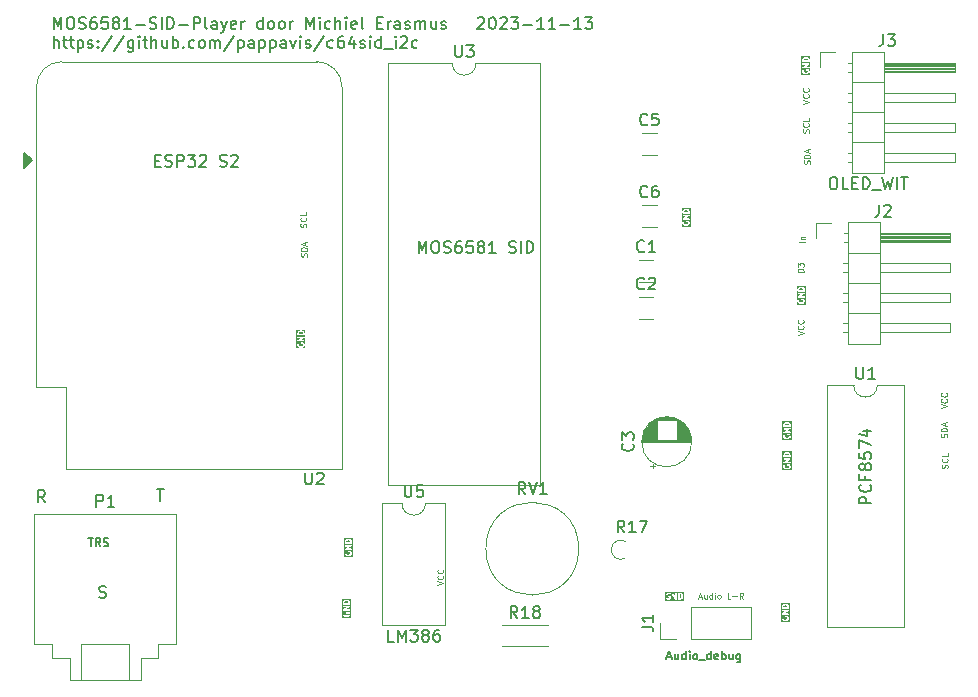
<source format=gbr>
%TF.GenerationSoftware,KiCad,Pcbnew,7.0.6*%
%TF.CreationDate,2024-01-05T10:51:49+01:00*%
%TF.ProjectId,c64sid,63363473-6964-42e6-9b69-6361645f7063,rev?*%
%TF.SameCoordinates,Original*%
%TF.FileFunction,Legend,Top*%
%TF.FilePolarity,Positive*%
%FSLAX46Y46*%
G04 Gerber Fmt 4.6, Leading zero omitted, Abs format (unit mm)*
G04 Created by KiCad (PCBNEW 7.0.6) date 2024-01-05 10:51:49*
%MOMM*%
%LPD*%
G01*
G04 APERTURE LIST*
%ADD10C,0.125000*%
%ADD11C,0.150000*%
%ADD12C,0.120000*%
G04 APERTURE END LIST*
D10*
G36*
X151891448Y-100821971D02*
G01*
X151923856Y-100838176D01*
X151953873Y-100868192D01*
X151969809Y-100916000D01*
X151969809Y-100962406D01*
X151594809Y-100962406D01*
X151594809Y-100916002D01*
X151610746Y-100868190D01*
X151640761Y-100838175D01*
X151673169Y-100821971D01*
X151754289Y-100801692D01*
X151810329Y-100801692D01*
X151891448Y-100821971D01*
G37*
G36*
X152166238Y-102206454D02*
G01*
X151398380Y-102206454D01*
X151398380Y-101905859D01*
X151469809Y-101905859D01*
X151473745Y-101915361D01*
X151473016Y-101925624D01*
X151496826Y-101997052D01*
X151506358Y-102008042D01*
X151511925Y-102021481D01*
X151559544Y-102069100D01*
X151569047Y-102073036D01*
X151575787Y-102080807D01*
X151623406Y-102104618D01*
X151630492Y-102105121D01*
X151636199Y-102109350D01*
X151731437Y-102133159D01*
X151739274Y-102131992D01*
X151746595Y-102135025D01*
X151818023Y-102135025D01*
X151825343Y-102131992D01*
X151833181Y-102133159D01*
X151928419Y-102109350D01*
X151934127Y-102105120D01*
X151941212Y-102104617D01*
X151988831Y-102080807D01*
X151995569Y-102073037D01*
X152005074Y-102069101D01*
X152052694Y-102021482D01*
X152058261Y-102008040D01*
X152067793Y-101997051D01*
X152091602Y-101925623D01*
X152090872Y-101915362D01*
X152094809Y-101905859D01*
X152094809Y-101858240D01*
X152090872Y-101848736D01*
X152091602Y-101838477D01*
X152067793Y-101767047D01*
X152058260Y-101756056D01*
X152052693Y-101742616D01*
X152028883Y-101718807D01*
X152002994Y-101708084D01*
X151984690Y-101700502D01*
X151818023Y-101700502D01*
X151773829Y-101718808D01*
X151755523Y-101763002D01*
X151755523Y-101858240D01*
X151773829Y-101902434D01*
X151818023Y-101920740D01*
X151862217Y-101902434D01*
X151880523Y-101858240D01*
X151880523Y-101825502D01*
X151955516Y-101825502D01*
X151969809Y-101868382D01*
X151969809Y-101895716D01*
X151953873Y-101943524D01*
X151923856Y-101973540D01*
X151891448Y-101989745D01*
X151810329Y-102010025D01*
X151754289Y-102010025D01*
X151673169Y-101989745D01*
X151640761Y-101973541D01*
X151610746Y-101943526D01*
X151594809Y-101895714D01*
X151594809Y-101849183D01*
X151612021Y-101814762D01*
X151615412Y-101767047D01*
X151584070Y-101730909D01*
X151536355Y-101727518D01*
X151500218Y-101758860D01*
X151476408Y-101806479D01*
X151475376Y-101820989D01*
X151469809Y-101834430D01*
X151469809Y-101905859D01*
X151398380Y-101905859D01*
X151398380Y-101548716D01*
X151469809Y-101548716D01*
X151476003Y-101563669D01*
X151478044Y-101579725D01*
X151484830Y-101584980D01*
X151488115Y-101592910D01*
X151503068Y-101599103D01*
X151515864Y-101609013D01*
X151524377Y-101607930D01*
X151532309Y-101611216D01*
X152032309Y-101611216D01*
X152076503Y-101592910D01*
X152094809Y-101548716D01*
X152076503Y-101504522D01*
X152032309Y-101486216D01*
X151767657Y-101486216D01*
X152063317Y-101317267D01*
X152068572Y-101310481D01*
X152076503Y-101307196D01*
X152082697Y-101292241D01*
X152092606Y-101279447D01*
X152091523Y-101270933D01*
X152094809Y-101263002D01*
X152088614Y-101248047D01*
X152086574Y-101231994D01*
X152079788Y-101226738D01*
X152076503Y-101218808D01*
X152061547Y-101212613D01*
X152048753Y-101202705D01*
X152040239Y-101203787D01*
X152032309Y-101200502D01*
X151532309Y-101200502D01*
X151488115Y-101218808D01*
X151469809Y-101263002D01*
X151488115Y-101307196D01*
X151532309Y-101325502D01*
X151796961Y-101325502D01*
X151501300Y-101494451D01*
X151496044Y-101501237D01*
X151488115Y-101504522D01*
X151481921Y-101519475D01*
X151472012Y-101532271D01*
X151473094Y-101540784D01*
X151469809Y-101548716D01*
X151398380Y-101548716D01*
X151398380Y-101024906D01*
X151469809Y-101024906D01*
X151488115Y-101069100D01*
X151532309Y-101087406D01*
X152032309Y-101087406D01*
X152076503Y-101069100D01*
X152094809Y-101024906D01*
X152094809Y-100905858D01*
X152090872Y-100896354D01*
X152091602Y-100886094D01*
X152067793Y-100814666D01*
X152058261Y-100803676D01*
X152052694Y-100790235D01*
X152005074Y-100742616D01*
X151995569Y-100738679D01*
X151988831Y-100730910D01*
X151941212Y-100707100D01*
X151934127Y-100706596D01*
X151928419Y-100702367D01*
X151833181Y-100678558D01*
X151825343Y-100679724D01*
X151818023Y-100676692D01*
X151746595Y-100676692D01*
X151739274Y-100679724D01*
X151731437Y-100678558D01*
X151636199Y-100702367D01*
X151630492Y-100706595D01*
X151623406Y-100707099D01*
X151575787Y-100730910D01*
X151569047Y-100738680D01*
X151559544Y-100742617D01*
X151511925Y-100790236D01*
X151506358Y-100803674D01*
X151496826Y-100814665D01*
X151473016Y-100886093D01*
X151473745Y-100896355D01*
X151469809Y-100905858D01*
X151469809Y-101024905D01*
X151469809Y-101024906D01*
X151398380Y-101024906D01*
X151398380Y-100605263D01*
X152166238Y-100605263D01*
X152166238Y-102206454D01*
G37*
X111208500Y-68772525D02*
X111232309Y-68701097D01*
X111232309Y-68701097D02*
X111232309Y-68582049D01*
X111232309Y-68582049D02*
X111208500Y-68534430D01*
X111208500Y-68534430D02*
X111184690Y-68510621D01*
X111184690Y-68510621D02*
X111137071Y-68486811D01*
X111137071Y-68486811D02*
X111089452Y-68486811D01*
X111089452Y-68486811D02*
X111041833Y-68510621D01*
X111041833Y-68510621D02*
X111018023Y-68534430D01*
X111018023Y-68534430D02*
X110994214Y-68582049D01*
X110994214Y-68582049D02*
X110970404Y-68677287D01*
X110970404Y-68677287D02*
X110946595Y-68724906D01*
X110946595Y-68724906D02*
X110922785Y-68748716D01*
X110922785Y-68748716D02*
X110875166Y-68772525D01*
X110875166Y-68772525D02*
X110827547Y-68772525D01*
X110827547Y-68772525D02*
X110779928Y-68748716D01*
X110779928Y-68748716D02*
X110756119Y-68724906D01*
X110756119Y-68724906D02*
X110732309Y-68677287D01*
X110732309Y-68677287D02*
X110732309Y-68558240D01*
X110732309Y-68558240D02*
X110756119Y-68486811D01*
X111184690Y-67986812D02*
X111208500Y-68010621D01*
X111208500Y-68010621D02*
X111232309Y-68082050D01*
X111232309Y-68082050D02*
X111232309Y-68129669D01*
X111232309Y-68129669D02*
X111208500Y-68201097D01*
X111208500Y-68201097D02*
X111160880Y-68248716D01*
X111160880Y-68248716D02*
X111113261Y-68272526D01*
X111113261Y-68272526D02*
X111018023Y-68296335D01*
X111018023Y-68296335D02*
X110946595Y-68296335D01*
X110946595Y-68296335D02*
X110851357Y-68272526D01*
X110851357Y-68272526D02*
X110803738Y-68248716D01*
X110803738Y-68248716D02*
X110756119Y-68201097D01*
X110756119Y-68201097D02*
X110732309Y-68129669D01*
X110732309Y-68129669D02*
X110732309Y-68082050D01*
X110732309Y-68082050D02*
X110756119Y-68010621D01*
X110756119Y-68010621D02*
X110779928Y-67986812D01*
X111232309Y-67534431D02*
X111232309Y-67772526D01*
X111232309Y-67772526D02*
X110732309Y-67772526D01*
X165508500Y-89172525D02*
X165532309Y-89101097D01*
X165532309Y-89101097D02*
X165532309Y-88982049D01*
X165532309Y-88982049D02*
X165508500Y-88934430D01*
X165508500Y-88934430D02*
X165484690Y-88910621D01*
X165484690Y-88910621D02*
X165437071Y-88886811D01*
X165437071Y-88886811D02*
X165389452Y-88886811D01*
X165389452Y-88886811D02*
X165341833Y-88910621D01*
X165341833Y-88910621D02*
X165318023Y-88934430D01*
X165318023Y-88934430D02*
X165294214Y-88982049D01*
X165294214Y-88982049D02*
X165270404Y-89077287D01*
X165270404Y-89077287D02*
X165246595Y-89124906D01*
X165246595Y-89124906D02*
X165222785Y-89148716D01*
X165222785Y-89148716D02*
X165175166Y-89172525D01*
X165175166Y-89172525D02*
X165127547Y-89172525D01*
X165127547Y-89172525D02*
X165079928Y-89148716D01*
X165079928Y-89148716D02*
X165056119Y-89124906D01*
X165056119Y-89124906D02*
X165032309Y-89077287D01*
X165032309Y-89077287D02*
X165032309Y-88958240D01*
X165032309Y-88958240D02*
X165056119Y-88886811D01*
X165484690Y-88386812D02*
X165508500Y-88410621D01*
X165508500Y-88410621D02*
X165532309Y-88482050D01*
X165532309Y-88482050D02*
X165532309Y-88529669D01*
X165532309Y-88529669D02*
X165508500Y-88601097D01*
X165508500Y-88601097D02*
X165460880Y-88648716D01*
X165460880Y-88648716D02*
X165413261Y-88672526D01*
X165413261Y-88672526D02*
X165318023Y-88696335D01*
X165318023Y-88696335D02*
X165246595Y-88696335D01*
X165246595Y-88696335D02*
X165151357Y-88672526D01*
X165151357Y-88672526D02*
X165103738Y-88648716D01*
X165103738Y-88648716D02*
X165056119Y-88601097D01*
X165056119Y-88601097D02*
X165032309Y-88529669D01*
X165032309Y-88529669D02*
X165032309Y-88482050D01*
X165032309Y-88482050D02*
X165056119Y-88410621D01*
X165056119Y-88410621D02*
X165079928Y-88386812D01*
X165532309Y-87934431D02*
X165532309Y-88172526D01*
X165532309Y-88172526D02*
X165032309Y-88172526D01*
X122332309Y-99070144D02*
X122832309Y-98903478D01*
X122832309Y-98903478D02*
X122332309Y-98736811D01*
X122784690Y-98284431D02*
X122808500Y-98308240D01*
X122808500Y-98308240D02*
X122832309Y-98379669D01*
X122832309Y-98379669D02*
X122832309Y-98427288D01*
X122832309Y-98427288D02*
X122808500Y-98498716D01*
X122808500Y-98498716D02*
X122760880Y-98546335D01*
X122760880Y-98546335D02*
X122713261Y-98570145D01*
X122713261Y-98570145D02*
X122618023Y-98593954D01*
X122618023Y-98593954D02*
X122546595Y-98593954D01*
X122546595Y-98593954D02*
X122451357Y-98570145D01*
X122451357Y-98570145D02*
X122403738Y-98546335D01*
X122403738Y-98546335D02*
X122356119Y-98498716D01*
X122356119Y-98498716D02*
X122332309Y-98427288D01*
X122332309Y-98427288D02*
X122332309Y-98379669D01*
X122332309Y-98379669D02*
X122356119Y-98308240D01*
X122356119Y-98308240D02*
X122379928Y-98284431D01*
X122784690Y-97784431D02*
X122808500Y-97808240D01*
X122808500Y-97808240D02*
X122832309Y-97879669D01*
X122832309Y-97879669D02*
X122832309Y-97927288D01*
X122832309Y-97927288D02*
X122808500Y-97998716D01*
X122808500Y-97998716D02*
X122760880Y-98046335D01*
X122760880Y-98046335D02*
X122713261Y-98070145D01*
X122713261Y-98070145D02*
X122618023Y-98093954D01*
X122618023Y-98093954D02*
X122546595Y-98093954D01*
X122546595Y-98093954D02*
X122451357Y-98070145D01*
X122451357Y-98070145D02*
X122403738Y-98046335D01*
X122403738Y-98046335D02*
X122356119Y-97998716D01*
X122356119Y-97998716D02*
X122332309Y-97927288D01*
X122332309Y-97927288D02*
X122332309Y-97879669D01*
X122332309Y-97879669D02*
X122356119Y-97808240D01*
X122356119Y-97808240D02*
X122379928Y-97784431D01*
D11*
X141787017Y-105176533D02*
X142120350Y-105176533D01*
X141720350Y-105376533D02*
X141953684Y-104676533D01*
X141953684Y-104676533D02*
X142187017Y-105376533D01*
X142720350Y-104909866D02*
X142720350Y-105376533D01*
X142420350Y-104909866D02*
X142420350Y-105276533D01*
X142420350Y-105276533D02*
X142453684Y-105343200D01*
X142453684Y-105343200D02*
X142520350Y-105376533D01*
X142520350Y-105376533D02*
X142620350Y-105376533D01*
X142620350Y-105376533D02*
X142687017Y-105343200D01*
X142687017Y-105343200D02*
X142720350Y-105309866D01*
X143353683Y-105376533D02*
X143353683Y-104676533D01*
X143353683Y-105343200D02*
X143287017Y-105376533D01*
X143287017Y-105376533D02*
X143153683Y-105376533D01*
X143153683Y-105376533D02*
X143087017Y-105343200D01*
X143087017Y-105343200D02*
X143053683Y-105309866D01*
X143053683Y-105309866D02*
X143020350Y-105243200D01*
X143020350Y-105243200D02*
X143020350Y-105043200D01*
X143020350Y-105043200D02*
X143053683Y-104976533D01*
X143053683Y-104976533D02*
X143087017Y-104943200D01*
X143087017Y-104943200D02*
X143153683Y-104909866D01*
X143153683Y-104909866D02*
X143287017Y-104909866D01*
X143287017Y-104909866D02*
X143353683Y-104943200D01*
X143687016Y-105376533D02*
X143687016Y-104909866D01*
X143687016Y-104676533D02*
X143653683Y-104709866D01*
X143653683Y-104709866D02*
X143687016Y-104743200D01*
X143687016Y-104743200D02*
X143720350Y-104709866D01*
X143720350Y-104709866D02*
X143687016Y-104676533D01*
X143687016Y-104676533D02*
X143687016Y-104743200D01*
X144120349Y-105376533D02*
X144053683Y-105343200D01*
X144053683Y-105343200D02*
X144020349Y-105309866D01*
X144020349Y-105309866D02*
X143987016Y-105243200D01*
X143987016Y-105243200D02*
X143987016Y-105043200D01*
X143987016Y-105043200D02*
X144020349Y-104976533D01*
X144020349Y-104976533D02*
X144053683Y-104943200D01*
X144053683Y-104943200D02*
X144120349Y-104909866D01*
X144120349Y-104909866D02*
X144220349Y-104909866D01*
X144220349Y-104909866D02*
X144287016Y-104943200D01*
X144287016Y-104943200D02*
X144320349Y-104976533D01*
X144320349Y-104976533D02*
X144353683Y-105043200D01*
X144353683Y-105043200D02*
X144353683Y-105243200D01*
X144353683Y-105243200D02*
X144320349Y-105309866D01*
X144320349Y-105309866D02*
X144287016Y-105343200D01*
X144287016Y-105343200D02*
X144220349Y-105376533D01*
X144220349Y-105376533D02*
X144120349Y-105376533D01*
X144487016Y-105443200D02*
X145020349Y-105443200D01*
X145487015Y-105376533D02*
X145487015Y-104676533D01*
X145487015Y-105343200D02*
X145420349Y-105376533D01*
X145420349Y-105376533D02*
X145287015Y-105376533D01*
X145287015Y-105376533D02*
X145220349Y-105343200D01*
X145220349Y-105343200D02*
X145187015Y-105309866D01*
X145187015Y-105309866D02*
X145153682Y-105243200D01*
X145153682Y-105243200D02*
X145153682Y-105043200D01*
X145153682Y-105043200D02*
X145187015Y-104976533D01*
X145187015Y-104976533D02*
X145220349Y-104943200D01*
X145220349Y-104943200D02*
X145287015Y-104909866D01*
X145287015Y-104909866D02*
X145420349Y-104909866D01*
X145420349Y-104909866D02*
X145487015Y-104943200D01*
X146087015Y-105343200D02*
X146020348Y-105376533D01*
X146020348Y-105376533D02*
X145887015Y-105376533D01*
X145887015Y-105376533D02*
X145820348Y-105343200D01*
X145820348Y-105343200D02*
X145787015Y-105276533D01*
X145787015Y-105276533D02*
X145787015Y-105009866D01*
X145787015Y-105009866D02*
X145820348Y-104943200D01*
X145820348Y-104943200D02*
X145887015Y-104909866D01*
X145887015Y-104909866D02*
X146020348Y-104909866D01*
X146020348Y-104909866D02*
X146087015Y-104943200D01*
X146087015Y-104943200D02*
X146120348Y-105009866D01*
X146120348Y-105009866D02*
X146120348Y-105076533D01*
X146120348Y-105076533D02*
X145787015Y-105143200D01*
X146420348Y-105376533D02*
X146420348Y-104676533D01*
X146420348Y-104943200D02*
X146487015Y-104909866D01*
X146487015Y-104909866D02*
X146620348Y-104909866D01*
X146620348Y-104909866D02*
X146687015Y-104943200D01*
X146687015Y-104943200D02*
X146720348Y-104976533D01*
X146720348Y-104976533D02*
X146753682Y-105043200D01*
X146753682Y-105043200D02*
X146753682Y-105243200D01*
X146753682Y-105243200D02*
X146720348Y-105309866D01*
X146720348Y-105309866D02*
X146687015Y-105343200D01*
X146687015Y-105343200D02*
X146620348Y-105376533D01*
X146620348Y-105376533D02*
X146487015Y-105376533D01*
X146487015Y-105376533D02*
X146420348Y-105343200D01*
X147353681Y-104909866D02*
X147353681Y-105376533D01*
X147053681Y-104909866D02*
X147053681Y-105276533D01*
X147053681Y-105276533D02*
X147087015Y-105343200D01*
X147087015Y-105343200D02*
X147153681Y-105376533D01*
X147153681Y-105376533D02*
X147253681Y-105376533D01*
X147253681Y-105376533D02*
X147320348Y-105343200D01*
X147320348Y-105343200D02*
X147353681Y-105309866D01*
X147987014Y-104909866D02*
X147987014Y-105476533D01*
X147987014Y-105476533D02*
X147953681Y-105543200D01*
X147953681Y-105543200D02*
X147920348Y-105576533D01*
X147920348Y-105576533D02*
X147853681Y-105609866D01*
X147853681Y-105609866D02*
X147753681Y-105609866D01*
X147753681Y-105609866D02*
X147687014Y-105576533D01*
X147987014Y-105343200D02*
X147920348Y-105376533D01*
X147920348Y-105376533D02*
X147787014Y-105376533D01*
X147787014Y-105376533D02*
X147720348Y-105343200D01*
X147720348Y-105343200D02*
X147687014Y-105309866D01*
X147687014Y-105309866D02*
X147653681Y-105243200D01*
X147653681Y-105243200D02*
X147653681Y-105043200D01*
X147653681Y-105043200D02*
X147687014Y-104976533D01*
X147687014Y-104976533D02*
X147720348Y-104943200D01*
X147720348Y-104943200D02*
X147787014Y-104909866D01*
X147787014Y-104909866D02*
X147920348Y-104909866D01*
X147920348Y-104909866D02*
X147987014Y-104943200D01*
D10*
G36*
X142931808Y-99860746D02*
G01*
X142961823Y-99890761D01*
X142978027Y-99923169D01*
X142998307Y-100004288D01*
X142998307Y-100060329D01*
X142978027Y-100141448D01*
X142961824Y-100173855D01*
X142931806Y-100203873D01*
X142883998Y-100219809D01*
X142837593Y-100219809D01*
X142837593Y-99844809D01*
X142883997Y-99844809D01*
X142931808Y-99860746D01*
G37*
G36*
X143194736Y-100416238D02*
G01*
X141593545Y-100416238D01*
X141593545Y-100068023D01*
X141664974Y-100068023D01*
X141668006Y-100075343D01*
X141666840Y-100083181D01*
X141690649Y-100178419D01*
X141694878Y-100184127D01*
X141695382Y-100191212D01*
X141719192Y-100238831D01*
X141726961Y-100245569D01*
X141730898Y-100255074D01*
X141778517Y-100302694D01*
X141791958Y-100308261D01*
X141802948Y-100317793D01*
X141874376Y-100341602D01*
X141884636Y-100340872D01*
X141894140Y-100344809D01*
X141941759Y-100344809D01*
X141951262Y-100340872D01*
X141961523Y-100341602D01*
X142032952Y-100317793D01*
X142043943Y-100308260D01*
X142057383Y-100302693D01*
X142077766Y-100282309D01*
X142188783Y-100282309D01*
X142207089Y-100326503D01*
X142251283Y-100344809D01*
X142295477Y-100326503D01*
X142313783Y-100282309D01*
X142313783Y-100017656D01*
X142482732Y-100313317D01*
X142489517Y-100318572D01*
X142492803Y-100326503D01*
X142507757Y-100332697D01*
X142520552Y-100342606D01*
X142529065Y-100341523D01*
X142536997Y-100344809D01*
X142551951Y-100338614D01*
X142568005Y-100336574D01*
X142573260Y-100329788D01*
X142581191Y-100326503D01*
X142587385Y-100311547D01*
X142597294Y-100298753D01*
X142596211Y-100290239D01*
X142599497Y-100282309D01*
X142712593Y-100282309D01*
X142730899Y-100326503D01*
X142775093Y-100344809D01*
X142894141Y-100344809D01*
X142903644Y-100340872D01*
X142913905Y-100341602D01*
X142985333Y-100317793D01*
X142996323Y-100308261D01*
X143009764Y-100302694D01*
X143057383Y-100255074D01*
X143061319Y-100245569D01*
X143069089Y-100238831D01*
X143092900Y-100191212D01*
X143093403Y-100184125D01*
X143097632Y-100178419D01*
X143121441Y-100083181D01*
X143120274Y-100075343D01*
X143123307Y-100068023D01*
X143123307Y-99996595D01*
X143120274Y-99989274D01*
X143121441Y-99981437D01*
X143097632Y-99886199D01*
X143093403Y-99880492D01*
X143092900Y-99873406D01*
X143069089Y-99825787D01*
X143061318Y-99819047D01*
X143057382Y-99809544D01*
X143009763Y-99761925D01*
X142996324Y-99756358D01*
X142985334Y-99746826D01*
X142913906Y-99723016D01*
X142903643Y-99723745D01*
X142894141Y-99719809D01*
X142775093Y-99719809D01*
X142730899Y-99738115D01*
X142712593Y-99782309D01*
X142712593Y-100282309D01*
X142599497Y-100282309D01*
X142599497Y-99782309D01*
X142581191Y-99738115D01*
X142536997Y-99719809D01*
X142492803Y-99738115D01*
X142474497Y-99782309D01*
X142474497Y-100046961D01*
X142305548Y-99751300D01*
X142298761Y-99746044D01*
X142295477Y-99738115D01*
X142280523Y-99731921D01*
X142267728Y-99722012D01*
X142259214Y-99723094D01*
X142251283Y-99719809D01*
X142236329Y-99726003D01*
X142220274Y-99728044D01*
X142215018Y-99734830D01*
X142207089Y-99738115D01*
X142200895Y-99753068D01*
X142190986Y-99765864D01*
X142192068Y-99774377D01*
X142188783Y-99782309D01*
X142188783Y-100282309D01*
X142077766Y-100282309D01*
X142081192Y-100278883D01*
X142089634Y-100258501D01*
X142099497Y-100234690D01*
X142099497Y-100068023D01*
X142081191Y-100023829D01*
X142036997Y-100005523D01*
X141941759Y-100005523D01*
X141897565Y-100023829D01*
X141879259Y-100068023D01*
X141897565Y-100112217D01*
X141941759Y-100130523D01*
X141974497Y-100130523D01*
X141974497Y-100205516D01*
X141931616Y-100219809D01*
X141904283Y-100219809D01*
X141856474Y-100203873D01*
X141826458Y-100173856D01*
X141810253Y-100141448D01*
X141789974Y-100060329D01*
X141789974Y-100004288D01*
X141810253Y-99923169D01*
X141826459Y-99890759D01*
X141856472Y-99860746D01*
X141904284Y-99844809D01*
X141950815Y-99844809D01*
X141985237Y-99862021D01*
X142032952Y-99865412D01*
X142069090Y-99834070D01*
X142072481Y-99786355D01*
X142041139Y-99750218D01*
X141993520Y-99726408D01*
X141979009Y-99725376D01*
X141965569Y-99719809D01*
X141894140Y-99719809D01*
X141884637Y-99723745D01*
X141874375Y-99723016D01*
X141802947Y-99746826D01*
X141791955Y-99756359D01*
X141778518Y-99761925D01*
X141730899Y-99809544D01*
X141726962Y-99819047D01*
X141719192Y-99825787D01*
X141695382Y-99873406D01*
X141694878Y-99880490D01*
X141690649Y-99886199D01*
X141666840Y-99981437D01*
X141668006Y-99989274D01*
X141664974Y-99996595D01*
X141664974Y-100068023D01*
X141593545Y-100068023D01*
X141593545Y-99648380D01*
X143194736Y-99648380D01*
X143194736Y-100416238D01*
G37*
G36*
X153641448Y-54521971D02*
G01*
X153673856Y-54538176D01*
X153703873Y-54568192D01*
X153719809Y-54616000D01*
X153719809Y-54662406D01*
X153344809Y-54662406D01*
X153344809Y-54616002D01*
X153360746Y-54568190D01*
X153390761Y-54538175D01*
X153423169Y-54521971D01*
X153504289Y-54501692D01*
X153560329Y-54501692D01*
X153641448Y-54521971D01*
G37*
G36*
X153916238Y-55906454D02*
G01*
X153148380Y-55906454D01*
X153148380Y-55605859D01*
X153219809Y-55605859D01*
X153223745Y-55615361D01*
X153223016Y-55625624D01*
X153246826Y-55697052D01*
X153256358Y-55708042D01*
X153261925Y-55721481D01*
X153309544Y-55769100D01*
X153319047Y-55773036D01*
X153325787Y-55780807D01*
X153373406Y-55804618D01*
X153380492Y-55805121D01*
X153386199Y-55809350D01*
X153481437Y-55833159D01*
X153489274Y-55831992D01*
X153496595Y-55835025D01*
X153568023Y-55835025D01*
X153575343Y-55831992D01*
X153583181Y-55833159D01*
X153678419Y-55809350D01*
X153684127Y-55805120D01*
X153691212Y-55804617D01*
X153738831Y-55780807D01*
X153745569Y-55773037D01*
X153755074Y-55769101D01*
X153802694Y-55721482D01*
X153808261Y-55708040D01*
X153817793Y-55697051D01*
X153841602Y-55625623D01*
X153840872Y-55615362D01*
X153844809Y-55605859D01*
X153844809Y-55558240D01*
X153840872Y-55548736D01*
X153841602Y-55538477D01*
X153817793Y-55467047D01*
X153808260Y-55456056D01*
X153802693Y-55442616D01*
X153778883Y-55418807D01*
X153752995Y-55408084D01*
X153734690Y-55400502D01*
X153568023Y-55400502D01*
X153523829Y-55418808D01*
X153505523Y-55463002D01*
X153505523Y-55558240D01*
X153523829Y-55602434D01*
X153568023Y-55620740D01*
X153612217Y-55602434D01*
X153630523Y-55558240D01*
X153630523Y-55525502D01*
X153705516Y-55525502D01*
X153719809Y-55568382D01*
X153719809Y-55595716D01*
X153703873Y-55643524D01*
X153673856Y-55673540D01*
X153641448Y-55689745D01*
X153560329Y-55710025D01*
X153504289Y-55710025D01*
X153423169Y-55689745D01*
X153390761Y-55673541D01*
X153360746Y-55643526D01*
X153344809Y-55595714D01*
X153344809Y-55549183D01*
X153362021Y-55514762D01*
X153365412Y-55467047D01*
X153334070Y-55430909D01*
X153286355Y-55427518D01*
X153250218Y-55458860D01*
X153226408Y-55506479D01*
X153225376Y-55520989D01*
X153219809Y-55534430D01*
X153219809Y-55605859D01*
X153148380Y-55605859D01*
X153148380Y-55248716D01*
X153219809Y-55248716D01*
X153226003Y-55263669D01*
X153228044Y-55279725D01*
X153234830Y-55284980D01*
X153238115Y-55292910D01*
X153253068Y-55299103D01*
X153265864Y-55309013D01*
X153274377Y-55307930D01*
X153282309Y-55311216D01*
X153782309Y-55311216D01*
X153826503Y-55292910D01*
X153844809Y-55248716D01*
X153826503Y-55204522D01*
X153782309Y-55186216D01*
X153517657Y-55186216D01*
X153813317Y-55017267D01*
X153818572Y-55010481D01*
X153826503Y-55007196D01*
X153832697Y-54992241D01*
X153842606Y-54979447D01*
X153841523Y-54970933D01*
X153844809Y-54963002D01*
X153838614Y-54948047D01*
X153836574Y-54931994D01*
X153829788Y-54926738D01*
X153826503Y-54918808D01*
X153811547Y-54912613D01*
X153798753Y-54902705D01*
X153790239Y-54903787D01*
X153782309Y-54900502D01*
X153282309Y-54900502D01*
X153238115Y-54918808D01*
X153219809Y-54963002D01*
X153238115Y-55007196D01*
X153282309Y-55025502D01*
X153546961Y-55025502D01*
X153251300Y-55194451D01*
X153246044Y-55201237D01*
X153238115Y-55204522D01*
X153231921Y-55219475D01*
X153222012Y-55232271D01*
X153223094Y-55240784D01*
X153219809Y-55248716D01*
X153148380Y-55248716D01*
X153148380Y-54724906D01*
X153219809Y-54724906D01*
X153238115Y-54769100D01*
X153282309Y-54787406D01*
X153782309Y-54787406D01*
X153826503Y-54769100D01*
X153844809Y-54724906D01*
X153844809Y-54605858D01*
X153840872Y-54596354D01*
X153841602Y-54586094D01*
X153817793Y-54514666D01*
X153808261Y-54503676D01*
X153802694Y-54490235D01*
X153755074Y-54442616D01*
X153745569Y-54438679D01*
X153738831Y-54430910D01*
X153691212Y-54407100D01*
X153684127Y-54406596D01*
X153678419Y-54402367D01*
X153583181Y-54378558D01*
X153575343Y-54379724D01*
X153568023Y-54376692D01*
X153496595Y-54376692D01*
X153489274Y-54379724D01*
X153481437Y-54378558D01*
X153386199Y-54402367D01*
X153380492Y-54406595D01*
X153373406Y-54407099D01*
X153325787Y-54430910D01*
X153319047Y-54438680D01*
X153309544Y-54442617D01*
X153261925Y-54490236D01*
X153256358Y-54503674D01*
X153246826Y-54514665D01*
X153223016Y-54586093D01*
X153223745Y-54596355D01*
X153219809Y-54605858D01*
X153219809Y-54724905D01*
X153219809Y-54724906D01*
X153148380Y-54724906D01*
X153148380Y-54305263D01*
X153916238Y-54305263D01*
X153916238Y-55906454D01*
G37*
X153332309Y-72598716D02*
X152832309Y-72598716D01*
X152832309Y-72598716D02*
X152832309Y-72479668D01*
X152832309Y-72479668D02*
X152856119Y-72408240D01*
X152856119Y-72408240D02*
X152903738Y-72360621D01*
X152903738Y-72360621D02*
X152951357Y-72336811D01*
X152951357Y-72336811D02*
X153046595Y-72313002D01*
X153046595Y-72313002D02*
X153118023Y-72313002D01*
X153118023Y-72313002D02*
X153213261Y-72336811D01*
X153213261Y-72336811D02*
X153260880Y-72360621D01*
X153260880Y-72360621D02*
X153308500Y-72408240D01*
X153308500Y-72408240D02*
X153332309Y-72479668D01*
X153332309Y-72479668D02*
X153332309Y-72598716D01*
X152832309Y-72146335D02*
X152832309Y-71836811D01*
X152832309Y-71836811D02*
X153022785Y-72003478D01*
X153022785Y-72003478D02*
X153022785Y-71932049D01*
X153022785Y-71932049D02*
X153046595Y-71884430D01*
X153046595Y-71884430D02*
X153070404Y-71860621D01*
X153070404Y-71860621D02*
X153118023Y-71836811D01*
X153118023Y-71836811D02*
X153237071Y-71836811D01*
X153237071Y-71836811D02*
X153284690Y-71860621D01*
X153284690Y-71860621D02*
X153308500Y-71884430D01*
X153308500Y-71884430D02*
X153332309Y-71932049D01*
X153332309Y-71932049D02*
X153332309Y-72074906D01*
X153332309Y-72074906D02*
X153308500Y-72122525D01*
X153308500Y-72122525D02*
X153284690Y-72146335D01*
D11*
X98436779Y-63146009D02*
X98770112Y-63146009D01*
X98912969Y-63669819D02*
X98436779Y-63669819D01*
X98436779Y-63669819D02*
X98436779Y-62669819D01*
X98436779Y-62669819D02*
X98912969Y-62669819D01*
X99293922Y-63622200D02*
X99436779Y-63669819D01*
X99436779Y-63669819D02*
X99674874Y-63669819D01*
X99674874Y-63669819D02*
X99770112Y-63622200D01*
X99770112Y-63622200D02*
X99817731Y-63574580D01*
X99817731Y-63574580D02*
X99865350Y-63479342D01*
X99865350Y-63479342D02*
X99865350Y-63384104D01*
X99865350Y-63384104D02*
X99817731Y-63288866D01*
X99817731Y-63288866D02*
X99770112Y-63241247D01*
X99770112Y-63241247D02*
X99674874Y-63193628D01*
X99674874Y-63193628D02*
X99484398Y-63146009D01*
X99484398Y-63146009D02*
X99389160Y-63098390D01*
X99389160Y-63098390D02*
X99341541Y-63050771D01*
X99341541Y-63050771D02*
X99293922Y-62955533D01*
X99293922Y-62955533D02*
X99293922Y-62860295D01*
X99293922Y-62860295D02*
X99341541Y-62765057D01*
X99341541Y-62765057D02*
X99389160Y-62717438D01*
X99389160Y-62717438D02*
X99484398Y-62669819D01*
X99484398Y-62669819D02*
X99722493Y-62669819D01*
X99722493Y-62669819D02*
X99865350Y-62717438D01*
X100293922Y-63669819D02*
X100293922Y-62669819D01*
X100293922Y-62669819D02*
X100674874Y-62669819D01*
X100674874Y-62669819D02*
X100770112Y-62717438D01*
X100770112Y-62717438D02*
X100817731Y-62765057D01*
X100817731Y-62765057D02*
X100865350Y-62860295D01*
X100865350Y-62860295D02*
X100865350Y-63003152D01*
X100865350Y-63003152D02*
X100817731Y-63098390D01*
X100817731Y-63098390D02*
X100770112Y-63146009D01*
X100770112Y-63146009D02*
X100674874Y-63193628D01*
X100674874Y-63193628D02*
X100293922Y-63193628D01*
X101198684Y-62669819D02*
X101817731Y-62669819D01*
X101817731Y-62669819D02*
X101484398Y-63050771D01*
X101484398Y-63050771D02*
X101627255Y-63050771D01*
X101627255Y-63050771D02*
X101722493Y-63098390D01*
X101722493Y-63098390D02*
X101770112Y-63146009D01*
X101770112Y-63146009D02*
X101817731Y-63241247D01*
X101817731Y-63241247D02*
X101817731Y-63479342D01*
X101817731Y-63479342D02*
X101770112Y-63574580D01*
X101770112Y-63574580D02*
X101722493Y-63622200D01*
X101722493Y-63622200D02*
X101627255Y-63669819D01*
X101627255Y-63669819D02*
X101341541Y-63669819D01*
X101341541Y-63669819D02*
X101246303Y-63622200D01*
X101246303Y-63622200D02*
X101198684Y-63574580D01*
X102198684Y-62765057D02*
X102246303Y-62717438D01*
X102246303Y-62717438D02*
X102341541Y-62669819D01*
X102341541Y-62669819D02*
X102579636Y-62669819D01*
X102579636Y-62669819D02*
X102674874Y-62717438D01*
X102674874Y-62717438D02*
X102722493Y-62765057D01*
X102722493Y-62765057D02*
X102770112Y-62860295D01*
X102770112Y-62860295D02*
X102770112Y-62955533D01*
X102770112Y-62955533D02*
X102722493Y-63098390D01*
X102722493Y-63098390D02*
X102151065Y-63669819D01*
X102151065Y-63669819D02*
X102770112Y-63669819D01*
X103912970Y-63622200D02*
X104055827Y-63669819D01*
X104055827Y-63669819D02*
X104293922Y-63669819D01*
X104293922Y-63669819D02*
X104389160Y-63622200D01*
X104389160Y-63622200D02*
X104436779Y-63574580D01*
X104436779Y-63574580D02*
X104484398Y-63479342D01*
X104484398Y-63479342D02*
X104484398Y-63384104D01*
X104484398Y-63384104D02*
X104436779Y-63288866D01*
X104436779Y-63288866D02*
X104389160Y-63241247D01*
X104389160Y-63241247D02*
X104293922Y-63193628D01*
X104293922Y-63193628D02*
X104103446Y-63146009D01*
X104103446Y-63146009D02*
X104008208Y-63098390D01*
X104008208Y-63098390D02*
X103960589Y-63050771D01*
X103960589Y-63050771D02*
X103912970Y-62955533D01*
X103912970Y-62955533D02*
X103912970Y-62860295D01*
X103912970Y-62860295D02*
X103960589Y-62765057D01*
X103960589Y-62765057D02*
X104008208Y-62717438D01*
X104008208Y-62717438D02*
X104103446Y-62669819D01*
X104103446Y-62669819D02*
X104341541Y-62669819D01*
X104341541Y-62669819D02*
X104484398Y-62717438D01*
X104865351Y-62765057D02*
X104912970Y-62717438D01*
X104912970Y-62717438D02*
X105008208Y-62669819D01*
X105008208Y-62669819D02*
X105246303Y-62669819D01*
X105246303Y-62669819D02*
X105341541Y-62717438D01*
X105341541Y-62717438D02*
X105389160Y-62765057D01*
X105389160Y-62765057D02*
X105436779Y-62860295D01*
X105436779Y-62860295D02*
X105436779Y-62955533D01*
X105436779Y-62955533D02*
X105389160Y-63098390D01*
X105389160Y-63098390D02*
X104817732Y-63669819D01*
X104817732Y-63669819D02*
X105436779Y-63669819D01*
X92765350Y-95106533D02*
X93165350Y-95106533D01*
X92965350Y-95806533D02*
X92965350Y-95106533D01*
X93798683Y-95806533D02*
X93565350Y-95473200D01*
X93398683Y-95806533D02*
X93398683Y-95106533D01*
X93398683Y-95106533D02*
X93665350Y-95106533D01*
X93665350Y-95106533D02*
X93732017Y-95139866D01*
X93732017Y-95139866D02*
X93765350Y-95173200D01*
X93765350Y-95173200D02*
X93798683Y-95239866D01*
X93798683Y-95239866D02*
X93798683Y-95339866D01*
X93798683Y-95339866D02*
X93765350Y-95406533D01*
X93765350Y-95406533D02*
X93732017Y-95439866D01*
X93732017Y-95439866D02*
X93665350Y-95473200D01*
X93665350Y-95473200D02*
X93398683Y-95473200D01*
X94065350Y-95773200D02*
X94165350Y-95806533D01*
X94165350Y-95806533D02*
X94332017Y-95806533D01*
X94332017Y-95806533D02*
X94398683Y-95773200D01*
X94398683Y-95773200D02*
X94432017Y-95739866D01*
X94432017Y-95739866D02*
X94465350Y-95673200D01*
X94465350Y-95673200D02*
X94465350Y-95606533D01*
X94465350Y-95606533D02*
X94432017Y-95539866D01*
X94432017Y-95539866D02*
X94398683Y-95506533D01*
X94398683Y-95506533D02*
X94332017Y-95473200D01*
X94332017Y-95473200D02*
X94198683Y-95439866D01*
X94198683Y-95439866D02*
X94132017Y-95406533D01*
X94132017Y-95406533D02*
X94098683Y-95373200D01*
X94098683Y-95373200D02*
X94065350Y-95306533D01*
X94065350Y-95306533D02*
X94065350Y-95239866D01*
X94065350Y-95239866D02*
X94098683Y-95173200D01*
X94098683Y-95173200D02*
X94132017Y-95139866D01*
X94132017Y-95139866D02*
X94198683Y-95106533D01*
X94198683Y-95106533D02*
X94365350Y-95106533D01*
X94365350Y-95106533D02*
X94465350Y-95139866D01*
X155777255Y-64569819D02*
X155967731Y-64569819D01*
X155967731Y-64569819D02*
X156062969Y-64617438D01*
X156062969Y-64617438D02*
X156158207Y-64712676D01*
X156158207Y-64712676D02*
X156205826Y-64903152D01*
X156205826Y-64903152D02*
X156205826Y-65236485D01*
X156205826Y-65236485D02*
X156158207Y-65426961D01*
X156158207Y-65426961D02*
X156062969Y-65522200D01*
X156062969Y-65522200D02*
X155967731Y-65569819D01*
X155967731Y-65569819D02*
X155777255Y-65569819D01*
X155777255Y-65569819D02*
X155682017Y-65522200D01*
X155682017Y-65522200D02*
X155586779Y-65426961D01*
X155586779Y-65426961D02*
X155539160Y-65236485D01*
X155539160Y-65236485D02*
X155539160Y-64903152D01*
X155539160Y-64903152D02*
X155586779Y-64712676D01*
X155586779Y-64712676D02*
X155682017Y-64617438D01*
X155682017Y-64617438D02*
X155777255Y-64569819D01*
X157110588Y-65569819D02*
X156634398Y-65569819D01*
X156634398Y-65569819D02*
X156634398Y-64569819D01*
X157443922Y-65046009D02*
X157777255Y-65046009D01*
X157920112Y-65569819D02*
X157443922Y-65569819D01*
X157443922Y-65569819D02*
X157443922Y-64569819D01*
X157443922Y-64569819D02*
X157920112Y-64569819D01*
X158348684Y-65569819D02*
X158348684Y-64569819D01*
X158348684Y-64569819D02*
X158586779Y-64569819D01*
X158586779Y-64569819D02*
X158729636Y-64617438D01*
X158729636Y-64617438D02*
X158824874Y-64712676D01*
X158824874Y-64712676D02*
X158872493Y-64807914D01*
X158872493Y-64807914D02*
X158920112Y-64998390D01*
X158920112Y-64998390D02*
X158920112Y-65141247D01*
X158920112Y-65141247D02*
X158872493Y-65331723D01*
X158872493Y-65331723D02*
X158824874Y-65426961D01*
X158824874Y-65426961D02*
X158729636Y-65522200D01*
X158729636Y-65522200D02*
X158586779Y-65569819D01*
X158586779Y-65569819D02*
X158348684Y-65569819D01*
X159110589Y-65665057D02*
X159872493Y-65665057D01*
X160015351Y-64569819D02*
X160253446Y-65569819D01*
X160253446Y-65569819D02*
X160443922Y-64855533D01*
X160443922Y-64855533D02*
X160634398Y-65569819D01*
X160634398Y-65569819D02*
X160872494Y-64569819D01*
X161253446Y-65569819D02*
X161253446Y-64569819D01*
X161586779Y-64569819D02*
X162158207Y-64569819D01*
X161872493Y-65569819D02*
X161872493Y-64569819D01*
D10*
G36*
X153241448Y-73971971D02*
G01*
X153273856Y-73988176D01*
X153303873Y-74018192D01*
X153319809Y-74066000D01*
X153319809Y-74112406D01*
X152944809Y-74112406D01*
X152944809Y-74066002D01*
X152960746Y-74018190D01*
X152990761Y-73988175D01*
X153023169Y-73971971D01*
X153104289Y-73951692D01*
X153160329Y-73951692D01*
X153241448Y-73971971D01*
G37*
G36*
X153516238Y-75356454D02*
G01*
X152748380Y-75356454D01*
X152748380Y-75055859D01*
X152819809Y-75055859D01*
X152823745Y-75065361D01*
X152823016Y-75075624D01*
X152846826Y-75147052D01*
X152856358Y-75158042D01*
X152861925Y-75171481D01*
X152909544Y-75219100D01*
X152919047Y-75223036D01*
X152925787Y-75230807D01*
X152973406Y-75254618D01*
X152980492Y-75255121D01*
X152986199Y-75259350D01*
X153081437Y-75283159D01*
X153089274Y-75281992D01*
X153096595Y-75285025D01*
X153168023Y-75285025D01*
X153175343Y-75281992D01*
X153183181Y-75283159D01*
X153278419Y-75259350D01*
X153284127Y-75255120D01*
X153291212Y-75254617D01*
X153338831Y-75230807D01*
X153345569Y-75223037D01*
X153355074Y-75219101D01*
X153402694Y-75171482D01*
X153408261Y-75158040D01*
X153417793Y-75147051D01*
X153441602Y-75075623D01*
X153440872Y-75065362D01*
X153444809Y-75055859D01*
X153444809Y-75008240D01*
X153440872Y-74998736D01*
X153441602Y-74988477D01*
X153417793Y-74917047D01*
X153408260Y-74906056D01*
X153402693Y-74892616D01*
X153378883Y-74868807D01*
X153352995Y-74858084D01*
X153334690Y-74850502D01*
X153168023Y-74850502D01*
X153123829Y-74868808D01*
X153105523Y-74913002D01*
X153105523Y-75008240D01*
X153123829Y-75052434D01*
X153168023Y-75070740D01*
X153212217Y-75052434D01*
X153230523Y-75008240D01*
X153230523Y-74975502D01*
X153305516Y-74975502D01*
X153319809Y-75018382D01*
X153319809Y-75045716D01*
X153303873Y-75093524D01*
X153273856Y-75123540D01*
X153241448Y-75139745D01*
X153160329Y-75160025D01*
X153104289Y-75160025D01*
X153023169Y-75139745D01*
X152990761Y-75123541D01*
X152960746Y-75093526D01*
X152944809Y-75045714D01*
X152944809Y-74999183D01*
X152962021Y-74964762D01*
X152965412Y-74917047D01*
X152934070Y-74880909D01*
X152886355Y-74877518D01*
X152850218Y-74908860D01*
X152826408Y-74956479D01*
X152825376Y-74970989D01*
X152819809Y-74984430D01*
X152819809Y-75055859D01*
X152748380Y-75055859D01*
X152748380Y-74698716D01*
X152819809Y-74698716D01*
X152826003Y-74713669D01*
X152828044Y-74729725D01*
X152834830Y-74734980D01*
X152838115Y-74742910D01*
X152853068Y-74749103D01*
X152865864Y-74759013D01*
X152874377Y-74757930D01*
X152882309Y-74761216D01*
X153382309Y-74761216D01*
X153426503Y-74742910D01*
X153444809Y-74698716D01*
X153426503Y-74654522D01*
X153382309Y-74636216D01*
X153117657Y-74636216D01*
X153413317Y-74467267D01*
X153418572Y-74460481D01*
X153426503Y-74457196D01*
X153432697Y-74442241D01*
X153442606Y-74429447D01*
X153441523Y-74420933D01*
X153444809Y-74413002D01*
X153438614Y-74398047D01*
X153436574Y-74381994D01*
X153429788Y-74376738D01*
X153426503Y-74368808D01*
X153411547Y-74362613D01*
X153398753Y-74352705D01*
X153390239Y-74353787D01*
X153382309Y-74350502D01*
X152882309Y-74350502D01*
X152838115Y-74368808D01*
X152819809Y-74413002D01*
X152838115Y-74457196D01*
X152882309Y-74475502D01*
X153146961Y-74475502D01*
X152851300Y-74644451D01*
X152846044Y-74651237D01*
X152838115Y-74654522D01*
X152831921Y-74669475D01*
X152822012Y-74682271D01*
X152823094Y-74690784D01*
X152819809Y-74698716D01*
X152748380Y-74698716D01*
X152748380Y-74174906D01*
X152819809Y-74174906D01*
X152838115Y-74219100D01*
X152882309Y-74237406D01*
X153382309Y-74237406D01*
X153426503Y-74219100D01*
X153444809Y-74174906D01*
X153444809Y-74055858D01*
X153440872Y-74046354D01*
X153441602Y-74036094D01*
X153417793Y-73964666D01*
X153408261Y-73953676D01*
X153402694Y-73940235D01*
X153355074Y-73892616D01*
X153345569Y-73888679D01*
X153338831Y-73880910D01*
X153291212Y-73857100D01*
X153284127Y-73856596D01*
X153278419Y-73852367D01*
X153183181Y-73828558D01*
X153175343Y-73829724D01*
X153168023Y-73826692D01*
X153096595Y-73826692D01*
X153089274Y-73829724D01*
X153081437Y-73828558D01*
X152986199Y-73852367D01*
X152980492Y-73856595D01*
X152973406Y-73857099D01*
X152925787Y-73880910D01*
X152919047Y-73888680D01*
X152909544Y-73892617D01*
X152861925Y-73940236D01*
X152856358Y-73953674D01*
X152846826Y-73964665D01*
X152823016Y-74036093D01*
X152823745Y-74046355D01*
X152819809Y-74055858D01*
X152819809Y-74174905D01*
X152819809Y-74174906D01*
X152748380Y-74174906D01*
X152748380Y-73755263D01*
X153516238Y-73755263D01*
X153516238Y-75356454D01*
G37*
X153758500Y-60772525D02*
X153782309Y-60701097D01*
X153782309Y-60701097D02*
X153782309Y-60582049D01*
X153782309Y-60582049D02*
X153758500Y-60534430D01*
X153758500Y-60534430D02*
X153734690Y-60510621D01*
X153734690Y-60510621D02*
X153687071Y-60486811D01*
X153687071Y-60486811D02*
X153639452Y-60486811D01*
X153639452Y-60486811D02*
X153591833Y-60510621D01*
X153591833Y-60510621D02*
X153568023Y-60534430D01*
X153568023Y-60534430D02*
X153544214Y-60582049D01*
X153544214Y-60582049D02*
X153520404Y-60677287D01*
X153520404Y-60677287D02*
X153496595Y-60724906D01*
X153496595Y-60724906D02*
X153472785Y-60748716D01*
X153472785Y-60748716D02*
X153425166Y-60772525D01*
X153425166Y-60772525D02*
X153377547Y-60772525D01*
X153377547Y-60772525D02*
X153329928Y-60748716D01*
X153329928Y-60748716D02*
X153306119Y-60724906D01*
X153306119Y-60724906D02*
X153282309Y-60677287D01*
X153282309Y-60677287D02*
X153282309Y-60558240D01*
X153282309Y-60558240D02*
X153306119Y-60486811D01*
X153734690Y-59986812D02*
X153758500Y-60010621D01*
X153758500Y-60010621D02*
X153782309Y-60082050D01*
X153782309Y-60082050D02*
X153782309Y-60129669D01*
X153782309Y-60129669D02*
X153758500Y-60201097D01*
X153758500Y-60201097D02*
X153710880Y-60248716D01*
X153710880Y-60248716D02*
X153663261Y-60272526D01*
X153663261Y-60272526D02*
X153568023Y-60296335D01*
X153568023Y-60296335D02*
X153496595Y-60296335D01*
X153496595Y-60296335D02*
X153401357Y-60272526D01*
X153401357Y-60272526D02*
X153353738Y-60248716D01*
X153353738Y-60248716D02*
X153306119Y-60201097D01*
X153306119Y-60201097D02*
X153282309Y-60129669D01*
X153282309Y-60129669D02*
X153282309Y-60082050D01*
X153282309Y-60082050D02*
X153306119Y-60010621D01*
X153306119Y-60010621D02*
X153329928Y-59986812D01*
X153782309Y-59534431D02*
X153782309Y-59772526D01*
X153782309Y-59772526D02*
X153282309Y-59772526D01*
X164982309Y-84120144D02*
X165482309Y-83953478D01*
X165482309Y-83953478D02*
X164982309Y-83786811D01*
X165434690Y-83334431D02*
X165458500Y-83358240D01*
X165458500Y-83358240D02*
X165482309Y-83429669D01*
X165482309Y-83429669D02*
X165482309Y-83477288D01*
X165482309Y-83477288D02*
X165458500Y-83548716D01*
X165458500Y-83548716D02*
X165410880Y-83596335D01*
X165410880Y-83596335D02*
X165363261Y-83620145D01*
X165363261Y-83620145D02*
X165268023Y-83643954D01*
X165268023Y-83643954D02*
X165196595Y-83643954D01*
X165196595Y-83643954D02*
X165101357Y-83620145D01*
X165101357Y-83620145D02*
X165053738Y-83596335D01*
X165053738Y-83596335D02*
X165006119Y-83548716D01*
X165006119Y-83548716D02*
X164982309Y-83477288D01*
X164982309Y-83477288D02*
X164982309Y-83429669D01*
X164982309Y-83429669D02*
X165006119Y-83358240D01*
X165006119Y-83358240D02*
X165029928Y-83334431D01*
X165434690Y-82834431D02*
X165458500Y-82858240D01*
X165458500Y-82858240D02*
X165482309Y-82929669D01*
X165482309Y-82929669D02*
X165482309Y-82977288D01*
X165482309Y-82977288D02*
X165458500Y-83048716D01*
X165458500Y-83048716D02*
X165410880Y-83096335D01*
X165410880Y-83096335D02*
X165363261Y-83120145D01*
X165363261Y-83120145D02*
X165268023Y-83143954D01*
X165268023Y-83143954D02*
X165196595Y-83143954D01*
X165196595Y-83143954D02*
X165101357Y-83120145D01*
X165101357Y-83120145D02*
X165053738Y-83096335D01*
X165053738Y-83096335D02*
X165006119Y-83048716D01*
X165006119Y-83048716D02*
X164982309Y-82977288D01*
X164982309Y-82977288D02*
X164982309Y-82929669D01*
X164982309Y-82929669D02*
X165006119Y-82858240D01*
X165006119Y-82858240D02*
X165029928Y-82834431D01*
D11*
X89836779Y-52009819D02*
X89836779Y-51009819D01*
X89836779Y-51009819D02*
X90170112Y-51724104D01*
X90170112Y-51724104D02*
X90503445Y-51009819D01*
X90503445Y-51009819D02*
X90503445Y-52009819D01*
X91170112Y-51009819D02*
X91360588Y-51009819D01*
X91360588Y-51009819D02*
X91455826Y-51057438D01*
X91455826Y-51057438D02*
X91551064Y-51152676D01*
X91551064Y-51152676D02*
X91598683Y-51343152D01*
X91598683Y-51343152D02*
X91598683Y-51676485D01*
X91598683Y-51676485D02*
X91551064Y-51866961D01*
X91551064Y-51866961D02*
X91455826Y-51962200D01*
X91455826Y-51962200D02*
X91360588Y-52009819D01*
X91360588Y-52009819D02*
X91170112Y-52009819D01*
X91170112Y-52009819D02*
X91074874Y-51962200D01*
X91074874Y-51962200D02*
X90979636Y-51866961D01*
X90979636Y-51866961D02*
X90932017Y-51676485D01*
X90932017Y-51676485D02*
X90932017Y-51343152D01*
X90932017Y-51343152D02*
X90979636Y-51152676D01*
X90979636Y-51152676D02*
X91074874Y-51057438D01*
X91074874Y-51057438D02*
X91170112Y-51009819D01*
X91979636Y-51962200D02*
X92122493Y-52009819D01*
X92122493Y-52009819D02*
X92360588Y-52009819D01*
X92360588Y-52009819D02*
X92455826Y-51962200D01*
X92455826Y-51962200D02*
X92503445Y-51914580D01*
X92503445Y-51914580D02*
X92551064Y-51819342D01*
X92551064Y-51819342D02*
X92551064Y-51724104D01*
X92551064Y-51724104D02*
X92503445Y-51628866D01*
X92503445Y-51628866D02*
X92455826Y-51581247D01*
X92455826Y-51581247D02*
X92360588Y-51533628D01*
X92360588Y-51533628D02*
X92170112Y-51486009D01*
X92170112Y-51486009D02*
X92074874Y-51438390D01*
X92074874Y-51438390D02*
X92027255Y-51390771D01*
X92027255Y-51390771D02*
X91979636Y-51295533D01*
X91979636Y-51295533D02*
X91979636Y-51200295D01*
X91979636Y-51200295D02*
X92027255Y-51105057D01*
X92027255Y-51105057D02*
X92074874Y-51057438D01*
X92074874Y-51057438D02*
X92170112Y-51009819D01*
X92170112Y-51009819D02*
X92408207Y-51009819D01*
X92408207Y-51009819D02*
X92551064Y-51057438D01*
X93408207Y-51009819D02*
X93217731Y-51009819D01*
X93217731Y-51009819D02*
X93122493Y-51057438D01*
X93122493Y-51057438D02*
X93074874Y-51105057D01*
X93074874Y-51105057D02*
X92979636Y-51247914D01*
X92979636Y-51247914D02*
X92932017Y-51438390D01*
X92932017Y-51438390D02*
X92932017Y-51819342D01*
X92932017Y-51819342D02*
X92979636Y-51914580D01*
X92979636Y-51914580D02*
X93027255Y-51962200D01*
X93027255Y-51962200D02*
X93122493Y-52009819D01*
X93122493Y-52009819D02*
X93312969Y-52009819D01*
X93312969Y-52009819D02*
X93408207Y-51962200D01*
X93408207Y-51962200D02*
X93455826Y-51914580D01*
X93455826Y-51914580D02*
X93503445Y-51819342D01*
X93503445Y-51819342D02*
X93503445Y-51581247D01*
X93503445Y-51581247D02*
X93455826Y-51486009D01*
X93455826Y-51486009D02*
X93408207Y-51438390D01*
X93408207Y-51438390D02*
X93312969Y-51390771D01*
X93312969Y-51390771D02*
X93122493Y-51390771D01*
X93122493Y-51390771D02*
X93027255Y-51438390D01*
X93027255Y-51438390D02*
X92979636Y-51486009D01*
X92979636Y-51486009D02*
X92932017Y-51581247D01*
X94408207Y-51009819D02*
X93932017Y-51009819D01*
X93932017Y-51009819D02*
X93884398Y-51486009D01*
X93884398Y-51486009D02*
X93932017Y-51438390D01*
X93932017Y-51438390D02*
X94027255Y-51390771D01*
X94027255Y-51390771D02*
X94265350Y-51390771D01*
X94265350Y-51390771D02*
X94360588Y-51438390D01*
X94360588Y-51438390D02*
X94408207Y-51486009D01*
X94408207Y-51486009D02*
X94455826Y-51581247D01*
X94455826Y-51581247D02*
X94455826Y-51819342D01*
X94455826Y-51819342D02*
X94408207Y-51914580D01*
X94408207Y-51914580D02*
X94360588Y-51962200D01*
X94360588Y-51962200D02*
X94265350Y-52009819D01*
X94265350Y-52009819D02*
X94027255Y-52009819D01*
X94027255Y-52009819D02*
X93932017Y-51962200D01*
X93932017Y-51962200D02*
X93884398Y-51914580D01*
X95027255Y-51438390D02*
X94932017Y-51390771D01*
X94932017Y-51390771D02*
X94884398Y-51343152D01*
X94884398Y-51343152D02*
X94836779Y-51247914D01*
X94836779Y-51247914D02*
X94836779Y-51200295D01*
X94836779Y-51200295D02*
X94884398Y-51105057D01*
X94884398Y-51105057D02*
X94932017Y-51057438D01*
X94932017Y-51057438D02*
X95027255Y-51009819D01*
X95027255Y-51009819D02*
X95217731Y-51009819D01*
X95217731Y-51009819D02*
X95312969Y-51057438D01*
X95312969Y-51057438D02*
X95360588Y-51105057D01*
X95360588Y-51105057D02*
X95408207Y-51200295D01*
X95408207Y-51200295D02*
X95408207Y-51247914D01*
X95408207Y-51247914D02*
X95360588Y-51343152D01*
X95360588Y-51343152D02*
X95312969Y-51390771D01*
X95312969Y-51390771D02*
X95217731Y-51438390D01*
X95217731Y-51438390D02*
X95027255Y-51438390D01*
X95027255Y-51438390D02*
X94932017Y-51486009D01*
X94932017Y-51486009D02*
X94884398Y-51533628D01*
X94884398Y-51533628D02*
X94836779Y-51628866D01*
X94836779Y-51628866D02*
X94836779Y-51819342D01*
X94836779Y-51819342D02*
X94884398Y-51914580D01*
X94884398Y-51914580D02*
X94932017Y-51962200D01*
X94932017Y-51962200D02*
X95027255Y-52009819D01*
X95027255Y-52009819D02*
X95217731Y-52009819D01*
X95217731Y-52009819D02*
X95312969Y-51962200D01*
X95312969Y-51962200D02*
X95360588Y-51914580D01*
X95360588Y-51914580D02*
X95408207Y-51819342D01*
X95408207Y-51819342D02*
X95408207Y-51628866D01*
X95408207Y-51628866D02*
X95360588Y-51533628D01*
X95360588Y-51533628D02*
X95312969Y-51486009D01*
X95312969Y-51486009D02*
X95217731Y-51438390D01*
X96360588Y-52009819D02*
X95789160Y-52009819D01*
X96074874Y-52009819D02*
X96074874Y-51009819D01*
X96074874Y-51009819D02*
X95979636Y-51152676D01*
X95979636Y-51152676D02*
X95884398Y-51247914D01*
X95884398Y-51247914D02*
X95789160Y-51295533D01*
X96789160Y-51628866D02*
X97551065Y-51628866D01*
X97979636Y-51962200D02*
X98122493Y-52009819D01*
X98122493Y-52009819D02*
X98360588Y-52009819D01*
X98360588Y-52009819D02*
X98455826Y-51962200D01*
X98455826Y-51962200D02*
X98503445Y-51914580D01*
X98503445Y-51914580D02*
X98551064Y-51819342D01*
X98551064Y-51819342D02*
X98551064Y-51724104D01*
X98551064Y-51724104D02*
X98503445Y-51628866D01*
X98503445Y-51628866D02*
X98455826Y-51581247D01*
X98455826Y-51581247D02*
X98360588Y-51533628D01*
X98360588Y-51533628D02*
X98170112Y-51486009D01*
X98170112Y-51486009D02*
X98074874Y-51438390D01*
X98074874Y-51438390D02*
X98027255Y-51390771D01*
X98027255Y-51390771D02*
X97979636Y-51295533D01*
X97979636Y-51295533D02*
X97979636Y-51200295D01*
X97979636Y-51200295D02*
X98027255Y-51105057D01*
X98027255Y-51105057D02*
X98074874Y-51057438D01*
X98074874Y-51057438D02*
X98170112Y-51009819D01*
X98170112Y-51009819D02*
X98408207Y-51009819D01*
X98408207Y-51009819D02*
X98551064Y-51057438D01*
X98979636Y-52009819D02*
X98979636Y-51009819D01*
X99455826Y-52009819D02*
X99455826Y-51009819D01*
X99455826Y-51009819D02*
X99693921Y-51009819D01*
X99693921Y-51009819D02*
X99836778Y-51057438D01*
X99836778Y-51057438D02*
X99932016Y-51152676D01*
X99932016Y-51152676D02*
X99979635Y-51247914D01*
X99979635Y-51247914D02*
X100027254Y-51438390D01*
X100027254Y-51438390D02*
X100027254Y-51581247D01*
X100027254Y-51581247D02*
X99979635Y-51771723D01*
X99979635Y-51771723D02*
X99932016Y-51866961D01*
X99932016Y-51866961D02*
X99836778Y-51962200D01*
X99836778Y-51962200D02*
X99693921Y-52009819D01*
X99693921Y-52009819D02*
X99455826Y-52009819D01*
X100455826Y-51628866D02*
X101217731Y-51628866D01*
X101693921Y-52009819D02*
X101693921Y-51009819D01*
X101693921Y-51009819D02*
X102074873Y-51009819D01*
X102074873Y-51009819D02*
X102170111Y-51057438D01*
X102170111Y-51057438D02*
X102217730Y-51105057D01*
X102217730Y-51105057D02*
X102265349Y-51200295D01*
X102265349Y-51200295D02*
X102265349Y-51343152D01*
X102265349Y-51343152D02*
X102217730Y-51438390D01*
X102217730Y-51438390D02*
X102170111Y-51486009D01*
X102170111Y-51486009D02*
X102074873Y-51533628D01*
X102074873Y-51533628D02*
X101693921Y-51533628D01*
X102836778Y-52009819D02*
X102741540Y-51962200D01*
X102741540Y-51962200D02*
X102693921Y-51866961D01*
X102693921Y-51866961D02*
X102693921Y-51009819D01*
X103646302Y-52009819D02*
X103646302Y-51486009D01*
X103646302Y-51486009D02*
X103598683Y-51390771D01*
X103598683Y-51390771D02*
X103503445Y-51343152D01*
X103503445Y-51343152D02*
X103312969Y-51343152D01*
X103312969Y-51343152D02*
X103217731Y-51390771D01*
X103646302Y-51962200D02*
X103551064Y-52009819D01*
X103551064Y-52009819D02*
X103312969Y-52009819D01*
X103312969Y-52009819D02*
X103217731Y-51962200D01*
X103217731Y-51962200D02*
X103170112Y-51866961D01*
X103170112Y-51866961D02*
X103170112Y-51771723D01*
X103170112Y-51771723D02*
X103217731Y-51676485D01*
X103217731Y-51676485D02*
X103312969Y-51628866D01*
X103312969Y-51628866D02*
X103551064Y-51628866D01*
X103551064Y-51628866D02*
X103646302Y-51581247D01*
X104027255Y-51343152D02*
X104265350Y-52009819D01*
X104503445Y-51343152D02*
X104265350Y-52009819D01*
X104265350Y-52009819D02*
X104170112Y-52247914D01*
X104170112Y-52247914D02*
X104122493Y-52295533D01*
X104122493Y-52295533D02*
X104027255Y-52343152D01*
X105265350Y-51962200D02*
X105170112Y-52009819D01*
X105170112Y-52009819D02*
X104979636Y-52009819D01*
X104979636Y-52009819D02*
X104884398Y-51962200D01*
X104884398Y-51962200D02*
X104836779Y-51866961D01*
X104836779Y-51866961D02*
X104836779Y-51486009D01*
X104836779Y-51486009D02*
X104884398Y-51390771D01*
X104884398Y-51390771D02*
X104979636Y-51343152D01*
X104979636Y-51343152D02*
X105170112Y-51343152D01*
X105170112Y-51343152D02*
X105265350Y-51390771D01*
X105265350Y-51390771D02*
X105312969Y-51486009D01*
X105312969Y-51486009D02*
X105312969Y-51581247D01*
X105312969Y-51581247D02*
X104836779Y-51676485D01*
X105741541Y-52009819D02*
X105741541Y-51343152D01*
X105741541Y-51533628D02*
X105789160Y-51438390D01*
X105789160Y-51438390D02*
X105836779Y-51390771D01*
X105836779Y-51390771D02*
X105932017Y-51343152D01*
X105932017Y-51343152D02*
X106027255Y-51343152D01*
X107551065Y-52009819D02*
X107551065Y-51009819D01*
X107551065Y-51962200D02*
X107455827Y-52009819D01*
X107455827Y-52009819D02*
X107265351Y-52009819D01*
X107265351Y-52009819D02*
X107170113Y-51962200D01*
X107170113Y-51962200D02*
X107122494Y-51914580D01*
X107122494Y-51914580D02*
X107074875Y-51819342D01*
X107074875Y-51819342D02*
X107074875Y-51533628D01*
X107074875Y-51533628D02*
X107122494Y-51438390D01*
X107122494Y-51438390D02*
X107170113Y-51390771D01*
X107170113Y-51390771D02*
X107265351Y-51343152D01*
X107265351Y-51343152D02*
X107455827Y-51343152D01*
X107455827Y-51343152D02*
X107551065Y-51390771D01*
X108170113Y-52009819D02*
X108074875Y-51962200D01*
X108074875Y-51962200D02*
X108027256Y-51914580D01*
X108027256Y-51914580D02*
X107979637Y-51819342D01*
X107979637Y-51819342D02*
X107979637Y-51533628D01*
X107979637Y-51533628D02*
X108027256Y-51438390D01*
X108027256Y-51438390D02*
X108074875Y-51390771D01*
X108074875Y-51390771D02*
X108170113Y-51343152D01*
X108170113Y-51343152D02*
X108312970Y-51343152D01*
X108312970Y-51343152D02*
X108408208Y-51390771D01*
X108408208Y-51390771D02*
X108455827Y-51438390D01*
X108455827Y-51438390D02*
X108503446Y-51533628D01*
X108503446Y-51533628D02*
X108503446Y-51819342D01*
X108503446Y-51819342D02*
X108455827Y-51914580D01*
X108455827Y-51914580D02*
X108408208Y-51962200D01*
X108408208Y-51962200D02*
X108312970Y-52009819D01*
X108312970Y-52009819D02*
X108170113Y-52009819D01*
X109074875Y-52009819D02*
X108979637Y-51962200D01*
X108979637Y-51962200D02*
X108932018Y-51914580D01*
X108932018Y-51914580D02*
X108884399Y-51819342D01*
X108884399Y-51819342D02*
X108884399Y-51533628D01*
X108884399Y-51533628D02*
X108932018Y-51438390D01*
X108932018Y-51438390D02*
X108979637Y-51390771D01*
X108979637Y-51390771D02*
X109074875Y-51343152D01*
X109074875Y-51343152D02*
X109217732Y-51343152D01*
X109217732Y-51343152D02*
X109312970Y-51390771D01*
X109312970Y-51390771D02*
X109360589Y-51438390D01*
X109360589Y-51438390D02*
X109408208Y-51533628D01*
X109408208Y-51533628D02*
X109408208Y-51819342D01*
X109408208Y-51819342D02*
X109360589Y-51914580D01*
X109360589Y-51914580D02*
X109312970Y-51962200D01*
X109312970Y-51962200D02*
X109217732Y-52009819D01*
X109217732Y-52009819D02*
X109074875Y-52009819D01*
X109836780Y-52009819D02*
X109836780Y-51343152D01*
X109836780Y-51533628D02*
X109884399Y-51438390D01*
X109884399Y-51438390D02*
X109932018Y-51390771D01*
X109932018Y-51390771D02*
X110027256Y-51343152D01*
X110027256Y-51343152D02*
X110122494Y-51343152D01*
X111217733Y-52009819D02*
X111217733Y-51009819D01*
X111217733Y-51009819D02*
X111551066Y-51724104D01*
X111551066Y-51724104D02*
X111884399Y-51009819D01*
X111884399Y-51009819D02*
X111884399Y-52009819D01*
X112360590Y-52009819D02*
X112360590Y-51343152D01*
X112360590Y-51009819D02*
X112312971Y-51057438D01*
X112312971Y-51057438D02*
X112360590Y-51105057D01*
X112360590Y-51105057D02*
X112408209Y-51057438D01*
X112408209Y-51057438D02*
X112360590Y-51009819D01*
X112360590Y-51009819D02*
X112360590Y-51105057D01*
X113265351Y-51962200D02*
X113170113Y-52009819D01*
X113170113Y-52009819D02*
X112979637Y-52009819D01*
X112979637Y-52009819D02*
X112884399Y-51962200D01*
X112884399Y-51962200D02*
X112836780Y-51914580D01*
X112836780Y-51914580D02*
X112789161Y-51819342D01*
X112789161Y-51819342D02*
X112789161Y-51533628D01*
X112789161Y-51533628D02*
X112836780Y-51438390D01*
X112836780Y-51438390D02*
X112884399Y-51390771D01*
X112884399Y-51390771D02*
X112979637Y-51343152D01*
X112979637Y-51343152D02*
X113170113Y-51343152D01*
X113170113Y-51343152D02*
X113265351Y-51390771D01*
X113693923Y-52009819D02*
X113693923Y-51009819D01*
X114122494Y-52009819D02*
X114122494Y-51486009D01*
X114122494Y-51486009D02*
X114074875Y-51390771D01*
X114074875Y-51390771D02*
X113979637Y-51343152D01*
X113979637Y-51343152D02*
X113836780Y-51343152D01*
X113836780Y-51343152D02*
X113741542Y-51390771D01*
X113741542Y-51390771D02*
X113693923Y-51438390D01*
X114598685Y-52009819D02*
X114598685Y-51343152D01*
X114598685Y-51009819D02*
X114551066Y-51057438D01*
X114551066Y-51057438D02*
X114598685Y-51105057D01*
X114598685Y-51105057D02*
X114646304Y-51057438D01*
X114646304Y-51057438D02*
X114598685Y-51009819D01*
X114598685Y-51009819D02*
X114598685Y-51105057D01*
X115455827Y-51962200D02*
X115360589Y-52009819D01*
X115360589Y-52009819D02*
X115170113Y-52009819D01*
X115170113Y-52009819D02*
X115074875Y-51962200D01*
X115074875Y-51962200D02*
X115027256Y-51866961D01*
X115027256Y-51866961D02*
X115027256Y-51486009D01*
X115027256Y-51486009D02*
X115074875Y-51390771D01*
X115074875Y-51390771D02*
X115170113Y-51343152D01*
X115170113Y-51343152D02*
X115360589Y-51343152D01*
X115360589Y-51343152D02*
X115455827Y-51390771D01*
X115455827Y-51390771D02*
X115503446Y-51486009D01*
X115503446Y-51486009D02*
X115503446Y-51581247D01*
X115503446Y-51581247D02*
X115027256Y-51676485D01*
X116074875Y-52009819D02*
X115979637Y-51962200D01*
X115979637Y-51962200D02*
X115932018Y-51866961D01*
X115932018Y-51866961D02*
X115932018Y-51009819D01*
X117217733Y-51486009D02*
X117551066Y-51486009D01*
X117693923Y-52009819D02*
X117217733Y-52009819D01*
X117217733Y-52009819D02*
X117217733Y-51009819D01*
X117217733Y-51009819D02*
X117693923Y-51009819D01*
X118122495Y-52009819D02*
X118122495Y-51343152D01*
X118122495Y-51533628D02*
X118170114Y-51438390D01*
X118170114Y-51438390D02*
X118217733Y-51390771D01*
X118217733Y-51390771D02*
X118312971Y-51343152D01*
X118312971Y-51343152D02*
X118408209Y-51343152D01*
X119170114Y-52009819D02*
X119170114Y-51486009D01*
X119170114Y-51486009D02*
X119122495Y-51390771D01*
X119122495Y-51390771D02*
X119027257Y-51343152D01*
X119027257Y-51343152D02*
X118836781Y-51343152D01*
X118836781Y-51343152D02*
X118741543Y-51390771D01*
X119170114Y-51962200D02*
X119074876Y-52009819D01*
X119074876Y-52009819D02*
X118836781Y-52009819D01*
X118836781Y-52009819D02*
X118741543Y-51962200D01*
X118741543Y-51962200D02*
X118693924Y-51866961D01*
X118693924Y-51866961D02*
X118693924Y-51771723D01*
X118693924Y-51771723D02*
X118741543Y-51676485D01*
X118741543Y-51676485D02*
X118836781Y-51628866D01*
X118836781Y-51628866D02*
X119074876Y-51628866D01*
X119074876Y-51628866D02*
X119170114Y-51581247D01*
X119598686Y-51962200D02*
X119693924Y-52009819D01*
X119693924Y-52009819D02*
X119884400Y-52009819D01*
X119884400Y-52009819D02*
X119979638Y-51962200D01*
X119979638Y-51962200D02*
X120027257Y-51866961D01*
X120027257Y-51866961D02*
X120027257Y-51819342D01*
X120027257Y-51819342D02*
X119979638Y-51724104D01*
X119979638Y-51724104D02*
X119884400Y-51676485D01*
X119884400Y-51676485D02*
X119741543Y-51676485D01*
X119741543Y-51676485D02*
X119646305Y-51628866D01*
X119646305Y-51628866D02*
X119598686Y-51533628D01*
X119598686Y-51533628D02*
X119598686Y-51486009D01*
X119598686Y-51486009D02*
X119646305Y-51390771D01*
X119646305Y-51390771D02*
X119741543Y-51343152D01*
X119741543Y-51343152D02*
X119884400Y-51343152D01*
X119884400Y-51343152D02*
X119979638Y-51390771D01*
X120455829Y-52009819D02*
X120455829Y-51343152D01*
X120455829Y-51438390D02*
X120503448Y-51390771D01*
X120503448Y-51390771D02*
X120598686Y-51343152D01*
X120598686Y-51343152D02*
X120741543Y-51343152D01*
X120741543Y-51343152D02*
X120836781Y-51390771D01*
X120836781Y-51390771D02*
X120884400Y-51486009D01*
X120884400Y-51486009D02*
X120884400Y-52009819D01*
X120884400Y-51486009D02*
X120932019Y-51390771D01*
X120932019Y-51390771D02*
X121027257Y-51343152D01*
X121027257Y-51343152D02*
X121170114Y-51343152D01*
X121170114Y-51343152D02*
X121265353Y-51390771D01*
X121265353Y-51390771D02*
X121312972Y-51486009D01*
X121312972Y-51486009D02*
X121312972Y-52009819D01*
X122217733Y-51343152D02*
X122217733Y-52009819D01*
X121789162Y-51343152D02*
X121789162Y-51866961D01*
X121789162Y-51866961D02*
X121836781Y-51962200D01*
X121836781Y-51962200D02*
X121932019Y-52009819D01*
X121932019Y-52009819D02*
X122074876Y-52009819D01*
X122074876Y-52009819D02*
X122170114Y-51962200D01*
X122170114Y-51962200D02*
X122217733Y-51914580D01*
X122646305Y-51962200D02*
X122741543Y-52009819D01*
X122741543Y-52009819D02*
X122932019Y-52009819D01*
X122932019Y-52009819D02*
X123027257Y-51962200D01*
X123027257Y-51962200D02*
X123074876Y-51866961D01*
X123074876Y-51866961D02*
X123074876Y-51819342D01*
X123074876Y-51819342D02*
X123027257Y-51724104D01*
X123027257Y-51724104D02*
X122932019Y-51676485D01*
X122932019Y-51676485D02*
X122789162Y-51676485D01*
X122789162Y-51676485D02*
X122693924Y-51628866D01*
X122693924Y-51628866D02*
X122646305Y-51533628D01*
X122646305Y-51533628D02*
X122646305Y-51486009D01*
X122646305Y-51486009D02*
X122693924Y-51390771D01*
X122693924Y-51390771D02*
X122789162Y-51343152D01*
X122789162Y-51343152D02*
X122932019Y-51343152D01*
X122932019Y-51343152D02*
X123027257Y-51390771D01*
X125741544Y-51105057D02*
X125789163Y-51057438D01*
X125789163Y-51057438D02*
X125884401Y-51009819D01*
X125884401Y-51009819D02*
X126122496Y-51009819D01*
X126122496Y-51009819D02*
X126217734Y-51057438D01*
X126217734Y-51057438D02*
X126265353Y-51105057D01*
X126265353Y-51105057D02*
X126312972Y-51200295D01*
X126312972Y-51200295D02*
X126312972Y-51295533D01*
X126312972Y-51295533D02*
X126265353Y-51438390D01*
X126265353Y-51438390D02*
X125693925Y-52009819D01*
X125693925Y-52009819D02*
X126312972Y-52009819D01*
X126932020Y-51009819D02*
X127027258Y-51009819D01*
X127027258Y-51009819D02*
X127122496Y-51057438D01*
X127122496Y-51057438D02*
X127170115Y-51105057D01*
X127170115Y-51105057D02*
X127217734Y-51200295D01*
X127217734Y-51200295D02*
X127265353Y-51390771D01*
X127265353Y-51390771D02*
X127265353Y-51628866D01*
X127265353Y-51628866D02*
X127217734Y-51819342D01*
X127217734Y-51819342D02*
X127170115Y-51914580D01*
X127170115Y-51914580D02*
X127122496Y-51962200D01*
X127122496Y-51962200D02*
X127027258Y-52009819D01*
X127027258Y-52009819D02*
X126932020Y-52009819D01*
X126932020Y-52009819D02*
X126836782Y-51962200D01*
X126836782Y-51962200D02*
X126789163Y-51914580D01*
X126789163Y-51914580D02*
X126741544Y-51819342D01*
X126741544Y-51819342D02*
X126693925Y-51628866D01*
X126693925Y-51628866D02*
X126693925Y-51390771D01*
X126693925Y-51390771D02*
X126741544Y-51200295D01*
X126741544Y-51200295D02*
X126789163Y-51105057D01*
X126789163Y-51105057D02*
X126836782Y-51057438D01*
X126836782Y-51057438D02*
X126932020Y-51009819D01*
X127646306Y-51105057D02*
X127693925Y-51057438D01*
X127693925Y-51057438D02*
X127789163Y-51009819D01*
X127789163Y-51009819D02*
X128027258Y-51009819D01*
X128027258Y-51009819D02*
X128122496Y-51057438D01*
X128122496Y-51057438D02*
X128170115Y-51105057D01*
X128170115Y-51105057D02*
X128217734Y-51200295D01*
X128217734Y-51200295D02*
X128217734Y-51295533D01*
X128217734Y-51295533D02*
X128170115Y-51438390D01*
X128170115Y-51438390D02*
X127598687Y-52009819D01*
X127598687Y-52009819D02*
X128217734Y-52009819D01*
X128551068Y-51009819D02*
X129170115Y-51009819D01*
X129170115Y-51009819D02*
X128836782Y-51390771D01*
X128836782Y-51390771D02*
X128979639Y-51390771D01*
X128979639Y-51390771D02*
X129074877Y-51438390D01*
X129074877Y-51438390D02*
X129122496Y-51486009D01*
X129122496Y-51486009D02*
X129170115Y-51581247D01*
X129170115Y-51581247D02*
X129170115Y-51819342D01*
X129170115Y-51819342D02*
X129122496Y-51914580D01*
X129122496Y-51914580D02*
X129074877Y-51962200D01*
X129074877Y-51962200D02*
X128979639Y-52009819D01*
X128979639Y-52009819D02*
X128693925Y-52009819D01*
X128693925Y-52009819D02*
X128598687Y-51962200D01*
X128598687Y-51962200D02*
X128551068Y-51914580D01*
X129598687Y-51628866D02*
X130360592Y-51628866D01*
X131360591Y-52009819D02*
X130789163Y-52009819D01*
X131074877Y-52009819D02*
X131074877Y-51009819D01*
X131074877Y-51009819D02*
X130979639Y-51152676D01*
X130979639Y-51152676D02*
X130884401Y-51247914D01*
X130884401Y-51247914D02*
X130789163Y-51295533D01*
X132312972Y-52009819D02*
X131741544Y-52009819D01*
X132027258Y-52009819D02*
X132027258Y-51009819D01*
X132027258Y-51009819D02*
X131932020Y-51152676D01*
X131932020Y-51152676D02*
X131836782Y-51247914D01*
X131836782Y-51247914D02*
X131741544Y-51295533D01*
X132741544Y-51628866D02*
X133503449Y-51628866D01*
X134503448Y-52009819D02*
X133932020Y-52009819D01*
X134217734Y-52009819D02*
X134217734Y-51009819D01*
X134217734Y-51009819D02*
X134122496Y-51152676D01*
X134122496Y-51152676D02*
X134027258Y-51247914D01*
X134027258Y-51247914D02*
X133932020Y-51295533D01*
X134836782Y-51009819D02*
X135455829Y-51009819D01*
X135455829Y-51009819D02*
X135122496Y-51390771D01*
X135122496Y-51390771D02*
X135265353Y-51390771D01*
X135265353Y-51390771D02*
X135360591Y-51438390D01*
X135360591Y-51438390D02*
X135408210Y-51486009D01*
X135408210Y-51486009D02*
X135455829Y-51581247D01*
X135455829Y-51581247D02*
X135455829Y-51819342D01*
X135455829Y-51819342D02*
X135408210Y-51914580D01*
X135408210Y-51914580D02*
X135360591Y-51962200D01*
X135360591Y-51962200D02*
X135265353Y-52009819D01*
X135265353Y-52009819D02*
X134979639Y-52009819D01*
X134979639Y-52009819D02*
X134884401Y-51962200D01*
X134884401Y-51962200D02*
X134836782Y-51914580D01*
X89836779Y-53619819D02*
X89836779Y-52619819D01*
X90265350Y-53619819D02*
X90265350Y-53096009D01*
X90265350Y-53096009D02*
X90217731Y-53000771D01*
X90217731Y-53000771D02*
X90122493Y-52953152D01*
X90122493Y-52953152D02*
X89979636Y-52953152D01*
X89979636Y-52953152D02*
X89884398Y-53000771D01*
X89884398Y-53000771D02*
X89836779Y-53048390D01*
X90598684Y-52953152D02*
X90979636Y-52953152D01*
X90741541Y-52619819D02*
X90741541Y-53476961D01*
X90741541Y-53476961D02*
X90789160Y-53572200D01*
X90789160Y-53572200D02*
X90884398Y-53619819D01*
X90884398Y-53619819D02*
X90979636Y-53619819D01*
X91170113Y-52953152D02*
X91551065Y-52953152D01*
X91312970Y-52619819D02*
X91312970Y-53476961D01*
X91312970Y-53476961D02*
X91360589Y-53572200D01*
X91360589Y-53572200D02*
X91455827Y-53619819D01*
X91455827Y-53619819D02*
X91551065Y-53619819D01*
X91884399Y-52953152D02*
X91884399Y-53953152D01*
X91884399Y-53000771D02*
X91979637Y-52953152D01*
X91979637Y-52953152D02*
X92170113Y-52953152D01*
X92170113Y-52953152D02*
X92265351Y-53000771D01*
X92265351Y-53000771D02*
X92312970Y-53048390D01*
X92312970Y-53048390D02*
X92360589Y-53143628D01*
X92360589Y-53143628D02*
X92360589Y-53429342D01*
X92360589Y-53429342D02*
X92312970Y-53524580D01*
X92312970Y-53524580D02*
X92265351Y-53572200D01*
X92265351Y-53572200D02*
X92170113Y-53619819D01*
X92170113Y-53619819D02*
X91979637Y-53619819D01*
X91979637Y-53619819D02*
X91884399Y-53572200D01*
X92741542Y-53572200D02*
X92836780Y-53619819D01*
X92836780Y-53619819D02*
X93027256Y-53619819D01*
X93027256Y-53619819D02*
X93122494Y-53572200D01*
X93122494Y-53572200D02*
X93170113Y-53476961D01*
X93170113Y-53476961D02*
X93170113Y-53429342D01*
X93170113Y-53429342D02*
X93122494Y-53334104D01*
X93122494Y-53334104D02*
X93027256Y-53286485D01*
X93027256Y-53286485D02*
X92884399Y-53286485D01*
X92884399Y-53286485D02*
X92789161Y-53238866D01*
X92789161Y-53238866D02*
X92741542Y-53143628D01*
X92741542Y-53143628D02*
X92741542Y-53096009D01*
X92741542Y-53096009D02*
X92789161Y-53000771D01*
X92789161Y-53000771D02*
X92884399Y-52953152D01*
X92884399Y-52953152D02*
X93027256Y-52953152D01*
X93027256Y-52953152D02*
X93122494Y-53000771D01*
X93598685Y-53524580D02*
X93646304Y-53572200D01*
X93646304Y-53572200D02*
X93598685Y-53619819D01*
X93598685Y-53619819D02*
X93551066Y-53572200D01*
X93551066Y-53572200D02*
X93598685Y-53524580D01*
X93598685Y-53524580D02*
X93598685Y-53619819D01*
X93598685Y-53000771D02*
X93646304Y-53048390D01*
X93646304Y-53048390D02*
X93598685Y-53096009D01*
X93598685Y-53096009D02*
X93551066Y-53048390D01*
X93551066Y-53048390D02*
X93598685Y-53000771D01*
X93598685Y-53000771D02*
X93598685Y-53096009D01*
X94789160Y-52572200D02*
X93932018Y-53857914D01*
X95836779Y-52572200D02*
X94979637Y-53857914D01*
X96598684Y-52953152D02*
X96598684Y-53762676D01*
X96598684Y-53762676D02*
X96551065Y-53857914D01*
X96551065Y-53857914D02*
X96503446Y-53905533D01*
X96503446Y-53905533D02*
X96408208Y-53953152D01*
X96408208Y-53953152D02*
X96265351Y-53953152D01*
X96265351Y-53953152D02*
X96170113Y-53905533D01*
X96598684Y-53572200D02*
X96503446Y-53619819D01*
X96503446Y-53619819D02*
X96312970Y-53619819D01*
X96312970Y-53619819D02*
X96217732Y-53572200D01*
X96217732Y-53572200D02*
X96170113Y-53524580D01*
X96170113Y-53524580D02*
X96122494Y-53429342D01*
X96122494Y-53429342D02*
X96122494Y-53143628D01*
X96122494Y-53143628D02*
X96170113Y-53048390D01*
X96170113Y-53048390D02*
X96217732Y-53000771D01*
X96217732Y-53000771D02*
X96312970Y-52953152D01*
X96312970Y-52953152D02*
X96503446Y-52953152D01*
X96503446Y-52953152D02*
X96598684Y-53000771D01*
X97074875Y-53619819D02*
X97074875Y-52953152D01*
X97074875Y-52619819D02*
X97027256Y-52667438D01*
X97027256Y-52667438D02*
X97074875Y-52715057D01*
X97074875Y-52715057D02*
X97122494Y-52667438D01*
X97122494Y-52667438D02*
X97074875Y-52619819D01*
X97074875Y-52619819D02*
X97074875Y-52715057D01*
X97408208Y-52953152D02*
X97789160Y-52953152D01*
X97551065Y-52619819D02*
X97551065Y-53476961D01*
X97551065Y-53476961D02*
X97598684Y-53572200D01*
X97598684Y-53572200D02*
X97693922Y-53619819D01*
X97693922Y-53619819D02*
X97789160Y-53619819D01*
X98122494Y-53619819D02*
X98122494Y-52619819D01*
X98551065Y-53619819D02*
X98551065Y-53096009D01*
X98551065Y-53096009D02*
X98503446Y-53000771D01*
X98503446Y-53000771D02*
X98408208Y-52953152D01*
X98408208Y-52953152D02*
X98265351Y-52953152D01*
X98265351Y-52953152D02*
X98170113Y-53000771D01*
X98170113Y-53000771D02*
X98122494Y-53048390D01*
X99455827Y-52953152D02*
X99455827Y-53619819D01*
X99027256Y-52953152D02*
X99027256Y-53476961D01*
X99027256Y-53476961D02*
X99074875Y-53572200D01*
X99074875Y-53572200D02*
X99170113Y-53619819D01*
X99170113Y-53619819D02*
X99312970Y-53619819D01*
X99312970Y-53619819D02*
X99408208Y-53572200D01*
X99408208Y-53572200D02*
X99455827Y-53524580D01*
X99932018Y-53619819D02*
X99932018Y-52619819D01*
X99932018Y-53000771D02*
X100027256Y-52953152D01*
X100027256Y-52953152D02*
X100217732Y-52953152D01*
X100217732Y-52953152D02*
X100312970Y-53000771D01*
X100312970Y-53000771D02*
X100360589Y-53048390D01*
X100360589Y-53048390D02*
X100408208Y-53143628D01*
X100408208Y-53143628D02*
X100408208Y-53429342D01*
X100408208Y-53429342D02*
X100360589Y-53524580D01*
X100360589Y-53524580D02*
X100312970Y-53572200D01*
X100312970Y-53572200D02*
X100217732Y-53619819D01*
X100217732Y-53619819D02*
X100027256Y-53619819D01*
X100027256Y-53619819D02*
X99932018Y-53572200D01*
X100836780Y-53524580D02*
X100884399Y-53572200D01*
X100884399Y-53572200D02*
X100836780Y-53619819D01*
X100836780Y-53619819D02*
X100789161Y-53572200D01*
X100789161Y-53572200D02*
X100836780Y-53524580D01*
X100836780Y-53524580D02*
X100836780Y-53619819D01*
X101741541Y-53572200D02*
X101646303Y-53619819D01*
X101646303Y-53619819D02*
X101455827Y-53619819D01*
X101455827Y-53619819D02*
X101360589Y-53572200D01*
X101360589Y-53572200D02*
X101312970Y-53524580D01*
X101312970Y-53524580D02*
X101265351Y-53429342D01*
X101265351Y-53429342D02*
X101265351Y-53143628D01*
X101265351Y-53143628D02*
X101312970Y-53048390D01*
X101312970Y-53048390D02*
X101360589Y-53000771D01*
X101360589Y-53000771D02*
X101455827Y-52953152D01*
X101455827Y-52953152D02*
X101646303Y-52953152D01*
X101646303Y-52953152D02*
X101741541Y-53000771D01*
X102312970Y-53619819D02*
X102217732Y-53572200D01*
X102217732Y-53572200D02*
X102170113Y-53524580D01*
X102170113Y-53524580D02*
X102122494Y-53429342D01*
X102122494Y-53429342D02*
X102122494Y-53143628D01*
X102122494Y-53143628D02*
X102170113Y-53048390D01*
X102170113Y-53048390D02*
X102217732Y-53000771D01*
X102217732Y-53000771D02*
X102312970Y-52953152D01*
X102312970Y-52953152D02*
X102455827Y-52953152D01*
X102455827Y-52953152D02*
X102551065Y-53000771D01*
X102551065Y-53000771D02*
X102598684Y-53048390D01*
X102598684Y-53048390D02*
X102646303Y-53143628D01*
X102646303Y-53143628D02*
X102646303Y-53429342D01*
X102646303Y-53429342D02*
X102598684Y-53524580D01*
X102598684Y-53524580D02*
X102551065Y-53572200D01*
X102551065Y-53572200D02*
X102455827Y-53619819D01*
X102455827Y-53619819D02*
X102312970Y-53619819D01*
X103074875Y-53619819D02*
X103074875Y-52953152D01*
X103074875Y-53048390D02*
X103122494Y-53000771D01*
X103122494Y-53000771D02*
X103217732Y-52953152D01*
X103217732Y-52953152D02*
X103360589Y-52953152D01*
X103360589Y-52953152D02*
X103455827Y-53000771D01*
X103455827Y-53000771D02*
X103503446Y-53096009D01*
X103503446Y-53096009D02*
X103503446Y-53619819D01*
X103503446Y-53096009D02*
X103551065Y-53000771D01*
X103551065Y-53000771D02*
X103646303Y-52953152D01*
X103646303Y-52953152D02*
X103789160Y-52953152D01*
X103789160Y-52953152D02*
X103884399Y-53000771D01*
X103884399Y-53000771D02*
X103932018Y-53096009D01*
X103932018Y-53096009D02*
X103932018Y-53619819D01*
X105122493Y-52572200D02*
X104265351Y-53857914D01*
X105455827Y-52953152D02*
X105455827Y-53953152D01*
X105455827Y-53000771D02*
X105551065Y-52953152D01*
X105551065Y-52953152D02*
X105741541Y-52953152D01*
X105741541Y-52953152D02*
X105836779Y-53000771D01*
X105836779Y-53000771D02*
X105884398Y-53048390D01*
X105884398Y-53048390D02*
X105932017Y-53143628D01*
X105932017Y-53143628D02*
X105932017Y-53429342D01*
X105932017Y-53429342D02*
X105884398Y-53524580D01*
X105884398Y-53524580D02*
X105836779Y-53572200D01*
X105836779Y-53572200D02*
X105741541Y-53619819D01*
X105741541Y-53619819D02*
X105551065Y-53619819D01*
X105551065Y-53619819D02*
X105455827Y-53572200D01*
X106789160Y-53619819D02*
X106789160Y-53096009D01*
X106789160Y-53096009D02*
X106741541Y-53000771D01*
X106741541Y-53000771D02*
X106646303Y-52953152D01*
X106646303Y-52953152D02*
X106455827Y-52953152D01*
X106455827Y-52953152D02*
X106360589Y-53000771D01*
X106789160Y-53572200D02*
X106693922Y-53619819D01*
X106693922Y-53619819D02*
X106455827Y-53619819D01*
X106455827Y-53619819D02*
X106360589Y-53572200D01*
X106360589Y-53572200D02*
X106312970Y-53476961D01*
X106312970Y-53476961D02*
X106312970Y-53381723D01*
X106312970Y-53381723D02*
X106360589Y-53286485D01*
X106360589Y-53286485D02*
X106455827Y-53238866D01*
X106455827Y-53238866D02*
X106693922Y-53238866D01*
X106693922Y-53238866D02*
X106789160Y-53191247D01*
X107265351Y-52953152D02*
X107265351Y-53953152D01*
X107265351Y-53000771D02*
X107360589Y-52953152D01*
X107360589Y-52953152D02*
X107551065Y-52953152D01*
X107551065Y-52953152D02*
X107646303Y-53000771D01*
X107646303Y-53000771D02*
X107693922Y-53048390D01*
X107693922Y-53048390D02*
X107741541Y-53143628D01*
X107741541Y-53143628D02*
X107741541Y-53429342D01*
X107741541Y-53429342D02*
X107693922Y-53524580D01*
X107693922Y-53524580D02*
X107646303Y-53572200D01*
X107646303Y-53572200D02*
X107551065Y-53619819D01*
X107551065Y-53619819D02*
X107360589Y-53619819D01*
X107360589Y-53619819D02*
X107265351Y-53572200D01*
X108170113Y-52953152D02*
X108170113Y-53953152D01*
X108170113Y-53000771D02*
X108265351Y-52953152D01*
X108265351Y-52953152D02*
X108455827Y-52953152D01*
X108455827Y-52953152D02*
X108551065Y-53000771D01*
X108551065Y-53000771D02*
X108598684Y-53048390D01*
X108598684Y-53048390D02*
X108646303Y-53143628D01*
X108646303Y-53143628D02*
X108646303Y-53429342D01*
X108646303Y-53429342D02*
X108598684Y-53524580D01*
X108598684Y-53524580D02*
X108551065Y-53572200D01*
X108551065Y-53572200D02*
X108455827Y-53619819D01*
X108455827Y-53619819D02*
X108265351Y-53619819D01*
X108265351Y-53619819D02*
X108170113Y-53572200D01*
X109503446Y-53619819D02*
X109503446Y-53096009D01*
X109503446Y-53096009D02*
X109455827Y-53000771D01*
X109455827Y-53000771D02*
X109360589Y-52953152D01*
X109360589Y-52953152D02*
X109170113Y-52953152D01*
X109170113Y-52953152D02*
X109074875Y-53000771D01*
X109503446Y-53572200D02*
X109408208Y-53619819D01*
X109408208Y-53619819D02*
X109170113Y-53619819D01*
X109170113Y-53619819D02*
X109074875Y-53572200D01*
X109074875Y-53572200D02*
X109027256Y-53476961D01*
X109027256Y-53476961D02*
X109027256Y-53381723D01*
X109027256Y-53381723D02*
X109074875Y-53286485D01*
X109074875Y-53286485D02*
X109170113Y-53238866D01*
X109170113Y-53238866D02*
X109408208Y-53238866D01*
X109408208Y-53238866D02*
X109503446Y-53191247D01*
X109884399Y-52953152D02*
X110122494Y-53619819D01*
X110122494Y-53619819D02*
X110360589Y-52953152D01*
X110741542Y-53619819D02*
X110741542Y-52953152D01*
X110741542Y-52619819D02*
X110693923Y-52667438D01*
X110693923Y-52667438D02*
X110741542Y-52715057D01*
X110741542Y-52715057D02*
X110789161Y-52667438D01*
X110789161Y-52667438D02*
X110741542Y-52619819D01*
X110741542Y-52619819D02*
X110741542Y-52715057D01*
X111170113Y-53572200D02*
X111265351Y-53619819D01*
X111265351Y-53619819D02*
X111455827Y-53619819D01*
X111455827Y-53619819D02*
X111551065Y-53572200D01*
X111551065Y-53572200D02*
X111598684Y-53476961D01*
X111598684Y-53476961D02*
X111598684Y-53429342D01*
X111598684Y-53429342D02*
X111551065Y-53334104D01*
X111551065Y-53334104D02*
X111455827Y-53286485D01*
X111455827Y-53286485D02*
X111312970Y-53286485D01*
X111312970Y-53286485D02*
X111217732Y-53238866D01*
X111217732Y-53238866D02*
X111170113Y-53143628D01*
X111170113Y-53143628D02*
X111170113Y-53096009D01*
X111170113Y-53096009D02*
X111217732Y-53000771D01*
X111217732Y-53000771D02*
X111312970Y-52953152D01*
X111312970Y-52953152D02*
X111455827Y-52953152D01*
X111455827Y-52953152D02*
X111551065Y-53000771D01*
X112741541Y-52572200D02*
X111884399Y-53857914D01*
X113503446Y-53572200D02*
X113408208Y-53619819D01*
X113408208Y-53619819D02*
X113217732Y-53619819D01*
X113217732Y-53619819D02*
X113122494Y-53572200D01*
X113122494Y-53572200D02*
X113074875Y-53524580D01*
X113074875Y-53524580D02*
X113027256Y-53429342D01*
X113027256Y-53429342D02*
X113027256Y-53143628D01*
X113027256Y-53143628D02*
X113074875Y-53048390D01*
X113074875Y-53048390D02*
X113122494Y-53000771D01*
X113122494Y-53000771D02*
X113217732Y-52953152D01*
X113217732Y-52953152D02*
X113408208Y-52953152D01*
X113408208Y-52953152D02*
X113503446Y-53000771D01*
X114360589Y-52619819D02*
X114170113Y-52619819D01*
X114170113Y-52619819D02*
X114074875Y-52667438D01*
X114074875Y-52667438D02*
X114027256Y-52715057D01*
X114027256Y-52715057D02*
X113932018Y-52857914D01*
X113932018Y-52857914D02*
X113884399Y-53048390D01*
X113884399Y-53048390D02*
X113884399Y-53429342D01*
X113884399Y-53429342D02*
X113932018Y-53524580D01*
X113932018Y-53524580D02*
X113979637Y-53572200D01*
X113979637Y-53572200D02*
X114074875Y-53619819D01*
X114074875Y-53619819D02*
X114265351Y-53619819D01*
X114265351Y-53619819D02*
X114360589Y-53572200D01*
X114360589Y-53572200D02*
X114408208Y-53524580D01*
X114408208Y-53524580D02*
X114455827Y-53429342D01*
X114455827Y-53429342D02*
X114455827Y-53191247D01*
X114455827Y-53191247D02*
X114408208Y-53096009D01*
X114408208Y-53096009D02*
X114360589Y-53048390D01*
X114360589Y-53048390D02*
X114265351Y-53000771D01*
X114265351Y-53000771D02*
X114074875Y-53000771D01*
X114074875Y-53000771D02*
X113979637Y-53048390D01*
X113979637Y-53048390D02*
X113932018Y-53096009D01*
X113932018Y-53096009D02*
X113884399Y-53191247D01*
X115312970Y-52953152D02*
X115312970Y-53619819D01*
X115074875Y-52572200D02*
X114836780Y-53286485D01*
X114836780Y-53286485D02*
X115455827Y-53286485D01*
X115789161Y-53572200D02*
X115884399Y-53619819D01*
X115884399Y-53619819D02*
X116074875Y-53619819D01*
X116074875Y-53619819D02*
X116170113Y-53572200D01*
X116170113Y-53572200D02*
X116217732Y-53476961D01*
X116217732Y-53476961D02*
X116217732Y-53429342D01*
X116217732Y-53429342D02*
X116170113Y-53334104D01*
X116170113Y-53334104D02*
X116074875Y-53286485D01*
X116074875Y-53286485D02*
X115932018Y-53286485D01*
X115932018Y-53286485D02*
X115836780Y-53238866D01*
X115836780Y-53238866D02*
X115789161Y-53143628D01*
X115789161Y-53143628D02*
X115789161Y-53096009D01*
X115789161Y-53096009D02*
X115836780Y-53000771D01*
X115836780Y-53000771D02*
X115932018Y-52953152D01*
X115932018Y-52953152D02*
X116074875Y-52953152D01*
X116074875Y-52953152D02*
X116170113Y-53000771D01*
X116646304Y-53619819D02*
X116646304Y-52953152D01*
X116646304Y-52619819D02*
X116598685Y-52667438D01*
X116598685Y-52667438D02*
X116646304Y-52715057D01*
X116646304Y-52715057D02*
X116693923Y-52667438D01*
X116693923Y-52667438D02*
X116646304Y-52619819D01*
X116646304Y-52619819D02*
X116646304Y-52715057D01*
X117551065Y-53619819D02*
X117551065Y-52619819D01*
X117551065Y-53572200D02*
X117455827Y-53619819D01*
X117455827Y-53619819D02*
X117265351Y-53619819D01*
X117265351Y-53619819D02*
X117170113Y-53572200D01*
X117170113Y-53572200D02*
X117122494Y-53524580D01*
X117122494Y-53524580D02*
X117074875Y-53429342D01*
X117074875Y-53429342D02*
X117074875Y-53143628D01*
X117074875Y-53143628D02*
X117122494Y-53048390D01*
X117122494Y-53048390D02*
X117170113Y-53000771D01*
X117170113Y-53000771D02*
X117265351Y-52953152D01*
X117265351Y-52953152D02*
X117455827Y-52953152D01*
X117455827Y-52953152D02*
X117551065Y-53000771D01*
X117789161Y-53715057D02*
X118551065Y-53715057D01*
X118789161Y-53619819D02*
X118789161Y-52953152D01*
X118789161Y-52619819D02*
X118741542Y-52667438D01*
X118741542Y-52667438D02*
X118789161Y-52715057D01*
X118789161Y-52715057D02*
X118836780Y-52667438D01*
X118836780Y-52667438D02*
X118789161Y-52619819D01*
X118789161Y-52619819D02*
X118789161Y-52715057D01*
X119217732Y-52715057D02*
X119265351Y-52667438D01*
X119265351Y-52667438D02*
X119360589Y-52619819D01*
X119360589Y-52619819D02*
X119598684Y-52619819D01*
X119598684Y-52619819D02*
X119693922Y-52667438D01*
X119693922Y-52667438D02*
X119741541Y-52715057D01*
X119741541Y-52715057D02*
X119789160Y-52810295D01*
X119789160Y-52810295D02*
X119789160Y-52905533D01*
X119789160Y-52905533D02*
X119741541Y-53048390D01*
X119741541Y-53048390D02*
X119170113Y-53619819D01*
X119170113Y-53619819D02*
X119789160Y-53619819D01*
X120646303Y-53572200D02*
X120551065Y-53619819D01*
X120551065Y-53619819D02*
X120360589Y-53619819D01*
X120360589Y-53619819D02*
X120265351Y-53572200D01*
X120265351Y-53572200D02*
X120217732Y-53524580D01*
X120217732Y-53524580D02*
X120170113Y-53429342D01*
X120170113Y-53429342D02*
X120170113Y-53143628D01*
X120170113Y-53143628D02*
X120217732Y-53048390D01*
X120217732Y-53048390D02*
X120265351Y-53000771D01*
X120265351Y-53000771D02*
X120360589Y-52953152D01*
X120360589Y-52953152D02*
X120551065Y-52953152D01*
X120551065Y-52953152D02*
X120646303Y-53000771D01*
X118662969Y-103869819D02*
X118186779Y-103869819D01*
X118186779Y-103869819D02*
X118186779Y-102869819D01*
X118996303Y-103869819D02*
X118996303Y-102869819D01*
X118996303Y-102869819D02*
X119329636Y-103584104D01*
X119329636Y-103584104D02*
X119662969Y-102869819D01*
X119662969Y-102869819D02*
X119662969Y-103869819D01*
X120043922Y-102869819D02*
X120662969Y-102869819D01*
X120662969Y-102869819D02*
X120329636Y-103250771D01*
X120329636Y-103250771D02*
X120472493Y-103250771D01*
X120472493Y-103250771D02*
X120567731Y-103298390D01*
X120567731Y-103298390D02*
X120615350Y-103346009D01*
X120615350Y-103346009D02*
X120662969Y-103441247D01*
X120662969Y-103441247D02*
X120662969Y-103679342D01*
X120662969Y-103679342D02*
X120615350Y-103774580D01*
X120615350Y-103774580D02*
X120567731Y-103822200D01*
X120567731Y-103822200D02*
X120472493Y-103869819D01*
X120472493Y-103869819D02*
X120186779Y-103869819D01*
X120186779Y-103869819D02*
X120091541Y-103822200D01*
X120091541Y-103822200D02*
X120043922Y-103774580D01*
X121234398Y-103298390D02*
X121139160Y-103250771D01*
X121139160Y-103250771D02*
X121091541Y-103203152D01*
X121091541Y-103203152D02*
X121043922Y-103107914D01*
X121043922Y-103107914D02*
X121043922Y-103060295D01*
X121043922Y-103060295D02*
X121091541Y-102965057D01*
X121091541Y-102965057D02*
X121139160Y-102917438D01*
X121139160Y-102917438D02*
X121234398Y-102869819D01*
X121234398Y-102869819D02*
X121424874Y-102869819D01*
X121424874Y-102869819D02*
X121520112Y-102917438D01*
X121520112Y-102917438D02*
X121567731Y-102965057D01*
X121567731Y-102965057D02*
X121615350Y-103060295D01*
X121615350Y-103060295D02*
X121615350Y-103107914D01*
X121615350Y-103107914D02*
X121567731Y-103203152D01*
X121567731Y-103203152D02*
X121520112Y-103250771D01*
X121520112Y-103250771D02*
X121424874Y-103298390D01*
X121424874Y-103298390D02*
X121234398Y-103298390D01*
X121234398Y-103298390D02*
X121139160Y-103346009D01*
X121139160Y-103346009D02*
X121091541Y-103393628D01*
X121091541Y-103393628D02*
X121043922Y-103488866D01*
X121043922Y-103488866D02*
X121043922Y-103679342D01*
X121043922Y-103679342D02*
X121091541Y-103774580D01*
X121091541Y-103774580D02*
X121139160Y-103822200D01*
X121139160Y-103822200D02*
X121234398Y-103869819D01*
X121234398Y-103869819D02*
X121424874Y-103869819D01*
X121424874Y-103869819D02*
X121520112Y-103822200D01*
X121520112Y-103822200D02*
X121567731Y-103774580D01*
X121567731Y-103774580D02*
X121615350Y-103679342D01*
X121615350Y-103679342D02*
X121615350Y-103488866D01*
X121615350Y-103488866D02*
X121567731Y-103393628D01*
X121567731Y-103393628D02*
X121520112Y-103346009D01*
X121520112Y-103346009D02*
X121424874Y-103298390D01*
X122472493Y-102869819D02*
X122282017Y-102869819D01*
X122282017Y-102869819D02*
X122186779Y-102917438D01*
X122186779Y-102917438D02*
X122139160Y-102965057D01*
X122139160Y-102965057D02*
X122043922Y-103107914D01*
X122043922Y-103107914D02*
X121996303Y-103298390D01*
X121996303Y-103298390D02*
X121996303Y-103679342D01*
X121996303Y-103679342D02*
X122043922Y-103774580D01*
X122043922Y-103774580D02*
X122091541Y-103822200D01*
X122091541Y-103822200D02*
X122186779Y-103869819D01*
X122186779Y-103869819D02*
X122377255Y-103869819D01*
X122377255Y-103869819D02*
X122472493Y-103822200D01*
X122472493Y-103822200D02*
X122520112Y-103774580D01*
X122520112Y-103774580D02*
X122567731Y-103679342D01*
X122567731Y-103679342D02*
X122567731Y-103441247D01*
X122567731Y-103441247D02*
X122520112Y-103346009D01*
X122520112Y-103346009D02*
X122472493Y-103298390D01*
X122472493Y-103298390D02*
X122377255Y-103250771D01*
X122377255Y-103250771D02*
X122186779Y-103250771D01*
X122186779Y-103250771D02*
X122091541Y-103298390D01*
X122091541Y-103298390D02*
X122043922Y-103346009D01*
X122043922Y-103346009D02*
X121996303Y-103441247D01*
X98593922Y-90969819D02*
X99165350Y-90969819D01*
X98879636Y-91969819D02*
X98879636Y-90969819D01*
X120736779Y-70969819D02*
X120736779Y-69969819D01*
X120736779Y-69969819D02*
X121070112Y-70684104D01*
X121070112Y-70684104D02*
X121403445Y-69969819D01*
X121403445Y-69969819D02*
X121403445Y-70969819D01*
X122070112Y-69969819D02*
X122260588Y-69969819D01*
X122260588Y-69969819D02*
X122355826Y-70017438D01*
X122355826Y-70017438D02*
X122451064Y-70112676D01*
X122451064Y-70112676D02*
X122498683Y-70303152D01*
X122498683Y-70303152D02*
X122498683Y-70636485D01*
X122498683Y-70636485D02*
X122451064Y-70826961D01*
X122451064Y-70826961D02*
X122355826Y-70922200D01*
X122355826Y-70922200D02*
X122260588Y-70969819D01*
X122260588Y-70969819D02*
X122070112Y-70969819D01*
X122070112Y-70969819D02*
X121974874Y-70922200D01*
X121974874Y-70922200D02*
X121879636Y-70826961D01*
X121879636Y-70826961D02*
X121832017Y-70636485D01*
X121832017Y-70636485D02*
X121832017Y-70303152D01*
X121832017Y-70303152D02*
X121879636Y-70112676D01*
X121879636Y-70112676D02*
X121974874Y-70017438D01*
X121974874Y-70017438D02*
X122070112Y-69969819D01*
X122879636Y-70922200D02*
X123022493Y-70969819D01*
X123022493Y-70969819D02*
X123260588Y-70969819D01*
X123260588Y-70969819D02*
X123355826Y-70922200D01*
X123355826Y-70922200D02*
X123403445Y-70874580D01*
X123403445Y-70874580D02*
X123451064Y-70779342D01*
X123451064Y-70779342D02*
X123451064Y-70684104D01*
X123451064Y-70684104D02*
X123403445Y-70588866D01*
X123403445Y-70588866D02*
X123355826Y-70541247D01*
X123355826Y-70541247D02*
X123260588Y-70493628D01*
X123260588Y-70493628D02*
X123070112Y-70446009D01*
X123070112Y-70446009D02*
X122974874Y-70398390D01*
X122974874Y-70398390D02*
X122927255Y-70350771D01*
X122927255Y-70350771D02*
X122879636Y-70255533D01*
X122879636Y-70255533D02*
X122879636Y-70160295D01*
X122879636Y-70160295D02*
X122927255Y-70065057D01*
X122927255Y-70065057D02*
X122974874Y-70017438D01*
X122974874Y-70017438D02*
X123070112Y-69969819D01*
X123070112Y-69969819D02*
X123308207Y-69969819D01*
X123308207Y-69969819D02*
X123451064Y-70017438D01*
X124308207Y-69969819D02*
X124117731Y-69969819D01*
X124117731Y-69969819D02*
X124022493Y-70017438D01*
X124022493Y-70017438D02*
X123974874Y-70065057D01*
X123974874Y-70065057D02*
X123879636Y-70207914D01*
X123879636Y-70207914D02*
X123832017Y-70398390D01*
X123832017Y-70398390D02*
X123832017Y-70779342D01*
X123832017Y-70779342D02*
X123879636Y-70874580D01*
X123879636Y-70874580D02*
X123927255Y-70922200D01*
X123927255Y-70922200D02*
X124022493Y-70969819D01*
X124022493Y-70969819D02*
X124212969Y-70969819D01*
X124212969Y-70969819D02*
X124308207Y-70922200D01*
X124308207Y-70922200D02*
X124355826Y-70874580D01*
X124355826Y-70874580D02*
X124403445Y-70779342D01*
X124403445Y-70779342D02*
X124403445Y-70541247D01*
X124403445Y-70541247D02*
X124355826Y-70446009D01*
X124355826Y-70446009D02*
X124308207Y-70398390D01*
X124308207Y-70398390D02*
X124212969Y-70350771D01*
X124212969Y-70350771D02*
X124022493Y-70350771D01*
X124022493Y-70350771D02*
X123927255Y-70398390D01*
X123927255Y-70398390D02*
X123879636Y-70446009D01*
X123879636Y-70446009D02*
X123832017Y-70541247D01*
X125308207Y-69969819D02*
X124832017Y-69969819D01*
X124832017Y-69969819D02*
X124784398Y-70446009D01*
X124784398Y-70446009D02*
X124832017Y-70398390D01*
X124832017Y-70398390D02*
X124927255Y-70350771D01*
X124927255Y-70350771D02*
X125165350Y-70350771D01*
X125165350Y-70350771D02*
X125260588Y-70398390D01*
X125260588Y-70398390D02*
X125308207Y-70446009D01*
X125308207Y-70446009D02*
X125355826Y-70541247D01*
X125355826Y-70541247D02*
X125355826Y-70779342D01*
X125355826Y-70779342D02*
X125308207Y-70874580D01*
X125308207Y-70874580D02*
X125260588Y-70922200D01*
X125260588Y-70922200D02*
X125165350Y-70969819D01*
X125165350Y-70969819D02*
X124927255Y-70969819D01*
X124927255Y-70969819D02*
X124832017Y-70922200D01*
X124832017Y-70922200D02*
X124784398Y-70874580D01*
X125927255Y-70398390D02*
X125832017Y-70350771D01*
X125832017Y-70350771D02*
X125784398Y-70303152D01*
X125784398Y-70303152D02*
X125736779Y-70207914D01*
X125736779Y-70207914D02*
X125736779Y-70160295D01*
X125736779Y-70160295D02*
X125784398Y-70065057D01*
X125784398Y-70065057D02*
X125832017Y-70017438D01*
X125832017Y-70017438D02*
X125927255Y-69969819D01*
X125927255Y-69969819D02*
X126117731Y-69969819D01*
X126117731Y-69969819D02*
X126212969Y-70017438D01*
X126212969Y-70017438D02*
X126260588Y-70065057D01*
X126260588Y-70065057D02*
X126308207Y-70160295D01*
X126308207Y-70160295D02*
X126308207Y-70207914D01*
X126308207Y-70207914D02*
X126260588Y-70303152D01*
X126260588Y-70303152D02*
X126212969Y-70350771D01*
X126212969Y-70350771D02*
X126117731Y-70398390D01*
X126117731Y-70398390D02*
X125927255Y-70398390D01*
X125927255Y-70398390D02*
X125832017Y-70446009D01*
X125832017Y-70446009D02*
X125784398Y-70493628D01*
X125784398Y-70493628D02*
X125736779Y-70588866D01*
X125736779Y-70588866D02*
X125736779Y-70779342D01*
X125736779Y-70779342D02*
X125784398Y-70874580D01*
X125784398Y-70874580D02*
X125832017Y-70922200D01*
X125832017Y-70922200D02*
X125927255Y-70969819D01*
X125927255Y-70969819D02*
X126117731Y-70969819D01*
X126117731Y-70969819D02*
X126212969Y-70922200D01*
X126212969Y-70922200D02*
X126260588Y-70874580D01*
X126260588Y-70874580D02*
X126308207Y-70779342D01*
X126308207Y-70779342D02*
X126308207Y-70588866D01*
X126308207Y-70588866D02*
X126260588Y-70493628D01*
X126260588Y-70493628D02*
X126212969Y-70446009D01*
X126212969Y-70446009D02*
X126117731Y-70398390D01*
X127260588Y-70969819D02*
X126689160Y-70969819D01*
X126974874Y-70969819D02*
X126974874Y-69969819D01*
X126974874Y-69969819D02*
X126879636Y-70112676D01*
X126879636Y-70112676D02*
X126784398Y-70207914D01*
X126784398Y-70207914D02*
X126689160Y-70255533D01*
X128403446Y-70922200D02*
X128546303Y-70969819D01*
X128546303Y-70969819D02*
X128784398Y-70969819D01*
X128784398Y-70969819D02*
X128879636Y-70922200D01*
X128879636Y-70922200D02*
X128927255Y-70874580D01*
X128927255Y-70874580D02*
X128974874Y-70779342D01*
X128974874Y-70779342D02*
X128974874Y-70684104D01*
X128974874Y-70684104D02*
X128927255Y-70588866D01*
X128927255Y-70588866D02*
X128879636Y-70541247D01*
X128879636Y-70541247D02*
X128784398Y-70493628D01*
X128784398Y-70493628D02*
X128593922Y-70446009D01*
X128593922Y-70446009D02*
X128498684Y-70398390D01*
X128498684Y-70398390D02*
X128451065Y-70350771D01*
X128451065Y-70350771D02*
X128403446Y-70255533D01*
X128403446Y-70255533D02*
X128403446Y-70160295D01*
X128403446Y-70160295D02*
X128451065Y-70065057D01*
X128451065Y-70065057D02*
X128498684Y-70017438D01*
X128498684Y-70017438D02*
X128593922Y-69969819D01*
X128593922Y-69969819D02*
X128832017Y-69969819D01*
X128832017Y-69969819D02*
X128974874Y-70017438D01*
X129403446Y-70969819D02*
X129403446Y-69969819D01*
X129879636Y-70969819D02*
X129879636Y-69969819D01*
X129879636Y-69969819D02*
X130117731Y-69969819D01*
X130117731Y-69969819D02*
X130260588Y-70017438D01*
X130260588Y-70017438D02*
X130355826Y-70112676D01*
X130355826Y-70112676D02*
X130403445Y-70207914D01*
X130403445Y-70207914D02*
X130451064Y-70398390D01*
X130451064Y-70398390D02*
X130451064Y-70541247D01*
X130451064Y-70541247D02*
X130403445Y-70731723D01*
X130403445Y-70731723D02*
X130355826Y-70826961D01*
X130355826Y-70826961D02*
X130260588Y-70922200D01*
X130260588Y-70922200D02*
X130117731Y-70969819D01*
X130117731Y-70969819D02*
X129879636Y-70969819D01*
D10*
G36*
X110891448Y-77671971D02*
G01*
X110923856Y-77688176D01*
X110953873Y-77718192D01*
X110969809Y-77766000D01*
X110969809Y-77812406D01*
X110594809Y-77812406D01*
X110594809Y-77766002D01*
X110610746Y-77718190D01*
X110640761Y-77688175D01*
X110673169Y-77671971D01*
X110754289Y-77651692D01*
X110810329Y-77651692D01*
X110891448Y-77671971D01*
G37*
G36*
X111166238Y-79056454D02*
G01*
X110398380Y-79056454D01*
X110398380Y-78755859D01*
X110469809Y-78755859D01*
X110473745Y-78765361D01*
X110473016Y-78775624D01*
X110496826Y-78847052D01*
X110506358Y-78858042D01*
X110511925Y-78871481D01*
X110559544Y-78919100D01*
X110569047Y-78923036D01*
X110575787Y-78930807D01*
X110623406Y-78954618D01*
X110630492Y-78955121D01*
X110636199Y-78959350D01*
X110731437Y-78983159D01*
X110739274Y-78981992D01*
X110746595Y-78985025D01*
X110818023Y-78985025D01*
X110825343Y-78981992D01*
X110833181Y-78983159D01*
X110928419Y-78959350D01*
X110934127Y-78955120D01*
X110941212Y-78954617D01*
X110988831Y-78930807D01*
X110995569Y-78923037D01*
X111005074Y-78919101D01*
X111052694Y-78871482D01*
X111058261Y-78858040D01*
X111067793Y-78847051D01*
X111091602Y-78775623D01*
X111090872Y-78765362D01*
X111094809Y-78755859D01*
X111094809Y-78708240D01*
X111090872Y-78698736D01*
X111091602Y-78688477D01*
X111067793Y-78617047D01*
X111058260Y-78606056D01*
X111052693Y-78592616D01*
X111028883Y-78568807D01*
X111002995Y-78558084D01*
X110984690Y-78550502D01*
X110818023Y-78550502D01*
X110773829Y-78568808D01*
X110755523Y-78613002D01*
X110755523Y-78708240D01*
X110773829Y-78752434D01*
X110818023Y-78770740D01*
X110862217Y-78752434D01*
X110880523Y-78708240D01*
X110880523Y-78675502D01*
X110955516Y-78675502D01*
X110969809Y-78718382D01*
X110969809Y-78745716D01*
X110953873Y-78793524D01*
X110923856Y-78823540D01*
X110891448Y-78839745D01*
X110810329Y-78860025D01*
X110754289Y-78860025D01*
X110673169Y-78839745D01*
X110640761Y-78823541D01*
X110610746Y-78793526D01*
X110594809Y-78745714D01*
X110594809Y-78699183D01*
X110612021Y-78664762D01*
X110615412Y-78617047D01*
X110584070Y-78580909D01*
X110536355Y-78577518D01*
X110500218Y-78608860D01*
X110476408Y-78656479D01*
X110475376Y-78670989D01*
X110469809Y-78684430D01*
X110469809Y-78755859D01*
X110398380Y-78755859D01*
X110398380Y-78398716D01*
X110469809Y-78398716D01*
X110476003Y-78413669D01*
X110478044Y-78429725D01*
X110484830Y-78434980D01*
X110488115Y-78442910D01*
X110503068Y-78449103D01*
X110515864Y-78459013D01*
X110524377Y-78457930D01*
X110532309Y-78461216D01*
X111032309Y-78461216D01*
X111076503Y-78442910D01*
X111094809Y-78398716D01*
X111076503Y-78354522D01*
X111032309Y-78336216D01*
X110767657Y-78336216D01*
X111063317Y-78167267D01*
X111068572Y-78160481D01*
X111076503Y-78157196D01*
X111082697Y-78142241D01*
X111092606Y-78129447D01*
X111091523Y-78120933D01*
X111094809Y-78113002D01*
X111088614Y-78098047D01*
X111086574Y-78081994D01*
X111079788Y-78076738D01*
X111076503Y-78068808D01*
X111061547Y-78062613D01*
X111048753Y-78052705D01*
X111040239Y-78053787D01*
X111032309Y-78050502D01*
X110532309Y-78050502D01*
X110488115Y-78068808D01*
X110469809Y-78113002D01*
X110488115Y-78157196D01*
X110532309Y-78175502D01*
X110796961Y-78175502D01*
X110501300Y-78344451D01*
X110496044Y-78351237D01*
X110488115Y-78354522D01*
X110481921Y-78369475D01*
X110472012Y-78382271D01*
X110473094Y-78390784D01*
X110469809Y-78398716D01*
X110398380Y-78398716D01*
X110398380Y-77874906D01*
X110469809Y-77874906D01*
X110488115Y-77919100D01*
X110532309Y-77937406D01*
X111032309Y-77937406D01*
X111076503Y-77919100D01*
X111094809Y-77874906D01*
X111094809Y-77755858D01*
X111090872Y-77746354D01*
X111091602Y-77736094D01*
X111067793Y-77664666D01*
X111058261Y-77653676D01*
X111052694Y-77640235D01*
X111005074Y-77592616D01*
X110995569Y-77588679D01*
X110988831Y-77580910D01*
X110941212Y-77557100D01*
X110934127Y-77556596D01*
X110928419Y-77552367D01*
X110833181Y-77528558D01*
X110825343Y-77529724D01*
X110818023Y-77526692D01*
X110746595Y-77526692D01*
X110739274Y-77529724D01*
X110731437Y-77528558D01*
X110636199Y-77552367D01*
X110630492Y-77556595D01*
X110623406Y-77557099D01*
X110575787Y-77580910D01*
X110569047Y-77588680D01*
X110559544Y-77592617D01*
X110511925Y-77640236D01*
X110506358Y-77653674D01*
X110496826Y-77664665D01*
X110473016Y-77736093D01*
X110473745Y-77746355D01*
X110469809Y-77755858D01*
X110469809Y-77874905D01*
X110469809Y-77874906D01*
X110398380Y-77874906D01*
X110398380Y-77455263D01*
X111166238Y-77455263D01*
X111166238Y-79056454D01*
G37*
D11*
X93689160Y-100122200D02*
X93832017Y-100169819D01*
X93832017Y-100169819D02*
X94070112Y-100169819D01*
X94070112Y-100169819D02*
X94165350Y-100122200D01*
X94165350Y-100122200D02*
X94212969Y-100074580D01*
X94212969Y-100074580D02*
X94260588Y-99979342D01*
X94260588Y-99979342D02*
X94260588Y-99884104D01*
X94260588Y-99884104D02*
X94212969Y-99788866D01*
X94212969Y-99788866D02*
X94165350Y-99741247D01*
X94165350Y-99741247D02*
X94070112Y-99693628D01*
X94070112Y-99693628D02*
X93879636Y-99646009D01*
X93879636Y-99646009D02*
X93784398Y-99598390D01*
X93784398Y-99598390D02*
X93736779Y-99550771D01*
X93736779Y-99550771D02*
X93689160Y-99455533D01*
X93689160Y-99455533D02*
X93689160Y-99360295D01*
X93689160Y-99360295D02*
X93736779Y-99265057D01*
X93736779Y-99265057D02*
X93784398Y-99217438D01*
X93784398Y-99217438D02*
X93879636Y-99169819D01*
X93879636Y-99169819D02*
X94117731Y-99169819D01*
X94117731Y-99169819D02*
X94260588Y-99217438D01*
X89108207Y-92069819D02*
X88774874Y-91593628D01*
X88536779Y-92069819D02*
X88536779Y-91069819D01*
X88536779Y-91069819D02*
X88917731Y-91069819D01*
X88917731Y-91069819D02*
X89012969Y-91117438D01*
X89012969Y-91117438D02*
X89060588Y-91165057D01*
X89060588Y-91165057D02*
X89108207Y-91260295D01*
X89108207Y-91260295D02*
X89108207Y-91403152D01*
X89108207Y-91403152D02*
X89060588Y-91498390D01*
X89060588Y-91498390D02*
X89012969Y-91546009D01*
X89012969Y-91546009D02*
X88917731Y-91593628D01*
X88917731Y-91593628D02*
X88536779Y-91593628D01*
D10*
X152832309Y-77920144D02*
X153332309Y-77753478D01*
X153332309Y-77753478D02*
X152832309Y-77586811D01*
X153284690Y-77134431D02*
X153308500Y-77158240D01*
X153308500Y-77158240D02*
X153332309Y-77229669D01*
X153332309Y-77229669D02*
X153332309Y-77277288D01*
X153332309Y-77277288D02*
X153308500Y-77348716D01*
X153308500Y-77348716D02*
X153260880Y-77396335D01*
X153260880Y-77396335D02*
X153213261Y-77420145D01*
X153213261Y-77420145D02*
X153118023Y-77443954D01*
X153118023Y-77443954D02*
X153046595Y-77443954D01*
X153046595Y-77443954D02*
X152951357Y-77420145D01*
X152951357Y-77420145D02*
X152903738Y-77396335D01*
X152903738Y-77396335D02*
X152856119Y-77348716D01*
X152856119Y-77348716D02*
X152832309Y-77277288D01*
X152832309Y-77277288D02*
X152832309Y-77229669D01*
X152832309Y-77229669D02*
X152856119Y-77158240D01*
X152856119Y-77158240D02*
X152879928Y-77134431D01*
X153284690Y-76634431D02*
X153308500Y-76658240D01*
X153308500Y-76658240D02*
X153332309Y-76729669D01*
X153332309Y-76729669D02*
X153332309Y-76777288D01*
X153332309Y-76777288D02*
X153308500Y-76848716D01*
X153308500Y-76848716D02*
X153260880Y-76896335D01*
X153260880Y-76896335D02*
X153213261Y-76920145D01*
X153213261Y-76920145D02*
X153118023Y-76943954D01*
X153118023Y-76943954D02*
X153046595Y-76943954D01*
X153046595Y-76943954D02*
X152951357Y-76920145D01*
X152951357Y-76920145D02*
X152903738Y-76896335D01*
X152903738Y-76896335D02*
X152856119Y-76848716D01*
X152856119Y-76848716D02*
X152832309Y-76777288D01*
X152832309Y-76777288D02*
X152832309Y-76729669D01*
X152832309Y-76729669D02*
X152856119Y-76658240D01*
X152856119Y-76658240D02*
X152879928Y-76634431D01*
X165458500Y-86572525D02*
X165482309Y-86501097D01*
X165482309Y-86501097D02*
X165482309Y-86382049D01*
X165482309Y-86382049D02*
X165458500Y-86334430D01*
X165458500Y-86334430D02*
X165434690Y-86310621D01*
X165434690Y-86310621D02*
X165387071Y-86286811D01*
X165387071Y-86286811D02*
X165339452Y-86286811D01*
X165339452Y-86286811D02*
X165291833Y-86310621D01*
X165291833Y-86310621D02*
X165268023Y-86334430D01*
X165268023Y-86334430D02*
X165244214Y-86382049D01*
X165244214Y-86382049D02*
X165220404Y-86477287D01*
X165220404Y-86477287D02*
X165196595Y-86524906D01*
X165196595Y-86524906D02*
X165172785Y-86548716D01*
X165172785Y-86548716D02*
X165125166Y-86572525D01*
X165125166Y-86572525D02*
X165077547Y-86572525D01*
X165077547Y-86572525D02*
X165029928Y-86548716D01*
X165029928Y-86548716D02*
X165006119Y-86524906D01*
X165006119Y-86524906D02*
X164982309Y-86477287D01*
X164982309Y-86477287D02*
X164982309Y-86358240D01*
X164982309Y-86358240D02*
X165006119Y-86286811D01*
X165482309Y-86072526D02*
X164982309Y-86072526D01*
X164982309Y-86072526D02*
X164982309Y-85953478D01*
X164982309Y-85953478D02*
X165006119Y-85882050D01*
X165006119Y-85882050D02*
X165053738Y-85834431D01*
X165053738Y-85834431D02*
X165101357Y-85810621D01*
X165101357Y-85810621D02*
X165196595Y-85786812D01*
X165196595Y-85786812D02*
X165268023Y-85786812D01*
X165268023Y-85786812D02*
X165363261Y-85810621D01*
X165363261Y-85810621D02*
X165410880Y-85834431D01*
X165410880Y-85834431D02*
X165458500Y-85882050D01*
X165458500Y-85882050D02*
X165482309Y-85953478D01*
X165482309Y-85953478D02*
X165482309Y-86072526D01*
X165339452Y-85596335D02*
X165339452Y-85358240D01*
X165482309Y-85643954D02*
X164982309Y-85477288D01*
X164982309Y-85477288D02*
X165482309Y-85310621D01*
X153282309Y-58320144D02*
X153782309Y-58153478D01*
X153782309Y-58153478D02*
X153282309Y-57986811D01*
X153734690Y-57534431D02*
X153758500Y-57558240D01*
X153758500Y-57558240D02*
X153782309Y-57629669D01*
X153782309Y-57629669D02*
X153782309Y-57677288D01*
X153782309Y-57677288D02*
X153758500Y-57748716D01*
X153758500Y-57748716D02*
X153710880Y-57796335D01*
X153710880Y-57796335D02*
X153663261Y-57820145D01*
X153663261Y-57820145D02*
X153568023Y-57843954D01*
X153568023Y-57843954D02*
X153496595Y-57843954D01*
X153496595Y-57843954D02*
X153401357Y-57820145D01*
X153401357Y-57820145D02*
X153353738Y-57796335D01*
X153353738Y-57796335D02*
X153306119Y-57748716D01*
X153306119Y-57748716D02*
X153282309Y-57677288D01*
X153282309Y-57677288D02*
X153282309Y-57629669D01*
X153282309Y-57629669D02*
X153306119Y-57558240D01*
X153306119Y-57558240D02*
X153329928Y-57534431D01*
X153734690Y-57034431D02*
X153758500Y-57058240D01*
X153758500Y-57058240D02*
X153782309Y-57129669D01*
X153782309Y-57129669D02*
X153782309Y-57177288D01*
X153782309Y-57177288D02*
X153758500Y-57248716D01*
X153758500Y-57248716D02*
X153710880Y-57296335D01*
X153710880Y-57296335D02*
X153663261Y-57320145D01*
X153663261Y-57320145D02*
X153568023Y-57343954D01*
X153568023Y-57343954D02*
X153496595Y-57343954D01*
X153496595Y-57343954D02*
X153401357Y-57320145D01*
X153401357Y-57320145D02*
X153353738Y-57296335D01*
X153353738Y-57296335D02*
X153306119Y-57248716D01*
X153306119Y-57248716D02*
X153282309Y-57177288D01*
X153282309Y-57177288D02*
X153282309Y-57129669D01*
X153282309Y-57129669D02*
X153306119Y-57058240D01*
X153306119Y-57058240D02*
X153329928Y-57034431D01*
X144477474Y-100089452D02*
X144715569Y-100089452D01*
X144429855Y-100232309D02*
X144596521Y-99732309D01*
X144596521Y-99732309D02*
X144763188Y-100232309D01*
X145144140Y-99898976D02*
X145144140Y-100232309D01*
X144929854Y-99898976D02*
X144929854Y-100160880D01*
X144929854Y-100160880D02*
X144953664Y-100208500D01*
X144953664Y-100208500D02*
X145001283Y-100232309D01*
X145001283Y-100232309D02*
X145072711Y-100232309D01*
X145072711Y-100232309D02*
X145120330Y-100208500D01*
X145120330Y-100208500D02*
X145144140Y-100184690D01*
X145596521Y-100232309D02*
X145596521Y-99732309D01*
X145596521Y-100208500D02*
X145548902Y-100232309D01*
X145548902Y-100232309D02*
X145453664Y-100232309D01*
X145453664Y-100232309D02*
X145406045Y-100208500D01*
X145406045Y-100208500D02*
X145382235Y-100184690D01*
X145382235Y-100184690D02*
X145358426Y-100137071D01*
X145358426Y-100137071D02*
X145358426Y-99994214D01*
X145358426Y-99994214D02*
X145382235Y-99946595D01*
X145382235Y-99946595D02*
X145406045Y-99922785D01*
X145406045Y-99922785D02*
X145453664Y-99898976D01*
X145453664Y-99898976D02*
X145548902Y-99898976D01*
X145548902Y-99898976D02*
X145596521Y-99922785D01*
X145834616Y-100232309D02*
X145834616Y-99898976D01*
X145834616Y-99732309D02*
X145810807Y-99756119D01*
X145810807Y-99756119D02*
X145834616Y-99779928D01*
X145834616Y-99779928D02*
X145858426Y-99756119D01*
X145858426Y-99756119D02*
X145834616Y-99732309D01*
X145834616Y-99732309D02*
X145834616Y-99779928D01*
X146144140Y-100232309D02*
X146096521Y-100208500D01*
X146096521Y-100208500D02*
X146072711Y-100184690D01*
X146072711Y-100184690D02*
X146048902Y-100137071D01*
X146048902Y-100137071D02*
X146048902Y-99994214D01*
X146048902Y-99994214D02*
X146072711Y-99946595D01*
X146072711Y-99946595D02*
X146096521Y-99922785D01*
X146096521Y-99922785D02*
X146144140Y-99898976D01*
X146144140Y-99898976D02*
X146215568Y-99898976D01*
X146215568Y-99898976D02*
X146263187Y-99922785D01*
X146263187Y-99922785D02*
X146286997Y-99946595D01*
X146286997Y-99946595D02*
X146310806Y-99994214D01*
X146310806Y-99994214D02*
X146310806Y-100137071D01*
X146310806Y-100137071D02*
X146286997Y-100184690D01*
X146286997Y-100184690D02*
X146263187Y-100208500D01*
X146263187Y-100208500D02*
X146215568Y-100232309D01*
X146215568Y-100232309D02*
X146144140Y-100232309D01*
X147144139Y-100232309D02*
X146906044Y-100232309D01*
X146906044Y-100232309D02*
X146906044Y-99732309D01*
X147310806Y-100041833D02*
X147691759Y-100041833D01*
X148215568Y-100232309D02*
X148048902Y-99994214D01*
X147929854Y-100232309D02*
X147929854Y-99732309D01*
X147929854Y-99732309D02*
X148120330Y-99732309D01*
X148120330Y-99732309D02*
X148167949Y-99756119D01*
X148167949Y-99756119D02*
X148191759Y-99779928D01*
X148191759Y-99779928D02*
X148215568Y-99827547D01*
X148215568Y-99827547D02*
X148215568Y-99898976D01*
X148215568Y-99898976D02*
X148191759Y-99946595D01*
X148191759Y-99946595D02*
X148167949Y-99970404D01*
X148167949Y-99970404D02*
X148120330Y-99994214D01*
X148120330Y-99994214D02*
X147929854Y-99994214D01*
G36*
X152041448Y-87971971D02*
G01*
X152073856Y-87988176D01*
X152103873Y-88018192D01*
X152119809Y-88066000D01*
X152119809Y-88112406D01*
X151744809Y-88112406D01*
X151744809Y-88066002D01*
X151760746Y-88018190D01*
X151790761Y-87988175D01*
X151823169Y-87971971D01*
X151904289Y-87951692D01*
X151960329Y-87951692D01*
X152041448Y-87971971D01*
G37*
G36*
X152316238Y-89356454D02*
G01*
X151548380Y-89356454D01*
X151548380Y-89055859D01*
X151619809Y-89055859D01*
X151623745Y-89065361D01*
X151623016Y-89075624D01*
X151646826Y-89147052D01*
X151656358Y-89158042D01*
X151661925Y-89171481D01*
X151709544Y-89219100D01*
X151719047Y-89223036D01*
X151725787Y-89230807D01*
X151773406Y-89254618D01*
X151780492Y-89255121D01*
X151786199Y-89259350D01*
X151881437Y-89283159D01*
X151889274Y-89281992D01*
X151896595Y-89285025D01*
X151968023Y-89285025D01*
X151975343Y-89281992D01*
X151983181Y-89283159D01*
X152078419Y-89259350D01*
X152084127Y-89255120D01*
X152091212Y-89254617D01*
X152138831Y-89230807D01*
X152145569Y-89223037D01*
X152155074Y-89219101D01*
X152202694Y-89171482D01*
X152208261Y-89158040D01*
X152217793Y-89147051D01*
X152241602Y-89075623D01*
X152240872Y-89065362D01*
X152244809Y-89055859D01*
X152244809Y-89008240D01*
X152240872Y-88998736D01*
X152241602Y-88988477D01*
X152217793Y-88917047D01*
X152208260Y-88906056D01*
X152202693Y-88892616D01*
X152178883Y-88868807D01*
X152152995Y-88858084D01*
X152134690Y-88850502D01*
X151968023Y-88850502D01*
X151923829Y-88868808D01*
X151905523Y-88913002D01*
X151905523Y-89008240D01*
X151923829Y-89052434D01*
X151968023Y-89070740D01*
X152012217Y-89052434D01*
X152030523Y-89008240D01*
X152030523Y-88975502D01*
X152105516Y-88975502D01*
X152119809Y-89018382D01*
X152119809Y-89045716D01*
X152103873Y-89093524D01*
X152073856Y-89123540D01*
X152041448Y-89139745D01*
X151960329Y-89160025D01*
X151904289Y-89160025D01*
X151823169Y-89139745D01*
X151790761Y-89123541D01*
X151760746Y-89093526D01*
X151744809Y-89045714D01*
X151744809Y-88999183D01*
X151762021Y-88964762D01*
X151765412Y-88917047D01*
X151734070Y-88880909D01*
X151686355Y-88877518D01*
X151650218Y-88908860D01*
X151626408Y-88956479D01*
X151625376Y-88970989D01*
X151619809Y-88984430D01*
X151619809Y-89055859D01*
X151548380Y-89055859D01*
X151548380Y-88698716D01*
X151619809Y-88698716D01*
X151626003Y-88713669D01*
X151628044Y-88729725D01*
X151634830Y-88734980D01*
X151638115Y-88742910D01*
X151653068Y-88749103D01*
X151665864Y-88759013D01*
X151674377Y-88757930D01*
X151682309Y-88761216D01*
X152182309Y-88761216D01*
X152226503Y-88742910D01*
X152244809Y-88698716D01*
X152226503Y-88654522D01*
X152182309Y-88636216D01*
X151917657Y-88636216D01*
X152213317Y-88467267D01*
X152218572Y-88460481D01*
X152226503Y-88457196D01*
X152232697Y-88442241D01*
X152242606Y-88429447D01*
X152241523Y-88420933D01*
X152244809Y-88413002D01*
X152238614Y-88398047D01*
X152236574Y-88381994D01*
X152229788Y-88376738D01*
X152226503Y-88368808D01*
X152211547Y-88362613D01*
X152198753Y-88352705D01*
X152190239Y-88353787D01*
X152182309Y-88350502D01*
X151682309Y-88350502D01*
X151638115Y-88368808D01*
X151619809Y-88413002D01*
X151638115Y-88457196D01*
X151682309Y-88475502D01*
X151946961Y-88475502D01*
X151651300Y-88644451D01*
X151646044Y-88651237D01*
X151638115Y-88654522D01*
X151631921Y-88669475D01*
X151622012Y-88682271D01*
X151623094Y-88690784D01*
X151619809Y-88698716D01*
X151548380Y-88698716D01*
X151548380Y-88174906D01*
X151619809Y-88174906D01*
X151638115Y-88219100D01*
X151682309Y-88237406D01*
X152182309Y-88237406D01*
X152226503Y-88219100D01*
X152244809Y-88174906D01*
X152244809Y-88055858D01*
X152240872Y-88046354D01*
X152241602Y-88036094D01*
X152217793Y-87964666D01*
X152208261Y-87953676D01*
X152202694Y-87940235D01*
X152155074Y-87892616D01*
X152145569Y-87888679D01*
X152138831Y-87880910D01*
X152091212Y-87857100D01*
X152084127Y-87856596D01*
X152078419Y-87852367D01*
X151983181Y-87828558D01*
X151975343Y-87829724D01*
X151968023Y-87826692D01*
X151896595Y-87826692D01*
X151889274Y-87829724D01*
X151881437Y-87828558D01*
X151786199Y-87852367D01*
X151780492Y-87856595D01*
X151773406Y-87857099D01*
X151725787Y-87880910D01*
X151719047Y-87888680D01*
X151709544Y-87892617D01*
X151661925Y-87940236D01*
X151656358Y-87953674D01*
X151646826Y-87964665D01*
X151623016Y-88036093D01*
X151623745Y-88046355D01*
X151619809Y-88055858D01*
X151619809Y-88174905D01*
X151619809Y-88174906D01*
X151548380Y-88174906D01*
X151548380Y-87755263D01*
X152316238Y-87755263D01*
X152316238Y-89356454D01*
G37*
G36*
X143496448Y-67371971D02*
G01*
X143528856Y-67388176D01*
X143558873Y-67418192D01*
X143574809Y-67466000D01*
X143574809Y-67512406D01*
X143199809Y-67512406D01*
X143199809Y-67466002D01*
X143215746Y-67418190D01*
X143245761Y-67388175D01*
X143278169Y-67371971D01*
X143359289Y-67351692D01*
X143415329Y-67351692D01*
X143496448Y-67371971D01*
G37*
G36*
X143771238Y-68756454D02*
G01*
X143003380Y-68756454D01*
X143003380Y-68455859D01*
X143074809Y-68455859D01*
X143078745Y-68465361D01*
X143078016Y-68475624D01*
X143101826Y-68547052D01*
X143111358Y-68558042D01*
X143116925Y-68571481D01*
X143164544Y-68619100D01*
X143174047Y-68623036D01*
X143180787Y-68630807D01*
X143228406Y-68654618D01*
X143235492Y-68655121D01*
X143241199Y-68659350D01*
X143336437Y-68683159D01*
X143344274Y-68681992D01*
X143351595Y-68685025D01*
X143423023Y-68685025D01*
X143430343Y-68681992D01*
X143438181Y-68683159D01*
X143533419Y-68659350D01*
X143539127Y-68655120D01*
X143546212Y-68654617D01*
X143593831Y-68630807D01*
X143600569Y-68623037D01*
X143610074Y-68619101D01*
X143657694Y-68571482D01*
X143663261Y-68558040D01*
X143672793Y-68547051D01*
X143696602Y-68475623D01*
X143695872Y-68465362D01*
X143699809Y-68455859D01*
X143699809Y-68408240D01*
X143695872Y-68398736D01*
X143696602Y-68388477D01*
X143672793Y-68317047D01*
X143663260Y-68306056D01*
X143657693Y-68292616D01*
X143633883Y-68268807D01*
X143607995Y-68258084D01*
X143589690Y-68250502D01*
X143423023Y-68250502D01*
X143378829Y-68268808D01*
X143360523Y-68313002D01*
X143360523Y-68408240D01*
X143378829Y-68452434D01*
X143423023Y-68470740D01*
X143467217Y-68452434D01*
X143485523Y-68408240D01*
X143485523Y-68375502D01*
X143560516Y-68375502D01*
X143574809Y-68418382D01*
X143574809Y-68445716D01*
X143558873Y-68493524D01*
X143528856Y-68523540D01*
X143496448Y-68539745D01*
X143415329Y-68560025D01*
X143359289Y-68560025D01*
X143278169Y-68539745D01*
X143245761Y-68523541D01*
X143215746Y-68493526D01*
X143199809Y-68445714D01*
X143199809Y-68399183D01*
X143217021Y-68364762D01*
X143220412Y-68317047D01*
X143189070Y-68280909D01*
X143141355Y-68277518D01*
X143105218Y-68308860D01*
X143081408Y-68356479D01*
X143080376Y-68370989D01*
X143074809Y-68384430D01*
X143074809Y-68455859D01*
X143003380Y-68455859D01*
X143003380Y-68098716D01*
X143074809Y-68098716D01*
X143081003Y-68113669D01*
X143083044Y-68129725D01*
X143089830Y-68134980D01*
X143093115Y-68142910D01*
X143108068Y-68149103D01*
X143120864Y-68159013D01*
X143129377Y-68157930D01*
X143137309Y-68161216D01*
X143637309Y-68161216D01*
X143681503Y-68142910D01*
X143699809Y-68098716D01*
X143681503Y-68054522D01*
X143637309Y-68036216D01*
X143372657Y-68036216D01*
X143668317Y-67867267D01*
X143673572Y-67860481D01*
X143681503Y-67857196D01*
X143687697Y-67842241D01*
X143697606Y-67829447D01*
X143696523Y-67820933D01*
X143699809Y-67813002D01*
X143693614Y-67798047D01*
X143691574Y-67781994D01*
X143684788Y-67776738D01*
X143681503Y-67768808D01*
X143666547Y-67762613D01*
X143653753Y-67752705D01*
X143645239Y-67753787D01*
X143637309Y-67750502D01*
X143137309Y-67750502D01*
X143093115Y-67768808D01*
X143074809Y-67813002D01*
X143093115Y-67857196D01*
X143137309Y-67875502D01*
X143401961Y-67875502D01*
X143106300Y-68044451D01*
X143101044Y-68051237D01*
X143093115Y-68054522D01*
X143086921Y-68069475D01*
X143077012Y-68082271D01*
X143078094Y-68090784D01*
X143074809Y-68098716D01*
X143003380Y-68098716D01*
X143003380Y-67574906D01*
X143074809Y-67574906D01*
X143093115Y-67619100D01*
X143137309Y-67637406D01*
X143637309Y-67637406D01*
X143681503Y-67619100D01*
X143699809Y-67574906D01*
X143699809Y-67455858D01*
X143695872Y-67446354D01*
X143696602Y-67436094D01*
X143672793Y-67364666D01*
X143663261Y-67353676D01*
X143657694Y-67340235D01*
X143610074Y-67292616D01*
X143600569Y-67288679D01*
X143593831Y-67280910D01*
X143546212Y-67257100D01*
X143539127Y-67256596D01*
X143533419Y-67252367D01*
X143438181Y-67228558D01*
X143430343Y-67229724D01*
X143423023Y-67226692D01*
X143351595Y-67226692D01*
X143344274Y-67229724D01*
X143336437Y-67228558D01*
X143241199Y-67252367D01*
X143235492Y-67256595D01*
X143228406Y-67257099D01*
X143180787Y-67280910D01*
X143174047Y-67288680D01*
X143164544Y-67292617D01*
X143116925Y-67340236D01*
X143111358Y-67353674D01*
X143101826Y-67364665D01*
X143078016Y-67436093D01*
X143078745Y-67446355D01*
X143074809Y-67455858D01*
X143074809Y-67574905D01*
X143074809Y-67574906D01*
X143003380Y-67574906D01*
X143003380Y-67155263D01*
X143771238Y-67155263D01*
X143771238Y-68756454D01*
G37*
G36*
X114741448Y-100471971D02*
G01*
X114773856Y-100488176D01*
X114803873Y-100518192D01*
X114819809Y-100566000D01*
X114819809Y-100612406D01*
X114444809Y-100612406D01*
X114444809Y-100566002D01*
X114460746Y-100518190D01*
X114490761Y-100488175D01*
X114523169Y-100471971D01*
X114604289Y-100451692D01*
X114660329Y-100451692D01*
X114741448Y-100471971D01*
G37*
G36*
X115016238Y-101856454D02*
G01*
X114248380Y-101856454D01*
X114248380Y-101555859D01*
X114319809Y-101555859D01*
X114323745Y-101565361D01*
X114323016Y-101575624D01*
X114346826Y-101647052D01*
X114356358Y-101658042D01*
X114361925Y-101671481D01*
X114409544Y-101719100D01*
X114419047Y-101723036D01*
X114425787Y-101730807D01*
X114473406Y-101754618D01*
X114480492Y-101755121D01*
X114486199Y-101759350D01*
X114581437Y-101783159D01*
X114589274Y-101781992D01*
X114596595Y-101785025D01*
X114668023Y-101785025D01*
X114675343Y-101781992D01*
X114683181Y-101783159D01*
X114778419Y-101759350D01*
X114784127Y-101755120D01*
X114791212Y-101754617D01*
X114838831Y-101730807D01*
X114845569Y-101723037D01*
X114855074Y-101719101D01*
X114902694Y-101671482D01*
X114908261Y-101658040D01*
X114917793Y-101647051D01*
X114941602Y-101575623D01*
X114940872Y-101565362D01*
X114944809Y-101555859D01*
X114944809Y-101508240D01*
X114940872Y-101498736D01*
X114941602Y-101488477D01*
X114917793Y-101417047D01*
X114908260Y-101406056D01*
X114902693Y-101392616D01*
X114878883Y-101368807D01*
X114852994Y-101358084D01*
X114834690Y-101350502D01*
X114668023Y-101350502D01*
X114623829Y-101368808D01*
X114605523Y-101413002D01*
X114605523Y-101508240D01*
X114623829Y-101552434D01*
X114668023Y-101570740D01*
X114712217Y-101552434D01*
X114730523Y-101508240D01*
X114730523Y-101475502D01*
X114805516Y-101475502D01*
X114819809Y-101518382D01*
X114819809Y-101545716D01*
X114803873Y-101593524D01*
X114773856Y-101623540D01*
X114741448Y-101639745D01*
X114660329Y-101660025D01*
X114604289Y-101660025D01*
X114523169Y-101639745D01*
X114490761Y-101623541D01*
X114460746Y-101593526D01*
X114444809Y-101545714D01*
X114444809Y-101499183D01*
X114462021Y-101464762D01*
X114465412Y-101417047D01*
X114434070Y-101380909D01*
X114386355Y-101377518D01*
X114350218Y-101408860D01*
X114326408Y-101456479D01*
X114325376Y-101470989D01*
X114319809Y-101484430D01*
X114319809Y-101555859D01*
X114248380Y-101555859D01*
X114248380Y-101198716D01*
X114319809Y-101198716D01*
X114326003Y-101213669D01*
X114328044Y-101229725D01*
X114334830Y-101234980D01*
X114338115Y-101242910D01*
X114353068Y-101249103D01*
X114365864Y-101259013D01*
X114374377Y-101257930D01*
X114382309Y-101261216D01*
X114882309Y-101261216D01*
X114926503Y-101242910D01*
X114944809Y-101198716D01*
X114926503Y-101154522D01*
X114882309Y-101136216D01*
X114617657Y-101136216D01*
X114913317Y-100967267D01*
X114918572Y-100960481D01*
X114926503Y-100957196D01*
X114932697Y-100942241D01*
X114942606Y-100929447D01*
X114941523Y-100920933D01*
X114944809Y-100913002D01*
X114938614Y-100898047D01*
X114936574Y-100881994D01*
X114929788Y-100876738D01*
X114926503Y-100868808D01*
X114911547Y-100862613D01*
X114898753Y-100852705D01*
X114890239Y-100853787D01*
X114882309Y-100850502D01*
X114382309Y-100850502D01*
X114338115Y-100868808D01*
X114319809Y-100913002D01*
X114338115Y-100957196D01*
X114382309Y-100975502D01*
X114646961Y-100975502D01*
X114351300Y-101144451D01*
X114346044Y-101151237D01*
X114338115Y-101154522D01*
X114331921Y-101169475D01*
X114322012Y-101182271D01*
X114323094Y-101190784D01*
X114319809Y-101198716D01*
X114248380Y-101198716D01*
X114248380Y-100674906D01*
X114319809Y-100674906D01*
X114338115Y-100719100D01*
X114382309Y-100737406D01*
X114882309Y-100737406D01*
X114926503Y-100719100D01*
X114944809Y-100674906D01*
X114944809Y-100555858D01*
X114940872Y-100546354D01*
X114941602Y-100536094D01*
X114917793Y-100464666D01*
X114908261Y-100453676D01*
X114902694Y-100440235D01*
X114855074Y-100392616D01*
X114845569Y-100388679D01*
X114838831Y-100380910D01*
X114791212Y-100357100D01*
X114784127Y-100356596D01*
X114778419Y-100352367D01*
X114683181Y-100328558D01*
X114675343Y-100329724D01*
X114668023Y-100326692D01*
X114596595Y-100326692D01*
X114589274Y-100329724D01*
X114581437Y-100328558D01*
X114486199Y-100352367D01*
X114480492Y-100356595D01*
X114473406Y-100357099D01*
X114425787Y-100380910D01*
X114419047Y-100388680D01*
X114409544Y-100392617D01*
X114361925Y-100440236D01*
X114356358Y-100453674D01*
X114346826Y-100464665D01*
X114323016Y-100536093D01*
X114323745Y-100546355D01*
X114319809Y-100555858D01*
X114319809Y-100674905D01*
X114319809Y-100674906D01*
X114248380Y-100674906D01*
X114248380Y-100255263D01*
X115016238Y-100255263D01*
X115016238Y-101856454D01*
G37*
G36*
X114891448Y-95321971D02*
G01*
X114923856Y-95338176D01*
X114953873Y-95368192D01*
X114969809Y-95416000D01*
X114969809Y-95462406D01*
X114594809Y-95462406D01*
X114594809Y-95416002D01*
X114610746Y-95368190D01*
X114640761Y-95338175D01*
X114673169Y-95321971D01*
X114754289Y-95301692D01*
X114810329Y-95301692D01*
X114891448Y-95321971D01*
G37*
G36*
X115166238Y-96706454D02*
G01*
X114398380Y-96706454D01*
X114398380Y-96405859D01*
X114469809Y-96405859D01*
X114473745Y-96415361D01*
X114473016Y-96425624D01*
X114496826Y-96497052D01*
X114506358Y-96508042D01*
X114511925Y-96521481D01*
X114559544Y-96569100D01*
X114569047Y-96573036D01*
X114575787Y-96580807D01*
X114623406Y-96604618D01*
X114630492Y-96605121D01*
X114636199Y-96609350D01*
X114731437Y-96633159D01*
X114739274Y-96631992D01*
X114746595Y-96635025D01*
X114818023Y-96635025D01*
X114825343Y-96631992D01*
X114833181Y-96633159D01*
X114928419Y-96609350D01*
X114934127Y-96605120D01*
X114941212Y-96604617D01*
X114988831Y-96580807D01*
X114995569Y-96573037D01*
X115005074Y-96569101D01*
X115052694Y-96521482D01*
X115058261Y-96508040D01*
X115067793Y-96497051D01*
X115091602Y-96425623D01*
X115090872Y-96415362D01*
X115094809Y-96405859D01*
X115094809Y-96358240D01*
X115090872Y-96348736D01*
X115091602Y-96338477D01*
X115067793Y-96267047D01*
X115058260Y-96256056D01*
X115052693Y-96242616D01*
X115028883Y-96218807D01*
X115002994Y-96208084D01*
X114984690Y-96200502D01*
X114818023Y-96200502D01*
X114773829Y-96218808D01*
X114755523Y-96263002D01*
X114755523Y-96358240D01*
X114773829Y-96402434D01*
X114818023Y-96420740D01*
X114862217Y-96402434D01*
X114880523Y-96358240D01*
X114880523Y-96325502D01*
X114955516Y-96325502D01*
X114969809Y-96368382D01*
X114969809Y-96395716D01*
X114953873Y-96443524D01*
X114923856Y-96473540D01*
X114891448Y-96489745D01*
X114810329Y-96510025D01*
X114754289Y-96510025D01*
X114673169Y-96489745D01*
X114640761Y-96473541D01*
X114610746Y-96443526D01*
X114594809Y-96395714D01*
X114594809Y-96349183D01*
X114612021Y-96314762D01*
X114615412Y-96267047D01*
X114584070Y-96230909D01*
X114536355Y-96227518D01*
X114500218Y-96258860D01*
X114476408Y-96306479D01*
X114475376Y-96320989D01*
X114469809Y-96334430D01*
X114469809Y-96405859D01*
X114398380Y-96405859D01*
X114398380Y-96048716D01*
X114469809Y-96048716D01*
X114476003Y-96063669D01*
X114478044Y-96079725D01*
X114484830Y-96084980D01*
X114488115Y-96092910D01*
X114503068Y-96099103D01*
X114515864Y-96109013D01*
X114524377Y-96107930D01*
X114532309Y-96111216D01*
X115032309Y-96111216D01*
X115076503Y-96092910D01*
X115094809Y-96048716D01*
X115076503Y-96004522D01*
X115032309Y-95986216D01*
X114767657Y-95986216D01*
X115063317Y-95817267D01*
X115068572Y-95810481D01*
X115076503Y-95807196D01*
X115082697Y-95792241D01*
X115092606Y-95779447D01*
X115091523Y-95770933D01*
X115094809Y-95763002D01*
X115088614Y-95748047D01*
X115086574Y-95731994D01*
X115079788Y-95726738D01*
X115076503Y-95718808D01*
X115061547Y-95712613D01*
X115048753Y-95702705D01*
X115040239Y-95703787D01*
X115032309Y-95700502D01*
X114532309Y-95700502D01*
X114488115Y-95718808D01*
X114469809Y-95763002D01*
X114488115Y-95807196D01*
X114532309Y-95825502D01*
X114796961Y-95825502D01*
X114501300Y-95994451D01*
X114496044Y-96001237D01*
X114488115Y-96004522D01*
X114481921Y-96019475D01*
X114472012Y-96032271D01*
X114473094Y-96040784D01*
X114469809Y-96048716D01*
X114398380Y-96048716D01*
X114398380Y-95524906D01*
X114469809Y-95524906D01*
X114488115Y-95569100D01*
X114532309Y-95587406D01*
X115032309Y-95587406D01*
X115076503Y-95569100D01*
X115094809Y-95524906D01*
X115094809Y-95405858D01*
X115090872Y-95396354D01*
X115091602Y-95386094D01*
X115067793Y-95314666D01*
X115058261Y-95303676D01*
X115052694Y-95290235D01*
X115005074Y-95242616D01*
X114995569Y-95238679D01*
X114988831Y-95230910D01*
X114941212Y-95207100D01*
X114934127Y-95206596D01*
X114928419Y-95202367D01*
X114833181Y-95178558D01*
X114825343Y-95179724D01*
X114818023Y-95176692D01*
X114746595Y-95176692D01*
X114739274Y-95179724D01*
X114731437Y-95178558D01*
X114636199Y-95202367D01*
X114630492Y-95206595D01*
X114623406Y-95207099D01*
X114575787Y-95230910D01*
X114569047Y-95238680D01*
X114559544Y-95242617D01*
X114511925Y-95290236D01*
X114506358Y-95303674D01*
X114496826Y-95314665D01*
X114473016Y-95386093D01*
X114473745Y-95396355D01*
X114469809Y-95405858D01*
X114469809Y-95524905D01*
X114469809Y-95524906D01*
X114398380Y-95524906D01*
X114398380Y-95105263D01*
X115166238Y-95105263D01*
X115166238Y-96706454D01*
G37*
X153858500Y-63422525D02*
X153882309Y-63351097D01*
X153882309Y-63351097D02*
X153882309Y-63232049D01*
X153882309Y-63232049D02*
X153858500Y-63184430D01*
X153858500Y-63184430D02*
X153834690Y-63160621D01*
X153834690Y-63160621D02*
X153787071Y-63136811D01*
X153787071Y-63136811D02*
X153739452Y-63136811D01*
X153739452Y-63136811D02*
X153691833Y-63160621D01*
X153691833Y-63160621D02*
X153668023Y-63184430D01*
X153668023Y-63184430D02*
X153644214Y-63232049D01*
X153644214Y-63232049D02*
X153620404Y-63327287D01*
X153620404Y-63327287D02*
X153596595Y-63374906D01*
X153596595Y-63374906D02*
X153572785Y-63398716D01*
X153572785Y-63398716D02*
X153525166Y-63422525D01*
X153525166Y-63422525D02*
X153477547Y-63422525D01*
X153477547Y-63422525D02*
X153429928Y-63398716D01*
X153429928Y-63398716D02*
X153406119Y-63374906D01*
X153406119Y-63374906D02*
X153382309Y-63327287D01*
X153382309Y-63327287D02*
X153382309Y-63208240D01*
X153382309Y-63208240D02*
X153406119Y-63136811D01*
X153882309Y-62922526D02*
X153382309Y-62922526D01*
X153382309Y-62922526D02*
X153382309Y-62803478D01*
X153382309Y-62803478D02*
X153406119Y-62732050D01*
X153406119Y-62732050D02*
X153453738Y-62684431D01*
X153453738Y-62684431D02*
X153501357Y-62660621D01*
X153501357Y-62660621D02*
X153596595Y-62636812D01*
X153596595Y-62636812D02*
X153668023Y-62636812D01*
X153668023Y-62636812D02*
X153763261Y-62660621D01*
X153763261Y-62660621D02*
X153810880Y-62684431D01*
X153810880Y-62684431D02*
X153858500Y-62732050D01*
X153858500Y-62732050D02*
X153882309Y-62803478D01*
X153882309Y-62803478D02*
X153882309Y-62922526D01*
X153739452Y-62446335D02*
X153739452Y-62208240D01*
X153882309Y-62493954D02*
X153382309Y-62327288D01*
X153382309Y-62327288D02*
X153882309Y-62160621D01*
D11*
X159069819Y-92163220D02*
X158069819Y-92163220D01*
X158069819Y-92163220D02*
X158069819Y-91782268D01*
X158069819Y-91782268D02*
X158117438Y-91687030D01*
X158117438Y-91687030D02*
X158165057Y-91639411D01*
X158165057Y-91639411D02*
X158260295Y-91591792D01*
X158260295Y-91591792D02*
X158403152Y-91591792D01*
X158403152Y-91591792D02*
X158498390Y-91639411D01*
X158498390Y-91639411D02*
X158546009Y-91687030D01*
X158546009Y-91687030D02*
X158593628Y-91782268D01*
X158593628Y-91782268D02*
X158593628Y-92163220D01*
X158974580Y-90591792D02*
X159022200Y-90639411D01*
X159022200Y-90639411D02*
X159069819Y-90782268D01*
X159069819Y-90782268D02*
X159069819Y-90877506D01*
X159069819Y-90877506D02*
X159022200Y-91020363D01*
X159022200Y-91020363D02*
X158926961Y-91115601D01*
X158926961Y-91115601D02*
X158831723Y-91163220D01*
X158831723Y-91163220D02*
X158641247Y-91210839D01*
X158641247Y-91210839D02*
X158498390Y-91210839D01*
X158498390Y-91210839D02*
X158307914Y-91163220D01*
X158307914Y-91163220D02*
X158212676Y-91115601D01*
X158212676Y-91115601D02*
X158117438Y-91020363D01*
X158117438Y-91020363D02*
X158069819Y-90877506D01*
X158069819Y-90877506D02*
X158069819Y-90782268D01*
X158069819Y-90782268D02*
X158117438Y-90639411D01*
X158117438Y-90639411D02*
X158165057Y-90591792D01*
X158546009Y-89829887D02*
X158546009Y-90163220D01*
X159069819Y-90163220D02*
X158069819Y-90163220D01*
X158069819Y-90163220D02*
X158069819Y-89687030D01*
X158498390Y-89163220D02*
X158450771Y-89258458D01*
X158450771Y-89258458D02*
X158403152Y-89306077D01*
X158403152Y-89306077D02*
X158307914Y-89353696D01*
X158307914Y-89353696D02*
X158260295Y-89353696D01*
X158260295Y-89353696D02*
X158165057Y-89306077D01*
X158165057Y-89306077D02*
X158117438Y-89258458D01*
X158117438Y-89258458D02*
X158069819Y-89163220D01*
X158069819Y-89163220D02*
X158069819Y-88972744D01*
X158069819Y-88972744D02*
X158117438Y-88877506D01*
X158117438Y-88877506D02*
X158165057Y-88829887D01*
X158165057Y-88829887D02*
X158260295Y-88782268D01*
X158260295Y-88782268D02*
X158307914Y-88782268D01*
X158307914Y-88782268D02*
X158403152Y-88829887D01*
X158403152Y-88829887D02*
X158450771Y-88877506D01*
X158450771Y-88877506D02*
X158498390Y-88972744D01*
X158498390Y-88972744D02*
X158498390Y-89163220D01*
X158498390Y-89163220D02*
X158546009Y-89258458D01*
X158546009Y-89258458D02*
X158593628Y-89306077D01*
X158593628Y-89306077D02*
X158688866Y-89353696D01*
X158688866Y-89353696D02*
X158879342Y-89353696D01*
X158879342Y-89353696D02*
X158974580Y-89306077D01*
X158974580Y-89306077D02*
X159022200Y-89258458D01*
X159022200Y-89258458D02*
X159069819Y-89163220D01*
X159069819Y-89163220D02*
X159069819Y-88972744D01*
X159069819Y-88972744D02*
X159022200Y-88877506D01*
X159022200Y-88877506D02*
X158974580Y-88829887D01*
X158974580Y-88829887D02*
X158879342Y-88782268D01*
X158879342Y-88782268D02*
X158688866Y-88782268D01*
X158688866Y-88782268D02*
X158593628Y-88829887D01*
X158593628Y-88829887D02*
X158546009Y-88877506D01*
X158546009Y-88877506D02*
X158498390Y-88972744D01*
X158069819Y-87877506D02*
X158069819Y-88353696D01*
X158069819Y-88353696D02*
X158546009Y-88401315D01*
X158546009Y-88401315D02*
X158498390Y-88353696D01*
X158498390Y-88353696D02*
X158450771Y-88258458D01*
X158450771Y-88258458D02*
X158450771Y-88020363D01*
X158450771Y-88020363D02*
X158498390Y-87925125D01*
X158498390Y-87925125D02*
X158546009Y-87877506D01*
X158546009Y-87877506D02*
X158641247Y-87829887D01*
X158641247Y-87829887D02*
X158879342Y-87829887D01*
X158879342Y-87829887D02*
X158974580Y-87877506D01*
X158974580Y-87877506D02*
X159022200Y-87925125D01*
X159022200Y-87925125D02*
X159069819Y-88020363D01*
X159069819Y-88020363D02*
X159069819Y-88258458D01*
X159069819Y-88258458D02*
X159022200Y-88353696D01*
X159022200Y-88353696D02*
X158974580Y-88401315D01*
X158069819Y-87496553D02*
X158069819Y-86829887D01*
X158069819Y-86829887D02*
X159069819Y-87258458D01*
X158403152Y-86020363D02*
X159069819Y-86020363D01*
X158022200Y-86258458D02*
X158736485Y-86496553D01*
X158736485Y-86496553D02*
X158736485Y-85877506D01*
D10*
X153432309Y-70048716D02*
X152932309Y-70048716D01*
X153098976Y-69810621D02*
X153432309Y-69810621D01*
X153146595Y-69810621D02*
X153122785Y-69786811D01*
X153122785Y-69786811D02*
X153098976Y-69739192D01*
X153098976Y-69739192D02*
X153098976Y-69667764D01*
X153098976Y-69667764D02*
X153122785Y-69620145D01*
X153122785Y-69620145D02*
X153170404Y-69596335D01*
X153170404Y-69596335D02*
X153432309Y-69596335D01*
X111258500Y-71272525D02*
X111282309Y-71201097D01*
X111282309Y-71201097D02*
X111282309Y-71082049D01*
X111282309Y-71082049D02*
X111258500Y-71034430D01*
X111258500Y-71034430D02*
X111234690Y-71010621D01*
X111234690Y-71010621D02*
X111187071Y-70986811D01*
X111187071Y-70986811D02*
X111139452Y-70986811D01*
X111139452Y-70986811D02*
X111091833Y-71010621D01*
X111091833Y-71010621D02*
X111068023Y-71034430D01*
X111068023Y-71034430D02*
X111044214Y-71082049D01*
X111044214Y-71082049D02*
X111020404Y-71177287D01*
X111020404Y-71177287D02*
X110996595Y-71224906D01*
X110996595Y-71224906D02*
X110972785Y-71248716D01*
X110972785Y-71248716D02*
X110925166Y-71272525D01*
X110925166Y-71272525D02*
X110877547Y-71272525D01*
X110877547Y-71272525D02*
X110829928Y-71248716D01*
X110829928Y-71248716D02*
X110806119Y-71224906D01*
X110806119Y-71224906D02*
X110782309Y-71177287D01*
X110782309Y-71177287D02*
X110782309Y-71058240D01*
X110782309Y-71058240D02*
X110806119Y-70986811D01*
X111282309Y-70772526D02*
X110782309Y-70772526D01*
X110782309Y-70772526D02*
X110782309Y-70653478D01*
X110782309Y-70653478D02*
X110806119Y-70582050D01*
X110806119Y-70582050D02*
X110853738Y-70534431D01*
X110853738Y-70534431D02*
X110901357Y-70510621D01*
X110901357Y-70510621D02*
X110996595Y-70486812D01*
X110996595Y-70486812D02*
X111068023Y-70486812D01*
X111068023Y-70486812D02*
X111163261Y-70510621D01*
X111163261Y-70510621D02*
X111210880Y-70534431D01*
X111210880Y-70534431D02*
X111258500Y-70582050D01*
X111258500Y-70582050D02*
X111282309Y-70653478D01*
X111282309Y-70653478D02*
X111282309Y-70772526D01*
X111139452Y-70296335D02*
X111139452Y-70058240D01*
X111282309Y-70343954D02*
X110782309Y-70177288D01*
X110782309Y-70177288D02*
X111282309Y-70010621D01*
G36*
X152041448Y-85421971D02*
G01*
X152073856Y-85438176D01*
X152103873Y-85468192D01*
X152119809Y-85516000D01*
X152119809Y-85562406D01*
X151744809Y-85562406D01*
X151744809Y-85516002D01*
X151760746Y-85468190D01*
X151790761Y-85438175D01*
X151823169Y-85421971D01*
X151904289Y-85401692D01*
X151960329Y-85401692D01*
X152041448Y-85421971D01*
G37*
G36*
X152316238Y-86806454D02*
G01*
X151548380Y-86806454D01*
X151548380Y-86505859D01*
X151619809Y-86505859D01*
X151623745Y-86515361D01*
X151623016Y-86525624D01*
X151646826Y-86597052D01*
X151656358Y-86608042D01*
X151661925Y-86621481D01*
X151709544Y-86669100D01*
X151719047Y-86673036D01*
X151725787Y-86680807D01*
X151773406Y-86704618D01*
X151780492Y-86705121D01*
X151786199Y-86709350D01*
X151881437Y-86733159D01*
X151889274Y-86731992D01*
X151896595Y-86735025D01*
X151968023Y-86735025D01*
X151975343Y-86731992D01*
X151983181Y-86733159D01*
X152078419Y-86709350D01*
X152084127Y-86705120D01*
X152091212Y-86704617D01*
X152138831Y-86680807D01*
X152145569Y-86673037D01*
X152155074Y-86669101D01*
X152202694Y-86621482D01*
X152208261Y-86608040D01*
X152217793Y-86597051D01*
X152241602Y-86525623D01*
X152240872Y-86515362D01*
X152244809Y-86505859D01*
X152244809Y-86458240D01*
X152240872Y-86448736D01*
X152241602Y-86438477D01*
X152217793Y-86367047D01*
X152208260Y-86356056D01*
X152202693Y-86342616D01*
X152178883Y-86318807D01*
X152152995Y-86308084D01*
X152134690Y-86300502D01*
X151968023Y-86300502D01*
X151923829Y-86318808D01*
X151905523Y-86363002D01*
X151905523Y-86458240D01*
X151923829Y-86502434D01*
X151968023Y-86520740D01*
X152012217Y-86502434D01*
X152030523Y-86458240D01*
X152030523Y-86425502D01*
X152105516Y-86425502D01*
X152119809Y-86468382D01*
X152119809Y-86495716D01*
X152103873Y-86543524D01*
X152073856Y-86573540D01*
X152041448Y-86589745D01*
X151960329Y-86610025D01*
X151904289Y-86610025D01*
X151823169Y-86589745D01*
X151790761Y-86573541D01*
X151760746Y-86543526D01*
X151744809Y-86495714D01*
X151744809Y-86449183D01*
X151762021Y-86414762D01*
X151765412Y-86367047D01*
X151734070Y-86330909D01*
X151686355Y-86327518D01*
X151650218Y-86358860D01*
X151626408Y-86406479D01*
X151625376Y-86420989D01*
X151619809Y-86434430D01*
X151619809Y-86505859D01*
X151548380Y-86505859D01*
X151548380Y-86148716D01*
X151619809Y-86148716D01*
X151626003Y-86163669D01*
X151628044Y-86179725D01*
X151634830Y-86184980D01*
X151638115Y-86192910D01*
X151653068Y-86199103D01*
X151665864Y-86209013D01*
X151674377Y-86207930D01*
X151682309Y-86211216D01*
X152182309Y-86211216D01*
X152226503Y-86192910D01*
X152244809Y-86148716D01*
X152226503Y-86104522D01*
X152182309Y-86086216D01*
X151917657Y-86086216D01*
X152213317Y-85917267D01*
X152218572Y-85910481D01*
X152226503Y-85907196D01*
X152232697Y-85892241D01*
X152242606Y-85879447D01*
X152241523Y-85870933D01*
X152244809Y-85863002D01*
X152238614Y-85848047D01*
X152236574Y-85831994D01*
X152229788Y-85826738D01*
X152226503Y-85818808D01*
X152211547Y-85812613D01*
X152198753Y-85802705D01*
X152190239Y-85803787D01*
X152182309Y-85800502D01*
X151682309Y-85800502D01*
X151638115Y-85818808D01*
X151619809Y-85863002D01*
X151638115Y-85907196D01*
X151682309Y-85925502D01*
X151946961Y-85925502D01*
X151651300Y-86094451D01*
X151646044Y-86101237D01*
X151638115Y-86104522D01*
X151631921Y-86119475D01*
X151622012Y-86132271D01*
X151623094Y-86140784D01*
X151619809Y-86148716D01*
X151548380Y-86148716D01*
X151548380Y-85624906D01*
X151619809Y-85624906D01*
X151638115Y-85669100D01*
X151682309Y-85687406D01*
X152182309Y-85687406D01*
X152226503Y-85669100D01*
X152244809Y-85624906D01*
X152244809Y-85505858D01*
X152240872Y-85496354D01*
X152241602Y-85486094D01*
X152217793Y-85414666D01*
X152208261Y-85403676D01*
X152202694Y-85390235D01*
X152155074Y-85342616D01*
X152145569Y-85338679D01*
X152138831Y-85330910D01*
X152091212Y-85307100D01*
X152084127Y-85306596D01*
X152078419Y-85302367D01*
X151983181Y-85278558D01*
X151975343Y-85279724D01*
X151968023Y-85276692D01*
X151896595Y-85276692D01*
X151889274Y-85279724D01*
X151881437Y-85278558D01*
X151786199Y-85302367D01*
X151780492Y-85306595D01*
X151773406Y-85307099D01*
X151725787Y-85330910D01*
X151719047Y-85338680D01*
X151709544Y-85342617D01*
X151661925Y-85390236D01*
X151656358Y-85403674D01*
X151646826Y-85414665D01*
X151623016Y-85486093D01*
X151623745Y-85496355D01*
X151619809Y-85505858D01*
X151619809Y-85624905D01*
X151619809Y-85624906D01*
X151548380Y-85624906D01*
X151548380Y-85205263D01*
X152316238Y-85205263D01*
X152316238Y-86806454D01*
G37*
D11*
X123828095Y-53374819D02*
X123828095Y-54184342D01*
X123828095Y-54184342D02*
X123875714Y-54279580D01*
X123875714Y-54279580D02*
X123923333Y-54327200D01*
X123923333Y-54327200D02*
X124018571Y-54374819D01*
X124018571Y-54374819D02*
X124209047Y-54374819D01*
X124209047Y-54374819D02*
X124304285Y-54327200D01*
X124304285Y-54327200D02*
X124351904Y-54279580D01*
X124351904Y-54279580D02*
X124399523Y-54184342D01*
X124399523Y-54184342D02*
X124399523Y-53374819D01*
X124780476Y-53374819D02*
X125399523Y-53374819D01*
X125399523Y-53374819D02*
X125066190Y-53755771D01*
X125066190Y-53755771D02*
X125209047Y-53755771D01*
X125209047Y-53755771D02*
X125304285Y-53803390D01*
X125304285Y-53803390D02*
X125351904Y-53851009D01*
X125351904Y-53851009D02*
X125399523Y-53946247D01*
X125399523Y-53946247D02*
X125399523Y-54184342D01*
X125399523Y-54184342D02*
X125351904Y-54279580D01*
X125351904Y-54279580D02*
X125304285Y-54327200D01*
X125304285Y-54327200D02*
X125209047Y-54374819D01*
X125209047Y-54374819D02*
X124923333Y-54374819D01*
X124923333Y-54374819D02*
X124828095Y-54327200D01*
X124828095Y-54327200D02*
X124780476Y-54279580D01*
X140105633Y-66179580D02*
X140058014Y-66227200D01*
X140058014Y-66227200D02*
X139915157Y-66274819D01*
X139915157Y-66274819D02*
X139819919Y-66274819D01*
X139819919Y-66274819D02*
X139677062Y-66227200D01*
X139677062Y-66227200D02*
X139581824Y-66131961D01*
X139581824Y-66131961D02*
X139534205Y-66036723D01*
X139534205Y-66036723D02*
X139486586Y-65846247D01*
X139486586Y-65846247D02*
X139486586Y-65703390D01*
X139486586Y-65703390D02*
X139534205Y-65512914D01*
X139534205Y-65512914D02*
X139581824Y-65417676D01*
X139581824Y-65417676D02*
X139677062Y-65322438D01*
X139677062Y-65322438D02*
X139819919Y-65274819D01*
X139819919Y-65274819D02*
X139915157Y-65274819D01*
X139915157Y-65274819D02*
X140058014Y-65322438D01*
X140058014Y-65322438D02*
X140105633Y-65370057D01*
X140962776Y-65274819D02*
X140772300Y-65274819D01*
X140772300Y-65274819D02*
X140677062Y-65322438D01*
X140677062Y-65322438D02*
X140629443Y-65370057D01*
X140629443Y-65370057D02*
X140534205Y-65512914D01*
X140534205Y-65512914D02*
X140486586Y-65703390D01*
X140486586Y-65703390D02*
X140486586Y-66084342D01*
X140486586Y-66084342D02*
X140534205Y-66179580D01*
X140534205Y-66179580D02*
X140581824Y-66227200D01*
X140581824Y-66227200D02*
X140677062Y-66274819D01*
X140677062Y-66274819D02*
X140867538Y-66274819D01*
X140867538Y-66274819D02*
X140962776Y-66227200D01*
X140962776Y-66227200D02*
X141010395Y-66179580D01*
X141010395Y-66179580D02*
X141058014Y-66084342D01*
X141058014Y-66084342D02*
X141058014Y-65846247D01*
X141058014Y-65846247D02*
X141010395Y-65751009D01*
X141010395Y-65751009D02*
X140962776Y-65703390D01*
X140962776Y-65703390D02*
X140867538Y-65655771D01*
X140867538Y-65655771D02*
X140677062Y-65655771D01*
X140677062Y-65655771D02*
X140581824Y-65703390D01*
X140581824Y-65703390D02*
X140534205Y-65751009D01*
X140534205Y-65751009D02*
X140486586Y-65846247D01*
X139624819Y-102633333D02*
X140339104Y-102633333D01*
X140339104Y-102633333D02*
X140481961Y-102680952D01*
X140481961Y-102680952D02*
X140577200Y-102776190D01*
X140577200Y-102776190D02*
X140624819Y-102919047D01*
X140624819Y-102919047D02*
X140624819Y-103014285D01*
X140624819Y-101633333D02*
X140624819Y-102204761D01*
X140624819Y-101919047D02*
X139624819Y-101919047D01*
X139624819Y-101919047D02*
X139767676Y-102014285D01*
X139767676Y-102014285D02*
X139862914Y-102109523D01*
X139862914Y-102109523D02*
X139910533Y-102204761D01*
X138167142Y-94634819D02*
X137833809Y-94158628D01*
X137595714Y-94634819D02*
X137595714Y-93634819D01*
X137595714Y-93634819D02*
X137976666Y-93634819D01*
X137976666Y-93634819D02*
X138071904Y-93682438D01*
X138071904Y-93682438D02*
X138119523Y-93730057D01*
X138119523Y-93730057D02*
X138167142Y-93825295D01*
X138167142Y-93825295D02*
X138167142Y-93968152D01*
X138167142Y-93968152D02*
X138119523Y-94063390D01*
X138119523Y-94063390D02*
X138071904Y-94111009D01*
X138071904Y-94111009D02*
X137976666Y-94158628D01*
X137976666Y-94158628D02*
X137595714Y-94158628D01*
X139119523Y-94634819D02*
X138548095Y-94634819D01*
X138833809Y-94634819D02*
X138833809Y-93634819D01*
X138833809Y-93634819D02*
X138738571Y-93777676D01*
X138738571Y-93777676D02*
X138643333Y-93872914D01*
X138643333Y-93872914D02*
X138548095Y-93920533D01*
X139452857Y-93634819D02*
X140119523Y-93634819D01*
X140119523Y-93634819D02*
X139690952Y-94634819D01*
X129107142Y-101884819D02*
X128773809Y-101408628D01*
X128535714Y-101884819D02*
X128535714Y-100884819D01*
X128535714Y-100884819D02*
X128916666Y-100884819D01*
X128916666Y-100884819D02*
X129011904Y-100932438D01*
X129011904Y-100932438D02*
X129059523Y-100980057D01*
X129059523Y-100980057D02*
X129107142Y-101075295D01*
X129107142Y-101075295D02*
X129107142Y-101218152D01*
X129107142Y-101218152D02*
X129059523Y-101313390D01*
X129059523Y-101313390D02*
X129011904Y-101361009D01*
X129011904Y-101361009D02*
X128916666Y-101408628D01*
X128916666Y-101408628D02*
X128535714Y-101408628D01*
X130059523Y-101884819D02*
X129488095Y-101884819D01*
X129773809Y-101884819D02*
X129773809Y-100884819D01*
X129773809Y-100884819D02*
X129678571Y-101027676D01*
X129678571Y-101027676D02*
X129583333Y-101122914D01*
X129583333Y-101122914D02*
X129488095Y-101170533D01*
X130630952Y-101313390D02*
X130535714Y-101265771D01*
X130535714Y-101265771D02*
X130488095Y-101218152D01*
X130488095Y-101218152D02*
X130440476Y-101122914D01*
X130440476Y-101122914D02*
X130440476Y-101075295D01*
X130440476Y-101075295D02*
X130488095Y-100980057D01*
X130488095Y-100980057D02*
X130535714Y-100932438D01*
X130535714Y-100932438D02*
X130630952Y-100884819D01*
X130630952Y-100884819D02*
X130821428Y-100884819D01*
X130821428Y-100884819D02*
X130916666Y-100932438D01*
X130916666Y-100932438D02*
X130964285Y-100980057D01*
X130964285Y-100980057D02*
X131011904Y-101075295D01*
X131011904Y-101075295D02*
X131011904Y-101122914D01*
X131011904Y-101122914D02*
X130964285Y-101218152D01*
X130964285Y-101218152D02*
X130916666Y-101265771D01*
X130916666Y-101265771D02*
X130821428Y-101313390D01*
X130821428Y-101313390D02*
X130630952Y-101313390D01*
X130630952Y-101313390D02*
X130535714Y-101361009D01*
X130535714Y-101361009D02*
X130488095Y-101408628D01*
X130488095Y-101408628D02*
X130440476Y-101503866D01*
X130440476Y-101503866D02*
X130440476Y-101694342D01*
X130440476Y-101694342D02*
X130488095Y-101789580D01*
X130488095Y-101789580D02*
X130535714Y-101837200D01*
X130535714Y-101837200D02*
X130630952Y-101884819D01*
X130630952Y-101884819D02*
X130821428Y-101884819D01*
X130821428Y-101884819D02*
X130916666Y-101837200D01*
X130916666Y-101837200D02*
X130964285Y-101789580D01*
X130964285Y-101789580D02*
X131011904Y-101694342D01*
X131011904Y-101694342D02*
X131011904Y-101503866D01*
X131011904Y-101503866D02*
X130964285Y-101408628D01*
X130964285Y-101408628D02*
X130916666Y-101361009D01*
X130916666Y-101361009D02*
X130821428Y-101313390D01*
X139833333Y-70809580D02*
X139785714Y-70857200D01*
X139785714Y-70857200D02*
X139642857Y-70904819D01*
X139642857Y-70904819D02*
X139547619Y-70904819D01*
X139547619Y-70904819D02*
X139404762Y-70857200D01*
X139404762Y-70857200D02*
X139309524Y-70761961D01*
X139309524Y-70761961D02*
X139261905Y-70666723D01*
X139261905Y-70666723D02*
X139214286Y-70476247D01*
X139214286Y-70476247D02*
X139214286Y-70333390D01*
X139214286Y-70333390D02*
X139261905Y-70142914D01*
X139261905Y-70142914D02*
X139309524Y-70047676D01*
X139309524Y-70047676D02*
X139404762Y-69952438D01*
X139404762Y-69952438D02*
X139547619Y-69904819D01*
X139547619Y-69904819D02*
X139642857Y-69904819D01*
X139642857Y-69904819D02*
X139785714Y-69952438D01*
X139785714Y-69952438D02*
X139833333Y-70000057D01*
X140785714Y-70904819D02*
X140214286Y-70904819D01*
X140500000Y-70904819D02*
X140500000Y-69904819D01*
X140500000Y-69904819D02*
X140404762Y-70047676D01*
X140404762Y-70047676D02*
X140309524Y-70142914D01*
X140309524Y-70142914D02*
X140214286Y-70190533D01*
X119568095Y-90624819D02*
X119568095Y-91434342D01*
X119568095Y-91434342D02*
X119615714Y-91529580D01*
X119615714Y-91529580D02*
X119663333Y-91577200D01*
X119663333Y-91577200D02*
X119758571Y-91624819D01*
X119758571Y-91624819D02*
X119949047Y-91624819D01*
X119949047Y-91624819D02*
X120044285Y-91577200D01*
X120044285Y-91577200D02*
X120091904Y-91529580D01*
X120091904Y-91529580D02*
X120139523Y-91434342D01*
X120139523Y-91434342D02*
X120139523Y-90624819D01*
X121091904Y-90624819D02*
X120615714Y-90624819D01*
X120615714Y-90624819D02*
X120568095Y-91101009D01*
X120568095Y-91101009D02*
X120615714Y-91053390D01*
X120615714Y-91053390D02*
X120710952Y-91005771D01*
X120710952Y-91005771D02*
X120949047Y-91005771D01*
X120949047Y-91005771D02*
X121044285Y-91053390D01*
X121044285Y-91053390D02*
X121091904Y-91101009D01*
X121091904Y-91101009D02*
X121139523Y-91196247D01*
X121139523Y-91196247D02*
X121139523Y-91434342D01*
X121139523Y-91434342D02*
X121091904Y-91529580D01*
X121091904Y-91529580D02*
X121044285Y-91577200D01*
X121044285Y-91577200D02*
X120949047Y-91624819D01*
X120949047Y-91624819D02*
X120710952Y-91624819D01*
X120710952Y-91624819D02*
X120615714Y-91577200D01*
X120615714Y-91577200D02*
X120568095Y-91529580D01*
X160076666Y-52434819D02*
X160076666Y-53149104D01*
X160076666Y-53149104D02*
X160029047Y-53291961D01*
X160029047Y-53291961D02*
X159933809Y-53387200D01*
X159933809Y-53387200D02*
X159790952Y-53434819D01*
X159790952Y-53434819D02*
X159695714Y-53434819D01*
X160457619Y-52434819D02*
X161076666Y-52434819D01*
X161076666Y-52434819D02*
X160743333Y-52815771D01*
X160743333Y-52815771D02*
X160886190Y-52815771D01*
X160886190Y-52815771D02*
X160981428Y-52863390D01*
X160981428Y-52863390D02*
X161029047Y-52911009D01*
X161029047Y-52911009D02*
X161076666Y-53006247D01*
X161076666Y-53006247D02*
X161076666Y-53244342D01*
X161076666Y-53244342D02*
X161029047Y-53339580D01*
X161029047Y-53339580D02*
X160981428Y-53387200D01*
X160981428Y-53387200D02*
X160886190Y-53434819D01*
X160886190Y-53434819D02*
X160600476Y-53434819D01*
X160600476Y-53434819D02*
X160505238Y-53387200D01*
X160505238Y-53387200D02*
X160457619Y-53339580D01*
X157818095Y-80634819D02*
X157818095Y-81444342D01*
X157818095Y-81444342D02*
X157865714Y-81539580D01*
X157865714Y-81539580D02*
X157913333Y-81587200D01*
X157913333Y-81587200D02*
X158008571Y-81634819D01*
X158008571Y-81634819D02*
X158199047Y-81634819D01*
X158199047Y-81634819D02*
X158294285Y-81587200D01*
X158294285Y-81587200D02*
X158341904Y-81539580D01*
X158341904Y-81539580D02*
X158389523Y-81444342D01*
X158389523Y-81444342D02*
X158389523Y-80634819D01*
X159389523Y-81634819D02*
X158818095Y-81634819D01*
X159103809Y-81634819D02*
X159103809Y-80634819D01*
X159103809Y-80634819D02*
X159008571Y-80777676D01*
X159008571Y-80777676D02*
X158913333Y-80872914D01*
X158913333Y-80872914D02*
X158818095Y-80920533D01*
X93461905Y-92454819D02*
X93461905Y-91454819D01*
X93461905Y-91454819D02*
X93842857Y-91454819D01*
X93842857Y-91454819D02*
X93938095Y-91502438D01*
X93938095Y-91502438D02*
X93985714Y-91550057D01*
X93985714Y-91550057D02*
X94033333Y-91645295D01*
X94033333Y-91645295D02*
X94033333Y-91788152D01*
X94033333Y-91788152D02*
X93985714Y-91883390D01*
X93985714Y-91883390D02*
X93938095Y-91931009D01*
X93938095Y-91931009D02*
X93842857Y-91978628D01*
X93842857Y-91978628D02*
X93461905Y-91978628D01*
X94985714Y-92454819D02*
X94414286Y-92454819D01*
X94700000Y-92454819D02*
X94700000Y-91454819D01*
X94700000Y-91454819D02*
X94604762Y-91597676D01*
X94604762Y-91597676D02*
X94509524Y-91692914D01*
X94509524Y-91692914D02*
X94414286Y-91740533D01*
X138859580Y-87116666D02*
X138907200Y-87164285D01*
X138907200Y-87164285D02*
X138954819Y-87307142D01*
X138954819Y-87307142D02*
X138954819Y-87402380D01*
X138954819Y-87402380D02*
X138907200Y-87545237D01*
X138907200Y-87545237D02*
X138811961Y-87640475D01*
X138811961Y-87640475D02*
X138716723Y-87688094D01*
X138716723Y-87688094D02*
X138526247Y-87735713D01*
X138526247Y-87735713D02*
X138383390Y-87735713D01*
X138383390Y-87735713D02*
X138192914Y-87688094D01*
X138192914Y-87688094D02*
X138097676Y-87640475D01*
X138097676Y-87640475D02*
X138002438Y-87545237D01*
X138002438Y-87545237D02*
X137954819Y-87402380D01*
X137954819Y-87402380D02*
X137954819Y-87307142D01*
X137954819Y-87307142D02*
X138002438Y-87164285D01*
X138002438Y-87164285D02*
X138050057Y-87116666D01*
X137954819Y-86783332D02*
X137954819Y-86164285D01*
X137954819Y-86164285D02*
X138335771Y-86497618D01*
X138335771Y-86497618D02*
X138335771Y-86354761D01*
X138335771Y-86354761D02*
X138383390Y-86259523D01*
X138383390Y-86259523D02*
X138431009Y-86211904D01*
X138431009Y-86211904D02*
X138526247Y-86164285D01*
X138526247Y-86164285D02*
X138764342Y-86164285D01*
X138764342Y-86164285D02*
X138859580Y-86211904D01*
X138859580Y-86211904D02*
X138907200Y-86259523D01*
X138907200Y-86259523D02*
X138954819Y-86354761D01*
X138954819Y-86354761D02*
X138954819Y-86640475D01*
X138954819Y-86640475D02*
X138907200Y-86735713D01*
X138907200Y-86735713D02*
X138859580Y-86783332D01*
X139833333Y-73959580D02*
X139785714Y-74007200D01*
X139785714Y-74007200D02*
X139642857Y-74054819D01*
X139642857Y-74054819D02*
X139547619Y-74054819D01*
X139547619Y-74054819D02*
X139404762Y-74007200D01*
X139404762Y-74007200D02*
X139309524Y-73911961D01*
X139309524Y-73911961D02*
X139261905Y-73816723D01*
X139261905Y-73816723D02*
X139214286Y-73626247D01*
X139214286Y-73626247D02*
X139214286Y-73483390D01*
X139214286Y-73483390D02*
X139261905Y-73292914D01*
X139261905Y-73292914D02*
X139309524Y-73197676D01*
X139309524Y-73197676D02*
X139404762Y-73102438D01*
X139404762Y-73102438D02*
X139547619Y-73054819D01*
X139547619Y-73054819D02*
X139642857Y-73054819D01*
X139642857Y-73054819D02*
X139785714Y-73102438D01*
X139785714Y-73102438D02*
X139833333Y-73150057D01*
X140214286Y-73150057D02*
X140261905Y-73102438D01*
X140261905Y-73102438D02*
X140357143Y-73054819D01*
X140357143Y-73054819D02*
X140595238Y-73054819D01*
X140595238Y-73054819D02*
X140690476Y-73102438D01*
X140690476Y-73102438D02*
X140738095Y-73150057D01*
X140738095Y-73150057D02*
X140785714Y-73245295D01*
X140785714Y-73245295D02*
X140785714Y-73340533D01*
X140785714Y-73340533D02*
X140738095Y-73483390D01*
X140738095Y-73483390D02*
X140166667Y-74054819D01*
X140166667Y-74054819D02*
X140785714Y-74054819D01*
X129774761Y-91404819D02*
X129441428Y-90928628D01*
X129203333Y-91404819D02*
X129203333Y-90404819D01*
X129203333Y-90404819D02*
X129584285Y-90404819D01*
X129584285Y-90404819D02*
X129679523Y-90452438D01*
X129679523Y-90452438D02*
X129727142Y-90500057D01*
X129727142Y-90500057D02*
X129774761Y-90595295D01*
X129774761Y-90595295D02*
X129774761Y-90738152D01*
X129774761Y-90738152D02*
X129727142Y-90833390D01*
X129727142Y-90833390D02*
X129679523Y-90881009D01*
X129679523Y-90881009D02*
X129584285Y-90928628D01*
X129584285Y-90928628D02*
X129203333Y-90928628D01*
X130060476Y-90404819D02*
X130393809Y-91404819D01*
X130393809Y-91404819D02*
X130727142Y-90404819D01*
X131584285Y-91404819D02*
X131012857Y-91404819D01*
X131298571Y-91404819D02*
X131298571Y-90404819D01*
X131298571Y-90404819D02*
X131203333Y-90547676D01*
X131203333Y-90547676D02*
X131108095Y-90642914D01*
X131108095Y-90642914D02*
X131012857Y-90690533D01*
X159726666Y-66884819D02*
X159726666Y-67599104D01*
X159726666Y-67599104D02*
X159679047Y-67741961D01*
X159679047Y-67741961D02*
X159583809Y-67837200D01*
X159583809Y-67837200D02*
X159440952Y-67884819D01*
X159440952Y-67884819D02*
X159345714Y-67884819D01*
X160155238Y-66980057D02*
X160202857Y-66932438D01*
X160202857Y-66932438D02*
X160298095Y-66884819D01*
X160298095Y-66884819D02*
X160536190Y-66884819D01*
X160536190Y-66884819D02*
X160631428Y-66932438D01*
X160631428Y-66932438D02*
X160679047Y-66980057D01*
X160679047Y-66980057D02*
X160726666Y-67075295D01*
X160726666Y-67075295D02*
X160726666Y-67170533D01*
X160726666Y-67170533D02*
X160679047Y-67313390D01*
X160679047Y-67313390D02*
X160107619Y-67884819D01*
X160107619Y-67884819D02*
X160726666Y-67884819D01*
X111128095Y-89564819D02*
X111128095Y-90374342D01*
X111128095Y-90374342D02*
X111175714Y-90469580D01*
X111175714Y-90469580D02*
X111223333Y-90517200D01*
X111223333Y-90517200D02*
X111318571Y-90564819D01*
X111318571Y-90564819D02*
X111509047Y-90564819D01*
X111509047Y-90564819D02*
X111604285Y-90517200D01*
X111604285Y-90517200D02*
X111651904Y-90469580D01*
X111651904Y-90469580D02*
X111699523Y-90374342D01*
X111699523Y-90374342D02*
X111699523Y-89564819D01*
X112128095Y-89660057D02*
X112175714Y-89612438D01*
X112175714Y-89612438D02*
X112270952Y-89564819D01*
X112270952Y-89564819D02*
X112509047Y-89564819D01*
X112509047Y-89564819D02*
X112604285Y-89612438D01*
X112604285Y-89612438D02*
X112651904Y-89660057D01*
X112651904Y-89660057D02*
X112699523Y-89755295D01*
X112699523Y-89755295D02*
X112699523Y-89850533D01*
X112699523Y-89850533D02*
X112651904Y-89993390D01*
X112651904Y-89993390D02*
X112080476Y-90564819D01*
X112080476Y-90564819D02*
X112699523Y-90564819D01*
X140105633Y-60069580D02*
X140058014Y-60117200D01*
X140058014Y-60117200D02*
X139915157Y-60164819D01*
X139915157Y-60164819D02*
X139819919Y-60164819D01*
X139819919Y-60164819D02*
X139677062Y-60117200D01*
X139677062Y-60117200D02*
X139581824Y-60021961D01*
X139581824Y-60021961D02*
X139534205Y-59926723D01*
X139534205Y-59926723D02*
X139486586Y-59736247D01*
X139486586Y-59736247D02*
X139486586Y-59593390D01*
X139486586Y-59593390D02*
X139534205Y-59402914D01*
X139534205Y-59402914D02*
X139581824Y-59307676D01*
X139581824Y-59307676D02*
X139677062Y-59212438D01*
X139677062Y-59212438D02*
X139819919Y-59164819D01*
X139819919Y-59164819D02*
X139915157Y-59164819D01*
X139915157Y-59164819D02*
X140058014Y-59212438D01*
X140058014Y-59212438D02*
X140105633Y-59260057D01*
X141010395Y-59164819D02*
X140534205Y-59164819D01*
X140534205Y-59164819D02*
X140486586Y-59641009D01*
X140486586Y-59641009D02*
X140534205Y-59593390D01*
X140534205Y-59593390D02*
X140629443Y-59545771D01*
X140629443Y-59545771D02*
X140867538Y-59545771D01*
X140867538Y-59545771D02*
X140962776Y-59593390D01*
X140962776Y-59593390D02*
X141010395Y-59641009D01*
X141010395Y-59641009D02*
X141058014Y-59736247D01*
X141058014Y-59736247D02*
X141058014Y-59974342D01*
X141058014Y-59974342D02*
X141010395Y-60069580D01*
X141010395Y-60069580D02*
X140962776Y-60117200D01*
X140962776Y-60117200D02*
X140867538Y-60164819D01*
X140867538Y-60164819D02*
X140629443Y-60164819D01*
X140629443Y-60164819D02*
X140534205Y-60117200D01*
X140534205Y-60117200D02*
X140486586Y-60069580D01*
D12*
%TO.C,U3*%
X118130000Y-54920000D02*
X118130000Y-90600000D01*
X118130000Y-90600000D02*
X131050000Y-90600000D01*
X123590000Y-54920000D02*
X118130000Y-54920000D01*
X131050000Y-54920000D02*
X125590000Y-54920000D01*
X131050000Y-90600000D02*
X131050000Y-54920000D01*
X123590000Y-54920000D02*
G75*
G03*
X125590000Y-54920000I1000000J0D01*
G01*
%TO.C,C6*%
X139643300Y-66950000D02*
X140901300Y-66950000D01*
X139643300Y-68790000D02*
X140901300Y-68790000D01*
%TO.C,J1*%
X141170000Y-103630000D02*
X141170000Y-102300000D01*
X142500000Y-103630000D02*
X141170000Y-103630000D01*
X143770000Y-103630000D02*
X148910000Y-103630000D01*
X143770000Y-103630000D02*
X143770000Y-100970000D01*
X148910000Y-103630000D02*
X148910000Y-100970000D01*
X143770000Y-100970000D02*
X148910000Y-100970000D01*
%TO.C,R17*%
X138277133Y-95400001D02*
G75*
G03*
X138180095Y-96849358I-417133J-699999D01*
G01*
%TO.C,R18*%
X127830000Y-102430000D02*
X131670000Y-102430000D01*
X127830000Y-104270000D02*
X131670000Y-104270000D01*
%TO.C,C1*%
X139371000Y-71580000D02*
X140629000Y-71580000D01*
X139371000Y-73420000D02*
X140629000Y-73420000D01*
%TO.C,U5*%
X117680000Y-92170000D02*
X117680000Y-102450000D01*
X117680000Y-102450000D02*
X122980000Y-102450000D01*
X119330000Y-92170000D02*
X117680000Y-92170000D01*
X122980000Y-92170000D02*
X121330000Y-92170000D01*
X122980000Y-102450000D02*
X122980000Y-92170000D01*
X119330000Y-92170000D02*
G75*
G03*
X121330000Y-92170000I1000000J0D01*
G01*
%TO.C,J3*%
X154755000Y-53980000D02*
X156025000Y-53980000D01*
X154755000Y-55250000D02*
X154755000Y-53980000D01*
X157067929Y-57410000D02*
X157465000Y-57410000D01*
X157067929Y-58170000D02*
X157465000Y-58170000D01*
X157067929Y-59950000D02*
X157465000Y-59950000D01*
X157067929Y-60710000D02*
X157465000Y-60710000D01*
X157067929Y-62490000D02*
X157465000Y-62490000D01*
X157067929Y-63250000D02*
X157465000Y-63250000D01*
X157135000Y-54870000D02*
X157465000Y-54870000D01*
X157135000Y-55630000D02*
X157465000Y-55630000D01*
X157465000Y-53920000D02*
X157465000Y-64200000D01*
X157465000Y-56520000D02*
X160125000Y-56520000D01*
X157465000Y-59060000D02*
X160125000Y-59060000D01*
X157465000Y-61600000D02*
X160125000Y-61600000D01*
X157465000Y-64200000D02*
X160125000Y-64200000D01*
X160125000Y-53920000D02*
X157465000Y-53920000D01*
X160125000Y-54870000D02*
X166125000Y-54870000D01*
X160125000Y-54930000D02*
X166125000Y-54930000D01*
X160125000Y-55050000D02*
X166125000Y-55050000D01*
X160125000Y-55170000D02*
X166125000Y-55170000D01*
X160125000Y-55290000D02*
X166125000Y-55290000D01*
X160125000Y-55410000D02*
X166125000Y-55410000D01*
X160125000Y-55530000D02*
X166125000Y-55530000D01*
X160125000Y-57410000D02*
X166125000Y-57410000D01*
X160125000Y-59950000D02*
X166125000Y-59950000D01*
X160125000Y-62490000D02*
X166125000Y-62490000D01*
X160125000Y-64200000D02*
X160125000Y-53920000D01*
X166125000Y-54870000D02*
X166125000Y-55630000D01*
X166125000Y-55630000D02*
X160125000Y-55630000D01*
X166125000Y-57410000D02*
X166125000Y-58170000D01*
X166125000Y-58170000D02*
X160125000Y-58170000D01*
X166125000Y-59950000D02*
X166125000Y-60710000D01*
X166125000Y-60710000D02*
X160125000Y-60710000D01*
X166125000Y-62490000D02*
X166125000Y-63250000D01*
X166125000Y-63250000D02*
X160125000Y-63250000D01*
%TO.C,U1*%
X155345000Y-82180000D02*
X155345000Y-102620000D01*
X155345000Y-102620000D02*
X161815000Y-102620000D01*
X157580000Y-82180000D02*
X155345000Y-82180000D01*
X161815000Y-82180000D02*
X159580000Y-82180000D01*
X161815000Y-102620000D02*
X161815000Y-82180000D01*
X157580000Y-82180000D02*
G75*
G03*
X159580000Y-82180000I1000000J0D01*
G01*
%TO.C,P1*%
X88200000Y-93100000D02*
X100200000Y-93100000D01*
X88200000Y-104100000D02*
X88200000Y-93100000D01*
X89700000Y-104100000D02*
X88200000Y-104100000D01*
X89700000Y-105300000D02*
X89700000Y-104100000D01*
X91200000Y-105300000D02*
X89700000Y-105300000D01*
X91200000Y-107100000D02*
X91200000Y-105300000D01*
X92200000Y-104100000D02*
X92200000Y-107100000D01*
X96200000Y-104100000D02*
X92200000Y-104100000D01*
X96200000Y-107100000D02*
X96200000Y-104100000D01*
X97200000Y-105300000D02*
X97200000Y-107100000D01*
X97200000Y-107100000D02*
X91200000Y-107100000D01*
X98700000Y-104100000D02*
X98700000Y-105300000D01*
X98700000Y-105300000D02*
X97200000Y-105300000D01*
X100200000Y-93100000D02*
X100200000Y-104100000D01*
X100200000Y-104100000D02*
X98700000Y-104100000D01*
%TO.C,C3*%
X140555000Y-89219801D02*
X140555000Y-88819801D01*
X140355000Y-89019801D02*
X140755000Y-89019801D01*
X139670000Y-86950000D02*
X143830000Y-86950000D01*
X139670000Y-86910000D02*
X143830000Y-86910000D01*
X139671000Y-86870000D02*
X143829000Y-86870000D01*
X139673000Y-86830000D02*
X143827000Y-86830000D01*
X139676000Y-86790000D02*
X143824000Y-86790000D01*
X139679000Y-86750000D02*
X140910000Y-86750000D01*
X142590000Y-86750000D02*
X143821000Y-86750000D01*
X139683000Y-86710000D02*
X140910000Y-86710000D01*
X142590000Y-86710000D02*
X143817000Y-86710000D01*
X139688000Y-86670000D02*
X140910000Y-86670000D01*
X142590000Y-86670000D02*
X143812000Y-86670000D01*
X139694000Y-86630000D02*
X140910000Y-86630000D01*
X142590000Y-86630000D02*
X143806000Y-86630000D01*
X139700000Y-86590000D02*
X140910000Y-86590000D01*
X142590000Y-86590000D02*
X143800000Y-86590000D01*
X139708000Y-86550000D02*
X140910000Y-86550000D01*
X142590000Y-86550000D02*
X143792000Y-86550000D01*
X139716000Y-86510000D02*
X140910000Y-86510000D01*
X142590000Y-86510000D02*
X143784000Y-86510000D01*
X139725000Y-86470000D02*
X140910000Y-86470000D01*
X142590000Y-86470000D02*
X143775000Y-86470000D01*
X139734000Y-86430000D02*
X140910000Y-86430000D01*
X142590000Y-86430000D02*
X143766000Y-86430000D01*
X139745000Y-86390000D02*
X140910000Y-86390000D01*
X142590000Y-86390000D02*
X143755000Y-86390000D01*
X139756000Y-86350000D02*
X140910000Y-86350000D01*
X142590000Y-86350000D02*
X143744000Y-86350000D01*
X139768000Y-86310000D02*
X140910000Y-86310000D01*
X142590000Y-86310000D02*
X143732000Y-86310000D01*
X139782000Y-86270000D02*
X140910000Y-86270000D01*
X142590000Y-86270000D02*
X143718000Y-86270000D01*
X139796000Y-86229000D02*
X140910000Y-86229000D01*
X142590000Y-86229000D02*
X143704000Y-86229000D01*
X139810000Y-86189000D02*
X140910000Y-86189000D01*
X142590000Y-86189000D02*
X143690000Y-86189000D01*
X139826000Y-86149000D02*
X140910000Y-86149000D01*
X142590000Y-86149000D02*
X143674000Y-86149000D01*
X139843000Y-86109000D02*
X140910000Y-86109000D01*
X142590000Y-86109000D02*
X143657000Y-86109000D01*
X139861000Y-86069000D02*
X140910000Y-86069000D01*
X142590000Y-86069000D02*
X143639000Y-86069000D01*
X139880000Y-86029000D02*
X140910000Y-86029000D01*
X142590000Y-86029000D02*
X143620000Y-86029000D01*
X139899000Y-85989000D02*
X140910000Y-85989000D01*
X142590000Y-85989000D02*
X143601000Y-85989000D01*
X139920000Y-85949000D02*
X140910000Y-85949000D01*
X142590000Y-85949000D02*
X143580000Y-85949000D01*
X139942000Y-85909000D02*
X140910000Y-85909000D01*
X142590000Y-85909000D02*
X143558000Y-85909000D01*
X139965000Y-85869000D02*
X140910000Y-85869000D01*
X142590000Y-85869000D02*
X143535000Y-85869000D01*
X139990000Y-85829000D02*
X140910000Y-85829000D01*
X142590000Y-85829000D02*
X143510000Y-85829000D01*
X140015000Y-85789000D02*
X140910000Y-85789000D01*
X142590000Y-85789000D02*
X143485000Y-85789000D01*
X140042000Y-85749000D02*
X140910000Y-85749000D01*
X142590000Y-85749000D02*
X143458000Y-85749000D01*
X140070000Y-85709000D02*
X140910000Y-85709000D01*
X142590000Y-85709000D02*
X143430000Y-85709000D01*
X140100000Y-85669000D02*
X140910000Y-85669000D01*
X142590000Y-85669000D02*
X143400000Y-85669000D01*
X140131000Y-85629000D02*
X140910000Y-85629000D01*
X142590000Y-85629000D02*
X143369000Y-85629000D01*
X140163000Y-85589000D02*
X140910000Y-85589000D01*
X142590000Y-85589000D02*
X143337000Y-85589000D01*
X140198000Y-85549000D02*
X140910000Y-85549000D01*
X142590000Y-85549000D02*
X143302000Y-85549000D01*
X140234000Y-85509000D02*
X140910000Y-85509000D01*
X142590000Y-85509000D02*
X143266000Y-85509000D01*
X140272000Y-85469000D02*
X140910000Y-85469000D01*
X142590000Y-85469000D02*
X143228000Y-85469000D01*
X140312000Y-85429000D02*
X140910000Y-85429000D01*
X142590000Y-85429000D02*
X143188000Y-85429000D01*
X140354000Y-85389000D02*
X140910000Y-85389000D01*
X142590000Y-85389000D02*
X143146000Y-85389000D01*
X140399000Y-85349000D02*
X140910000Y-85349000D01*
X142590000Y-85349000D02*
X143101000Y-85349000D01*
X140446000Y-85309000D02*
X140910000Y-85309000D01*
X142590000Y-85309000D02*
X143054000Y-85309000D01*
X140496000Y-85269000D02*
X140910000Y-85269000D01*
X142590000Y-85269000D02*
X143004000Y-85269000D01*
X140550000Y-85229000D02*
X140910000Y-85229000D01*
X142590000Y-85229000D02*
X142950000Y-85229000D01*
X140608000Y-85189000D02*
X140910000Y-85189000D01*
X142590000Y-85189000D02*
X142892000Y-85189000D01*
X140670000Y-85149000D02*
X140910000Y-85149000D01*
X142590000Y-85149000D02*
X142830000Y-85149000D01*
X140737000Y-85109000D02*
X142763000Y-85109000D01*
X140810000Y-85069000D02*
X142690000Y-85069000D01*
X140891000Y-85029000D02*
X142609000Y-85029000D01*
X140982000Y-84989000D02*
X142518000Y-84989000D01*
X141086000Y-84949000D02*
X142414000Y-84949000D01*
X141213000Y-84909000D02*
X142287000Y-84909000D01*
X141380000Y-84869000D02*
X142120000Y-84869000D01*
X143870000Y-86950000D02*
G75*
G03*
X143870000Y-86950000I-2120000J0D01*
G01*
%TO.C,C2*%
X139371000Y-74730000D02*
X140629000Y-74730000D01*
X139371000Y-76570000D02*
X140629000Y-76570000D01*
%TO.C,RV1*%
X134300000Y-96010000D02*
G75*
G03*
X134300000Y-96010000I-3930000J0D01*
G01*
%TO.C,J2*%
X154405000Y-68430000D02*
X155675000Y-68430000D01*
X154405000Y-69700000D02*
X154405000Y-68430000D01*
X156717929Y-71860000D02*
X157115000Y-71860000D01*
X156717929Y-72620000D02*
X157115000Y-72620000D01*
X156717929Y-74400000D02*
X157115000Y-74400000D01*
X156717929Y-75160000D02*
X157115000Y-75160000D01*
X156717929Y-76940000D02*
X157115000Y-76940000D01*
X156717929Y-77700000D02*
X157115000Y-77700000D01*
X156785000Y-69320000D02*
X157115000Y-69320000D01*
X156785000Y-70080000D02*
X157115000Y-70080000D01*
X157115000Y-68370000D02*
X157115000Y-78650000D01*
X157115000Y-70970000D02*
X159775000Y-70970000D01*
X157115000Y-73510000D02*
X159775000Y-73510000D01*
X157115000Y-76050000D02*
X159775000Y-76050000D01*
X157115000Y-78650000D02*
X159775000Y-78650000D01*
X159775000Y-68370000D02*
X157115000Y-68370000D01*
X159775000Y-69320000D02*
X165775000Y-69320000D01*
X159775000Y-69380000D02*
X165775000Y-69380000D01*
X159775000Y-69500000D02*
X165775000Y-69500000D01*
X159775000Y-69620000D02*
X165775000Y-69620000D01*
X159775000Y-69740000D02*
X165775000Y-69740000D01*
X159775000Y-69860000D02*
X165775000Y-69860000D01*
X159775000Y-69980000D02*
X165775000Y-69980000D01*
X159775000Y-71860000D02*
X165775000Y-71860000D01*
X159775000Y-74400000D02*
X165775000Y-74400000D01*
X159775000Y-76940000D02*
X165775000Y-76940000D01*
X159775000Y-78650000D02*
X159775000Y-68370000D01*
X165775000Y-69320000D02*
X165775000Y-70080000D01*
X165775000Y-70080000D02*
X159775000Y-70080000D01*
X165775000Y-71860000D02*
X165775000Y-72620000D01*
X165775000Y-72620000D02*
X159775000Y-72620000D01*
X165775000Y-74400000D02*
X165775000Y-75160000D01*
X165775000Y-75160000D02*
X159775000Y-75160000D01*
X165775000Y-76940000D02*
X165775000Y-77700000D01*
X165775000Y-77700000D02*
X159775000Y-77700000D01*
%TO.C,U2*%
X88390000Y-82330000D02*
X88390000Y-56900000D01*
X88390000Y-82330000D02*
X90930000Y-82330000D01*
X90930000Y-82330000D02*
X90930000Y-89230000D01*
X90930000Y-89230000D02*
X114250000Y-89230000D01*
X112130000Y-54770000D02*
X90520000Y-54770000D01*
X114250000Y-89230000D02*
X114250000Y-56900000D01*
X90520000Y-54770000D02*
G75*
G03*
X88390000Y-56900000I2J-2130002D01*
G01*
X114250000Y-56900000D02*
G75*
G03*
X112120000Y-54770000I-2130000J0D01*
G01*
D11*
X87985000Y-63110000D02*
X87350000Y-63745000D01*
X87350000Y-62475000D01*
X87985000Y-63110000D01*
G36*
X87985000Y-63110000D02*
G01*
X87350000Y-63745000D01*
X87350000Y-62475000D01*
X87985000Y-63110000D01*
G37*
D12*
%TO.C,C5*%
X139643300Y-60840000D02*
X140901300Y-60840000D01*
X139643300Y-62680000D02*
X140901300Y-62680000D01*
%TD*%
M02*

</source>
